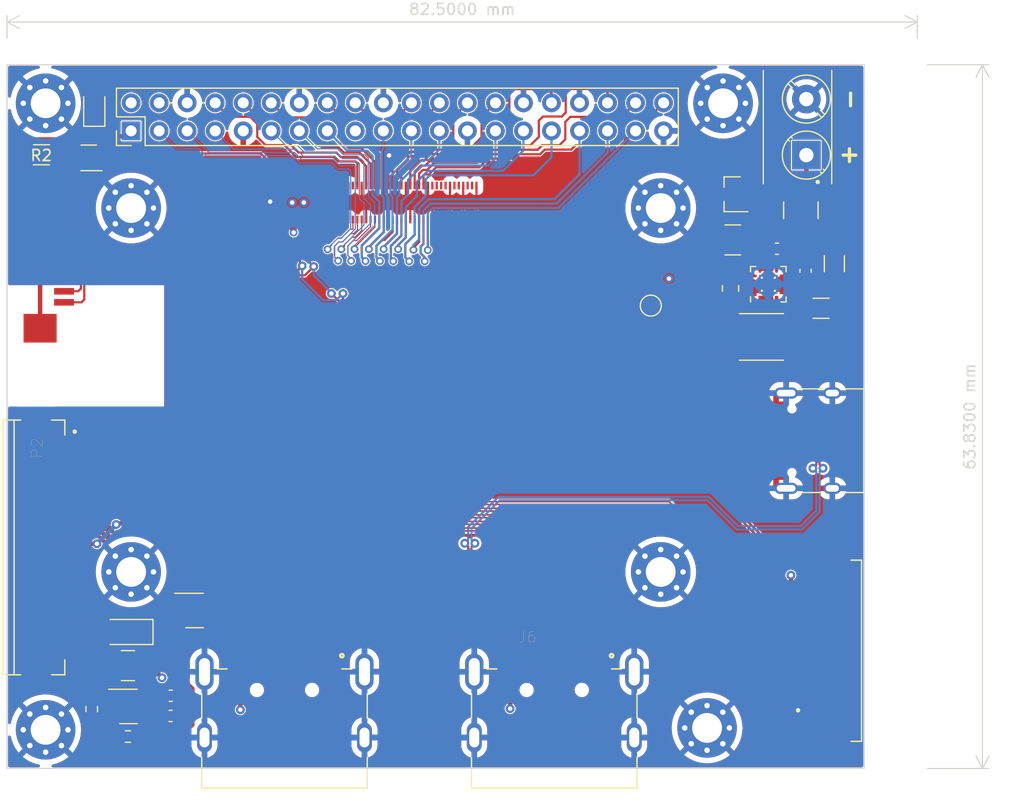
<source format=kicad_pcb>
(kicad_pcb (version 20201002) (generator pcbnew)
  (layers (0 "F.Cu" signal) (1 "In1.Cu" power) (2 "In2.Cu" power) (31 "B.Cu" signal) (34 "B.Paste" user) (35 "F.Paste" user) (36 "B.SilkS" user "B.Silkscreen") (37 "F.SilkS" user "F.Silkscreen") (38 "B.Mask" user) (39 "F.Mask" user) (44 "Edge.Cuts" user))
  (net 0 "")
  (net 1 "HDMI0_SDA")
  (net 2 "GND")
  (net 3 "DSI1_D3_P")
  (net 4 "DSI1_D2_P")
  (net 5 "DSI1_D3_N")
  (net 6 "DSI1_D2_N")
  (net 7 "HDMI0_CK_N")
  (net 8 "DSI1_C_P")
  (net 9 "HDMI0_CK_P")
  (net 10 "DSI1_C_N")
  (net 11 "HDMI0_D0_N")
  (net 12 "DSI1_D1_P")
  (net 13 "HDMI0_D0_P")
  (net 14 "DSI1_D1_N")
  (net 15 "HDMI0_D1_N")
  (net 16 "DSI1_D0_P")
  (net 17 "HDMI0_D1_P")
  (net 18 "DSI1_D0_N")
  (net 19 "HDMI0_D2_N")
  (net 20 "Net-(J1-Pad71)")
  (net 21 "HDMI0_D2_P")
  (net 22 "Net-(J1-Pad69)")
  (net 23 "HDMI1_CK_N")
  (net 24 "Net-(J1-Pad65)")
  (net 25 "HDMI1_CK_P")
  (net 26 "Net-(J1-Pad63)")
  (net 27 "HDMI1_D0_N")
  (net 28 "Net-(J1-Pad59)")
  (net 29 "HDMI1_D0_P")
  (net 30 "Net-(J1-Pad57)")
  (net 31 "HDMI1_D1_N")
  (net 32 "HDMI0_HOTPLUG")
  (net 33 "HDMI1_D1_P")
  (net 34 "HDMI0_CEC")
  (net 35 "HDMI1_CEC")
  (net 36 "HDMI1_D2_N")
  (net 37 "HDMI1_SCL")
  (net 38 "HDMI1_D2_P")
  (net 39 "HDMI1_SDA")
  (net 40 "HDMI0_SCL")
  (net 41 "CAM0_C_P")
  (net 42 "CAM1_D3_P")
  (net 43 "CAM0_C_N")
  (net 44 "CAM1_D3_N")
  (net 45 "CAM0_D1_P")
  (net 46 "CAM1_D2_P")
  (net 47 "CAM0_D1_N")
  (net 48 "CAM1_D2_N")
  (net 49 "CAM0_D0_P")
  (net 50 "CAM1_C_P")
  (net 51 "CAM0_D0_N")
  (net 52 "CAM1_C_N")
  (net 53 "PCIE_TX_N")
  (net 54 "CAM1_D1_P")
  (net 55 "PCIE_TX_P")
  (net 56 "CAM1_D1_N")
  (net 57 "PCIE_RX_N")
  (net 58 "CAM1_D0_P")
  (net 59 "PCIE_RX_P")
  (net 60 "CAM1_D0_N")
  (net 61 "PCIE_CLK_N")
  (net 62 "TV_OUT")
  (net 63 "PCIE_CLK_P")
  (net 64 "PCIE_nRST")
  (net 65 "Net-(J1-Pad6)")
  (net 66 "USB2_P")
  (net 67 "Net-(J1-Pad4)")
  (net 68 "USB2_N")
  (net 69 "PCIE_CLK_nREQ")
  (net 70 "USB_OTG_ID")
  (net 71 "nEXTRST")
  (net 72 "GLOBAL_EN")
  (net 73 "CAMERA_GPIO")
  (net 74 "AIN0")
  (net 75 "nPI_LEDPWR")
  (net 76 "AIN1")
  (net 77 "nRPIBOOT")
  (net 78 "RUN_PG")
  (net 79 "BT_nDISABLE")
  (net 80 "1V8")
  (net 81 "WL_nDISABLE")
  (net 82 "5V")
  (net 83 "3V3")
  (net 84 "SDA0")
  (net 85 "SCL0")
  (net 86 "GPIO_VREF")
  (net 87 "SD_DET")
  (net 88 "SD_POWER_ON")
  (net 89 "Net-(J2-Pad73)")
  (net 90 "Net-(J2-Pad72)")
  (net 91 "Net-(J2-Pad70)")
  (net 92 "SD_DAT2")
  (net 93 "Net-(J2-Pad68)")
  (net 94 "SD_DAT1")
  (net 95 "Net-(J2-Pad64)")
  (net 96 "SD_DAT0")
  (net 97 "SD_CMD")
  (net 98 "SD_DAT3")
  (net 99 "GPIO2")
  (net 100 "SD_CLK")
  (net 101 "GPIO3")
  (net 102 "GPIO14")
  (net 103 "GPIO4")
  (net 104 "GPIO15")
  (net 105 "GPIO17")
  (net 106 "GPIO18")
  (net 107 "GPIO27")
  (net 108 "GPIO23")
  (net 109 "GPIO22")
  (net 110 "GPIO24")
  (net 111 "GPIO10")
  (net 112 "GPIO25")
  (net 113 "GPIO9")
  (net 114 "GPIO8")
  (net 115 "GPIO11")
  (net 116 "GPIO7")
  (net 117 "ID_SD")
  (net 118 "ID_SC")
  (net 119 "GPIO5")
  (net 120 "GPIO12")
  (net 121 "GPIO6")
  (net 122 "GPIO16")
  (net 123 "GPIO13")
  (net 124 "GPIO20")
  (net 125 "GPIO19")
  (net 126 "GPIO21")
  (net 127 "GPIO26")
  (net 128 "PI_nLED_ACT")
  (net 129 "EEPROM_nWP")
  (net 130 "Net-(J2-Pad19)")
  (net 131 "SYNC_OUT")
  (net 132 "ETH_LEDY")
  (net 133 "SYNC_IN")
  (net 134 "ETH_LEDG")
  (net 135 "TRD0_P")
  (net 136 "TRD2_P")
  (net 137 "TRD0_N")
  (net 138 "TRD2_N")
  (net 139 "TRD1_N")
  (net 140 "TRD3_N")
  (net 141 "TRD1_P")
  (net 142 "TRD3_P")
  (net 143 "VIN")
  (net 144 "Net-(C3-Pad2)")
  (net 145 "Net-(R1-Pad2)")
  (net 146 "Net-(L1-Pad1)")
  (net 147 "Net-(R2-Pad2)")
  (net 148 "Net-(D1-Pad1)")
  (net 149 "Net-(J5-Pad14)")
  (net 150 "Net-(J4-Pad1)")
  (net 151 "Net-(P1-PadA4)")
  (net 152 "Net-(P1-PadA5)")
  (net 153 "Net-(D2-Pad2)")
  (net 154 "Net-(P1-PadB5)")
  (net 155 "DSI_IOVCC")
  (net 156 "RESET")
  (net 157 "TE")
  (net 158 "LED_A")
  (net 159 "LED_K")
  (net 160 "DSI_VCC")
  (net 161 "Net-(D3-Pad2)")
  (net 162 "Net-(P2-Pad34)")
  (net 163 "Net-(P2-Pad31)")
  (net 164 "Net-(P2-Pad28)")
  (net 165 "Net-(P2-Pad25)")
  (net 166 "Net-(P2-Pad23)")
  (net 167 "Net-(P2-Pad21)")
  (net 168 "HDMI1_HOTPLUG")
  (net 169 "Net-(J6-Pad14)")
  (net 170 "Net-(J7-Pad4)")
  (net 171 "Net-(J7-Pad1)")
  (net 172 "Net-(J8-Pad18)")
  (net 173 "CAM_GPIO")
  (module "TestPoint:TestPoint_Pad_1.0x1.0mm" (layer "F.Cu") (at 141.5 123)
    (fp_text reference "TP1" hide)
    (fp_text value "CM4" hide)
    (pad "1" smd rect (at 0 0) (size 0.5 0.5) (layers "F.Cu" "F.Mask") (net 2 "GND"))
  )
  (module "Capacitor_SMD:C_0603_1608Metric" (layer "F.Cu") (at 122.84 147.23)
    (fp_text reference "C5" hide)
    (fp_text value "1uF" hide)
    (pad "1" smd roundrect (at -0.775 0) (size 0.9 0.95) (layers "F.Cu" "F.Paste" "F.Mask") (net 82 "5V"))
    (pad "2" smd roundrect (at 0.775 0) (size 0.9 0.95) (layers "F.Cu" "F.Paste" "F.Mask") (net 2 "GND"))
  )
  (module "TerminalBlock_Phoenix:TerminalBlock_Phoenix_MKDS-3-2-5.08_1x02_P5.08mm_Horizontal" (layer "F.Cu") (at 180.45 98.2 90)
    (fp_text reference "J4" hide)
    (fp_text value "POWER_JACK" hide)
    (pad "1" thru_hole rect (at 0 0 90) (size 2.6 2.6) (drill 1.3) (layers *.Cu *.Mask) (net 150 "Net-(J4-Pad1)"))
    (pad "2" thru_hole circle (at 5.08 0 90) (size 2.6 2.6) (drill 1.3) (layers *.Cu *.Mask) (net 2 "GND"))
  )
  (module "FH12-40S-0:HRS_FH12-40S-0.5SH(55)" (layer "F.Cu") (at 113.89 133.78 -90)
    (fp_text reference "P2" (at -9.01 3.16 -90) (layer "F.SilkS") (effects (font (size 1.000913 1.000913) (thickness 0.015))))
    (fp_text value "FH12-40S-0.5SH(55)")
    (pad "1" smd rect (at -9.75 0 270) (size 0.3 1.3) (layers "F.Cu" "F.Paste" "F.Mask") (net 2 "GND"))
    (pad "2" smd rect (at -9.25 0 270) (size 0.3 1.3) (layers "F.Cu" "F.Paste" "F.Mask") (net 18 "DSI1_D0_N"))
    (pad "3" smd rect (at -8.75 0 270) (size 0.3 1.3) (layers "F.Cu" "F.Paste" "F.Mask") (net 16 "DSI1_D0_P"))
    (pad "4" smd rect (at -8.25 0 270) (size 0.3 1.3) (layers "F.Cu" "F.Paste" "F.Mask") (net 2 "GND"))
    (pad "5" smd rect (at -7.75 0 270) (size 0.3 1.3) (layers "F.Cu" "F.Paste" "F.Mask") (net 14 "DSI1_D1_N"))
    (pad "6" smd rect (at -7.25 0 270) (size 0.3 1.3) (layers "F.Cu" "F.Paste" "F.Mask") (net 12 "DSI1_D1_P"))
    (pad "7" smd rect (at -6.75 0 270) (size 0.3 1.3) (layers "F.Cu" "F.Paste" "F.Mask") (net 2 "GND"))
    (pad "8" smd rect (at -6.25 0 270) (size 0.3 1.3) (layers "F.Cu" "F.Paste" "F.Mask") (net 10 "DSI1_C_N"))
    (pad "9" smd rect (at -5.75 0 270) (size 0.3 1.3) (layers "F.Cu" "F.Paste" "F.Mask") (net 8 "DSI1_C_P"))
    (pad "10" smd rect (at -5.25 0 270) (size 0.3 1.3) (layers "F.Cu" "F.Paste" "F.Mask") (net 2 "GND"))
    (pad "11" smd rect (at -4.75 0 270) (size 0.3 1.3) (layers "F.Cu" "F.Paste" "F.Mask") (net 6 "DSI1_D2_N"))
    (pad "12" smd rect (at -4.25 0 270) (size 0.3 1.3) (layers "F.Cu" "F.Paste" "F.Mask") (net 4 "DSI1_D2_P"))
    (pad "13" smd rect (at -3.75 0 270) (size 0.3 1.3) (layers "F.Cu" "F.Paste" "F.Mask") (net 2 "GND"))
    (pad "14" smd rect (at -3.25 0 270) (size 0.3 1.3) (layers "F.Cu" "F.Paste" "F.Mask") (net 5 "DSI1_D3_N"))
    (pad "15" smd rect (at -2.75 0 270) (size 0.3 1.3) (layers "F.Cu" "F.Paste" "F.Mask") (net 3 "DSI1_D3_P"))
    (pad "16" smd rect (at -2.25 0 270) (size 0.3 1.3) (layers "F.Cu" "F.Paste" "F.Mask") (net 2 "GND"))
    (pad "17" smd rect (at -1.75 0 270) (size 0.3 1.3) (layers "F.Cu" "F.Paste" "F.Mask") (net 155 "DSI_IOVCC"))
    (pad "18" smd rect (at -1.25 0 270) (size 0.3 1.3) (layers "F.Cu" "F.Paste" "F.Mask") (net 155 "DSI_IOVCC"))
    (pad "19" smd rect (at -0.75 0 270) (size 0.3 1.3) (layers "F.Cu" "F.Paste" "F.Mask") (net 160 "DSI_VCC"))
    (pad "20" smd rect (at -0.25 0 270) (size 0.3 1.3) (layers "F.Cu" "F.Paste" "F.Mask") (net 160 "DSI_VCC"))
    (pad "21" smd rect (at 0.25 0 270) (size 0.3 1.3) (layers "F.Cu" "F.Paste" "F.Mask") (net 167 "Net-(P2-Pad21)"))
    (pad "22" smd rect (at 0.75 0 270) (size 0.3 1.3) (layers "F.Cu" "F.Paste" "F.Mask") (net 156 "RESET"))
    (pad "23" smd rect (at 1.25 0 270) (size 0.3 1.3) (layers "F.Cu" "F.Paste" "F.Mask") (net 166 "Net-(P2-Pad23)"))
    (pad "24" smd rect (at 1.75 0 270) (size 0.3 1.3) (layers "F.Cu" "F.Paste" "F.Mask") (net 157 "TE"))
    (pad "25" smd rect (at 2.25 0 270) (size 0.3 1.3) (layers "F.Cu" "F.Paste" "F.Mask") (net 165 "Net-(P2-Pad25)"))
    (pad "26" smd rect (at 2.75 0 270) (size 0.3 1.3) (layers "F.Cu" "F.Paste" "F.Mask") (net 2 "GND"))
    (pad "27" smd rect (at 3.25 0 270) (size 0.3 1.3) (layers "F.Cu" "F.Paste" "F.Mask") (net 2 "GND"))
    (pad "28" smd rect (at 3.75 0 270) (size 0.3 1.3) (layers "F.Cu" "F.Paste" "F.Mask") (net 164 "Net-(P2-Pad28)"))
    (pad "29" smd rect (at 4.25 0 270) (size 0.3 1.3) (layers "F.Cu" "F.Paste" "F.Mask") (net 2 "GND"))
    (pad "30" smd rect (at 4.75 0 270) (size 0.3 1.3) (layers "F.Cu" "F.Paste" "F.Mask") (net 2 "GND"))
    (pad "31" smd rect (at 5.25 0 270) (size 0.3 1.3) (layers "F.Cu" "F.Paste" "F.Mask") (net 163 "Net-(P2-Pad31)"))
    (pad "32" smd rect (at 5.75 0 270) (size 0.3 1.3) (layers "F.Cu" "F.Paste" "F.Mask") (net 2 "GND"))
    (pad "33" smd rect (at 6.25 0 270) (size 0.3 1.3) (layers "F.Cu" "F.Paste" "F.Mask") (net 2 "GND"))
    (pad "34" smd rect (at 6.75 0 270) (size 0.3 1.3) (layers "F.Cu" "F.Paste" "F.Mask") (net 162 "Net-(P2-Pad34)"))
    (pad "35" smd rect (at 7.25 0 270) (size 0.3 1.3) (layers "F.Cu" "F.Paste" "F.Mask") (net 2 "GND"))
    (pad "36" smd rect (at 7.75 0 270) (size 0.3 1.3) (layers "F.Cu" "F.Paste" "F.Mask") (net 2 "GND"))
    (pad "37" smd rect (at 8.25 0 270) (size 0.3 1.3) (layers "F.Cu" "F.Paste" "F.Mask") (net 158 "LED_A"))
    (pad "38" smd rect (at 8.75 0 270) (size 0.3 1.3) (layers "F.Cu" "F.Paste" "F.Mask") (net 158 "LED_A"))
    (pad "39" smd rect (at 9.25 0 270) (size 0.3 1.3) (layers "F.Cu" "F.Paste" "F.Mask") (net 159 "LED_K"))
    (pad "40" smd rect (at 9.75 0 270) (size 0.3 1.3) (layers "F.Cu" "F.Paste" "F.Mask") (net 159 "LED_K"))
    (pad "P1" smd rect (at -11.65 3.25 270) (size 1.8 2.2) (layers "F.Cu" "F.Paste" "F.Mask") (net 2 "GND"))
    (pad "P2" smd rect (at 11.65 3.25 270) (size 1.8 2.2) (layers "F.Cu" "F.Paste" "F.Mask") (net 2 "GND"))
  )
  (module "AFA07-S06FCC-00:AFA07-S06FCC-00" (layer "F.Cu") (at 112.5 102.9 -90)
    (fp_text reference "J7" hide)
    (fp_text value "AFA07-S06FCC-00" hide)
    (pad "1" smd rect (at 3.65 -0.67 270) (size 0.6 1.8) (layers "F.Cu" "F.Paste" "F.Mask") (net 171 "Net-(J7-Pad1)"))
    (pad "2" smd rect (at 4.65 -0.67 270) (size 0.6 1.8) (layers "F.Cu" "F.Paste" "F.Mask") (net 83 "3V3"))
    (pad "3" smd rect (at 5.65 -0.67 270) (size 0.6 1.8) (layers "F.Cu" "F.Paste" "F.Mask") (net 2 "GND"))
    (pad "4" smd rect (at 6.65 -0.67 270) (size 0.6 1.8) (layers "F.Cu" "F.Paste" "F.Mask") (net 170 "Net-(J7-Pad4)"))
    (pad "5" smd rect (at 7.65 -0.67 270) (size 0.6 1.8) (layers "F.Cu" "F.Paste" "F.Mask") (net 84 "SDA0"))
    (pad "6" smd rect (at 8.65 -0.67 270) (size 0.6 1.8) (layers "F.Cu" "F.Paste" "F.Mask") (net 85 "SCL0"))
    (pad "7" smd rect (at 1.3 1.5 270) (size 2.6 3) (layers "F.Cu" "F.Paste" "F.Mask") (net 2 "GND"))
    (pad "8" smd rect (at 11 1.5 270) (size 2.6 3) (layers "F.Cu" "F.Paste" "F.Mask") (net 2 "GND"))
  )
  (module "Connector_USB:USB_C_Receptacle_HRO_TYPE-C-31-M-12" (layer "F.Cu") (at 181.75 124.1 90)
    (fp_text reference "P1" hide)
    (fp_text value "USB_C_Plug_USB2.0" hide)
    (pad "" np_thru_hole circle (at -2.89 -2.6 90) (size 0.65 0.65) (drill 0.65) (layers *.Cu *.Mask))
    (pad "" np_thru_hole circle (at 2.89 -2.6 90) (size 0.65 0.65) (drill 0.65) (layers *.Cu *.Mask))
    (pad "A1" smd rect (at -3.25 -4.045 90) (size 0.6 1.45) (layers "F.Cu" "F.Paste" "F.Mask") (net 2 "GND"))
    (pad "A4" smd rect (at -2.45 -4.045 90) (size 0.6 1.45) (layers "F.Cu" "F.Paste" "F.Mask") (net 151 "Net-(P1-PadA4)"))
    (pad "A5" smd rect (at -1.25 -4.045 90) (size 0.3 1.45) (layers "F.Cu" "F.Paste" "F.Mask") (net 152 "Net-(P1-PadA5)"))
    (pad "A6" smd rect (at -0.25 -4.045 90) (size 0.3 1.45) (layers "F.Cu" "F.Paste" "F.Mask") (net 66 "USB2_P"))
    (pad "A7" smd rect (at 0.25 -4.045 90) (size 0.3 1.45) (layers "F.Cu" "F.Paste" "F.Mask") (net 68 "USB2_N"))
    (pad "A8" smd rect (at 1.25 -4.045 90) (size 0.3 1.45) (layers "F.Cu" "F.Paste" "F.Mask"))
    (pad "A9" smd rect (at 2.45 -4.045 90) (size 0.6 1.45) (layers "F.Cu" "F.Paste" "F.Mask") (net 151 "Net-(P1-PadA4)"))
    (pad "A12" smd rect (at 3.25 -4.045 90) (size 0.6 1.45) (layers "F.Cu" "F.Paste" "F.Mask") (net 2 "GND"))
    (pad "B1" smd rect (at 3.25 -4.045 90) (size 0.6 1.45) (layers "F.Cu" "F.Paste" "F.Mask") (net 2 "GND"))
    (pad "B4" smd rect (at 2.45 -4.045 90) (size 0.6 1.45) (layers "F.Cu" "F.Paste" "F.Mask") (net 151 "Net-(P1-PadA4)"))
    (pad "B5" smd rect (at 1.75 -4.045 90) (size 0.3 1.45) (layers "F.Cu" "F.Paste" "F.Mask") (net 154 "Net-(P1-PadB5)"))
    (pad "B6" smd rect (at 0.75 -4.045 90) (size 0.3 1.45) (layers "F.Cu" "F.Paste" "F.Mask"))
    (pad "B7" smd rect (at -0.75 -4.045 90) (size 0.3 1.45) (layers "F.Cu" "F.Paste" "F.Mask"))
    (pad "B8" smd rect (at -1.75 -4.045 90) (size 0.3 1.45) (layers "F.Cu" "F.Paste" "F.Mask"))
    (pad "B9" smd rect (at -2.45 -4.045 90) (size 0.6 1.45) (layers "F.Cu" "F.Paste" "F.Mask") (net 151 "Net-(P1-PadA4)"))
    (pad "B12" smd rect (at -3.25 -4.045 90) (size 0.6 1.45) (layers "F.Cu" "F.Paste" "F.Mask") (net 2 "GND"))
    (pad "S1" thru_hole oval (at 4.32 -3.13 90) (size 1 2.1) (drill oval 0.6 1.7) (layers *.Cu *.Mask) (net 2 "GND"))
    (pad "S1" thru_hole oval (at -4.32 1.05 90) (size 1 1.6) (drill oval 0.6 1.2) (layers *.Cu *.Mask) (net 2 "GND"))
    (pad "S1" thru_hole oval (at -4.32 -3.13 90) (size 1 2.1) (drill oval 0.6 1.7) (layers *.Cu *.Mask) (net 2 "GND"))
    (pad "S1" thru_hole oval (at 4.32 1.05 90) (size 1 1.6) (drill oval 0.6 1.2) (layers *.Cu *.Mask) (net 2 "GND"))
  )
  (module "Resistor_SMD:R_1206_3216Metric" (layer "F.Cu") (at 111.1275 98.17)
    (fp_text reference "R2" (at -0.02 0.06) (layer "F.SilkS"))
    (fp_text value "1k" hide)
    (pad "1" smd roundrect (at -1.4625 0) (size 1.125 1.75) (layers "F.Cu" "F.Paste" "F.Mask") (roundrect_rratio 0.2222222222222222) (net 148 "Net-(D1-Pad1)"))
    (pad "2" smd roundrect (at 1.4625 0) (size 1.125 1.75) (layers "F.Cu" "F.Paste" "F.Mask") (roundrect_rratio 0.2222222222222222) (net 147 "Net-(R2-Pad2)"))
  )
  (module "2-1734592-2:TE_2-1734592-2" (layer "F.Cu") (at 180.9 143.15 90)
    (fp_text reference "J8" hide)
    (fp_text value "2-1734592-2" hide)
    (pad "1" smd rect (at -5.25 0 90) (size 0.3 1.1) (layers "F.Cu" "F.Paste" "F.Mask") (net 2 "GND"))
    (pad "2" smd rect (at -4.75 0 90) (size 0.3 1.1) (layers "F.Cu" "F.Paste" "F.Mask") (net 60 "CAM1_D0_N"))
    (pad "3" smd rect (at -4.25 0 90) (size 0.3 1.1) (layers "F.Cu" "F.Paste" "F.Mask") (net 58 "CAM1_D0_P"))
    (pad "4" smd rect (at -3.75 0 90) (size 0.3 1.1) (layers "F.Cu" "F.Paste" "F.Mask") (net 2 "GND"))
    (pad "5" smd rect (at -3.25 0 90) (size 0.3 1.1) (layers "F.Cu" "F.Paste" "F.Mask") (net 56 "CAM1_D1_N"))
    (pad "6" smd rect (at -2.75 0 90) (size 0.3 1.1) (layers "F.Cu" "F.Paste" "F.Mask") (net 54 "CAM1_D1_P"))
    (pad "7" smd rect (at -2.25 0 90) (size 0.3 1.1) (layers "F.Cu" "F.Paste" "F.Mask") (net 2 "GND"))
    (pad "8" smd rect (at -1.75 0 90) (size 0.3 1.1) (layers "F.Cu" "F.Paste" "F.Mask") (net 52 "CAM1_C_N"))
    (pad "9" smd rect (at -1.25 0 90) (size 0.3 1.1) (layers "F.Cu" "F.Paste" "F.Mask") (net 50 "CAM1_C_P"))
    (pad "10" smd rect (at -0.75 0 90) (size 0.3 1.1) (layers "F.Cu" "F.Paste" "F.Mask") (net 2 "GND"))
    (pad "11" smd rect (at -0.25 0 90) (size 0.3 1.1) (layers "F.Cu" "F.Paste" "F.Mask") (net 48 "CAM1_D2_N"))
    (pad "12" smd rect (at 0.25 0 90) (size 0.3 1.1) (layers "F.Cu" "F.Paste" "F.Mask") (net 46 "CAM1_D2_P"))
    (pad "13" smd rect (at 0.75 0 90) (size 0.3 1.1) (layers "F.Cu" "F.Paste" "F.Mask") (net 2 "GND"))
    (pad "14" smd rect (at 1.25 0 90) (size 0.3 1.1) (layers "F.Cu" "F.Paste" "F.Mask") (net 44 "CAM1_D3_N"))
    (pad "15" smd rect (at 1.75 0 90) (size 0.3 1.1) (layers "F.Cu" "F.Paste" "F.Mask") (net 42 "CAM1_D3_P"))
    (pad "16" smd rect (at 2.25 0 90) (size 0.3 1.1) (layers "F.Cu" "F.Paste" "F.Mask") (net 2 "GND"))
    (pad "17" smd rect (at 2.75 0 90) (size 0.3 1.1) (layers "F.Cu" "F.Paste" "F.Mask") (net 173 "CAM_GPIO"))
    (pad "18" smd rect (at 3.25 0 90) (size 0.3 1.1) (layers "F.Cu" "F.Paste" "F.Mask") (net 172 "Net-(J8-Pad18)"))
    (pad "19" smd rect (at 3.75 0 90) (size 0.3 1.1) (layers "F.Cu" "F.Paste" "F.Mask") (net 2 "GND"))
    (pad "20" smd rect (at 4.25 0 90) (size 0.3 1.1) (layers "F.Cu" "F.Paste" "F.Mask") (net 85 "SCL0"))
    (pad "21" smd rect (at 4.75 0 90) (size 0.3 1.1) (layers "F.Cu" "F.Paste" "F.Mask") (net 84 "SDA0"))
    (pad "22" smd rect (at 5.25 0 90) (size 0.3 1.1) (layers "F.Cu" "F.Paste" "F.Mask") (net 83 "3V3"))
    (pad "S1" smd rect (at -6.92 1.7 90) (size 2.3 3.1) (layers "F.Cu" "F.Paste" "F.Mask") (net 2 "GND"))
    (pad "S2" smd rect (at 6.92 1.7 90) (size 2.3 3.1) (layers "F.Cu" "F.Paste" "F.Mask") (net 2 "GND"))
  )
  (module "Resistor_SMD:R_0603_1608Metric" (layer "F.Cu") (at 118.96 150.93 180)
    (fp_text reference "R4" hide)
    (fp_text value "100k" hide)
    (pad "1" smd roundrect (at -0.825 0 180) (size 0.8 0.95) (layers "F.Cu" "F.Paste" "F.Mask") (net 106 "GPIO18"))
    (pad "2" smd roundrect (at 0.825 0 180) (size 0.8 0.95) (layers "F.Cu" "F.Paste" "F.Mask") (net 2 "GND"))
  )
  (module "Diode_SMD:D_1206_3216Metric" (layer "F.Cu") (at 118.95 141.45 180)
    (fp_text reference "D3" hide)
    (fp_text value " " hide)
    (pad "1" smd roundrect (at -1.4 0 180) (size 1.25 1.75) (layers "F.Cu" "F.Paste" "F.Mask") (roundrect_rratio 0.2) (net 158 "LED_A"))
    (pad "2" smd roundrect (at 1.4 0 180) (size 1.25 1.75) (layers "F.Cu" "F.Paste" "F.Mask") (roundrect_rratio 0.2) (net 161 "Net-(D3-Pad2)"))
  )
  (module "Package_TO_SOT_SMD:SOT-23" (layer "F.Cu") (at 173.75 101.75 180)
    (fp_text reference "D2" hide)
    (fp_text value "LBZX84C12LT1G" hide)
    (pad "1" smd rect (at -1 -0.95 180) (size 0.9 0.8) (layers "F.Cu" "F.Paste" "F.Mask") (net 143 "VIN"))
    (pad "2" smd rect (at -1 0.95 180) (size 0.9 0.8) (layers "F.Cu" "F.Paste" "F.Mask") (net 153 "Net-(D2-Pad2)"))
    (pad "3" smd rect (at 1 0 180) (size 0.9 0.8) (layers "F.Cu" "F.Paste" "F.Mask"))
  )
  (module "Connector_PinHeader_2.54mm:PinHeader_2x20_P2.54mm_Vertical" (layer "F.Cu") (at 119.25 96 90)
    (fp_text reference "J3" hide)
    (fp_text value "Conn_02x20_Odd_Even" hide)
    (pad "1" thru_hole rect (at 0 0 90) (size 1.7 1.7) (drill 1) (layers *.Cu *.Mask) (net 83 "3V3"))
    (pad "2" thru_hole oval (at 2.54 0 90) (size 1.7 1.7) (drill 1) (layers *.Cu *.Mask) (net 82 "5V"))
    (pad "3" thru_hole oval (at 0 2.54 90) (size 1.7 1.7) (drill 1) (layers *.Cu *.Mask) (net 99 "GPIO2"))
    (pad "4" thru_hole oval (at 2.54 2.54 90) (size 1.7 1.7) (drill 1) (layers *.Cu *.Mask) (net 82 "5V"))
    (pad "5" thru_hole oval (at 0 5.08 90) (size 1.7 1.7) (drill 1) (layers *.Cu *.Mask) (net 101 "GPIO3"))
    (pad "6" thru_hole oval (at 2.54 5.08 90) (size 1.7 1.7) (drill 1) (layers *.Cu *.Mask) (net 2 "GND"))
    (pad "7" thru_hole oval (at 0 7.62 90) (size 1.7 1.7) (drill 1) (layers *.Cu *.Mask) (net 103 "GPIO4"))
    (pad "8" thru_hole oval (at 2.54 7.62 90) (size 1.7 1.7) (drill 1) (layers *.Cu *.Mask) (net 102 "GPIO14"))
    (pad "9" thru_hole oval (at 0 10.16 90) (size 1.7 1.7) (drill 1) (layers *.Cu *.Mask) (net 2 "GND"))
    (pad "10" thru_hole oval (at 2.54 10.16 90) (size 1.7 1.7) (drill 1) (layers *.Cu *.Mask) (net 104 "GPIO15"))
    (pad "11" thru_hole oval (at 0 12.7 90) (size 1.7 1.7) (drill 1) (layers *.Cu *.Mask) (net 105 "GPIO17"))
    (pad "12" thru_hole oval (at 2.54 12.7 90) (size 1.7 1.7) (drill 1) (layers *.Cu *.Mask) (net 106 "GPIO18"))
    (pad "13" thru_hole oval (at 0 15.24 90) (size 1.7 1.7) (drill 1) (layers *.Cu *.Mask) (net 107 "GPIO27"))
    (pad "14" thru_hole oval (at 2.54 15.24 90) (size 1.7 1.7) (drill 1) (layers *.Cu *.Mask) (net 2 "GND"))
    (pad "15" thru_hole oval (at 0 17.78 90) (size 1.7 1.7) (drill 1) (layers *.Cu *.Mask) (net 109 "GPIO22"))
    (pad "16" thru_hole oval (at 2.54 17.78 90) (size 1.7 1.7) (drill 1) (layers *.Cu *.Mask) (net 108 "GPIO23"))
    (pad "17" thru_hole oval (at 0 20.32 90) (size 1.7 1.7) (drill 1) (layers *.Cu *.Mask) (net 83 "3V3"))
    (pad "18" thru_hole oval (at 2.54 20.32 90) (size 1.7 1.7) (drill 1) (layers *.Cu *.Mask) (net 110 "GPIO24"))
    (pad "19" thru_hole oval (at 0 22.86 90) (size 1.7 1.7) (drill 1) (layers *.Cu *.Mask) (net 111 "GPIO10"))
    (pad "20" thru_hole oval (at 2.54 22.86 90) (size 1.7 1.7) (drill 1) (layers *.Cu *.Mask) (net 2 "GND"))
    (pad "21" thru_hole oval (at 0 25.4 90) (size 1.7 1.7) (drill 1) (layers *.Cu *.Mask) (net 113 "GPIO9"))
    (pad "22" thru_hole oval (at 2.54 25.4 90) (size 1.7 1.7) (drill 1) (layers *.Cu *.Mask) (net 112 "GPIO25"))
    (pad "23" thru_hole oval (at 0 27.94 90) (size 1.7 1.7) (drill 1) (layers *.Cu *.Mask) (net 115 "GPIO11"))
    (pad "24" thru_hole oval (at 2.54 27.94 90) (size 1.7 1.7) (drill 1) (layers *.Cu *.Mask) (net 114 "GPIO8"))
    (pad "25" thru_hole oval (at 0 30.48 90) (size 1.7 1.7) (drill 1) (layers *.Cu *.Mask) (net 2 "GND"))
    (pad "26" thru_hole oval (at 2.54 30.48 90) (size 1.7 1.7) (drill 1) (layers *.Cu *.Mask) (net 116 "GPIO7"))
    (pad "27" thru_hole oval (at 0 33.02 90) (size 1.7 1.7) (drill 1) (layers *.Cu *.Mask) (net 117 "ID_SD"))
    (pad "28" thru_hole oval (at 2.54 33.02 90) (size 1.7 1.7) (drill 1) (layers *.Cu *.Mask) (net 118 "ID_SC"))
    (pad "29" thru_hole oval (at 0 35.56 90) (size 1.7 1.7) (drill 1) (layers *.Cu *.Mask) (net 119 "GPIO5"))
    (pad "30" thru_hole oval (at 2.54 35.56 90) (size 1.7 1.7) (drill 1) (layers *.Cu *.Mask) (net 2 "GND"))
    (pad "31" thru_hole oval (at 0 38.1 90) (size 1.7 1.7) (drill 1) (layers *.Cu *.Mask) (net 121 "GPIO6"))
    (pad "32" thru_hole oval (at 2.54 38.1 90) (size 1.7 1.7) (drill 1) (layers *.Cu *.Mask) (net 120 "GPIO12"))
    (pad "33" thru_hole oval (at 0 40.64 90) (size 1.7 1.7) (drill 1) (layers *.Cu *.Mask) (net 123 "GPIO13"))
    (pad "34" thru_hole oval (at 2.54 40.64 90) (size 1.7 1.7) (drill 1) (layers *.Cu *.Mask) (net 2 "GND"))
    (pad "35" thru_hole oval (at 0 43.18 90) (size 1.7 1.7) (drill 1) (layers *.Cu *.Mask) (net 125 "GPIO19"))
    (pad "36" thru_hole oval (at 2.54 43.18 90) (size 1.7 1.7) (drill 1) (layers *.Cu *.Mask) (net 122 "GPIO16"))
    (pad "37" thru_hole oval (at 0 45.72 90) (size 1.7 1.7) (drill 1) (layers *.Cu *.Mask) (net 127 "GPIO26"))
    (pad "38" thru_hole oval (at 2.54 45.72 90) (size 1.7 1.7) (drill 1) (layers *.Cu *.Mask) (net 124 "GPIO20"))
    (pad "39" thru_hole oval (at 0 48.26 90) (size 1.7 1.7) (drill 1) (layers *.Cu *.Mask) (net 2 "GND"))
    (pad "40" thru_hole oval (at 2.54 48.26 90) (size 1.7 1.7) (drill 1) (layers *.Cu *.Mask) (net 126 "GPIO21"))
  )
  (module "MountingHole:MountingHole_2.7mm_M2.5_Pad_Via" (layer "F.Cu") (at 111.5 93.5)
    (fp_text reference "H1" hide)
    (fp_text value "MountingHole_Pad" hide)
    (pad "1" thru_hole circle (at -2.025 0) (size 0.8 0.8) (drill 0.5) (layers *.Cu *.Mask) (net 2 "GND"))
    (pad "1" thru_hole circle (at 0 0) (size 5.4 5.4) (drill 2.7) (layers *.Cu *.Mask) (net 2 "GND"))
    (pad "1" thru_hole circle (at 1.431891 -1.431891) (size 0.8 0.8) (drill 0.5) (layers *.Cu *.Mask) (net 2 "GND"))
    (pad "1" thru_hole circle (at 0 2.025) (size 0.8 0.8) (drill 0.5) (layers *.Cu *.Mask) (net 2 "GND"))
    (pad "1" thru_hole circle (at -1.431891 1.431891) (size 0.8 0.8) (drill 0.5) (layers *.Cu *.Mask) (net 2 "GND"))
    (pad "1" thru_hole circle (at 2.025 0) (size 0.8 0.8) (drill 0.5) (layers *.Cu *.Mask) (net 2 "GND"))
    (pad "1" thru_hole circle (at 0 -2.025) (size 0.8 0.8) (drill 0.5) (layers *.Cu *.Mask) (net 2 "GND"))
    (pad "1" thru_hole circle (at 1.431891 1.431891) (size 0.8 0.8) (drill 0.5) (layers *.Cu *.Mask) (net 2 "GND"))
    (pad "1" thru_hole circle (at -1.431891 -1.431891) (size 0.8 0.8) (drill 0.5) (layers *.Cu *.Mask) (net 2 "GND"))
  )
  (module "MountingHole:MountingHole_2.7mm_M2.5_Pad_Via" (layer "F.Cu") (at 167.25 136)
    (fp_text reference "H7" hide)
    (fp_text value "MountingHole_Pad" hide)
    (pad "1" thru_hole circle (at 0 -2.025) (size 0.8 0.8) (drill 0.5) (layers *.Cu *.Mask) (net 2 "GND"))
    (pad "1" thru_hole circle (at 0 0) (size 5.4 5.4) (drill 2.7) (layers *.Cu *.Mask) (net 2 "GND"))
    (pad "1" thru_hole circle (at -1.431891 -1.431891) (size 0.8 0.8) (drill 0.5) (layers *.Cu *.Mask) (net 2 "GND"))
    (pad "1" thru_hole circle (at -2.025 0) (size 0.8 0.8) (drill 0.5) (layers *.Cu *.Mask) (net 2 "GND"))
    (pad "1" thru_hole circle (at 0 2.025) (size 0.8 0.8) (drill 0.5) (layers *.Cu *.Mask) (net 2 "GND"))
    (pad "1" thru_hole circle (at 1.431891 -1.431891) (size 0.8 0.8) (drill 0.5) (layers *.Cu *.Mask) (net 2 "GND"))
    (pad "1" thru_hole circle (at 1.431891 1.431891) (size 0.8 0.8) (drill 0.5) (layers *.Cu *.Mask) (net 2 "GND"))
    (pad "1" thru_hole circle (at 2.025 0) (size 0.8 0.8) (drill 0.5) (layers *.Cu *.Mask) (net 2 "GND"))
    (pad "1" thru_hole circle (at -1.431891 1.431891) (size 0.8 0.8) (drill 0.5) (layers *.Cu *.Mask) (net 2 "GND"))
  )
  (module "Package_TO_SOT_SMD:TSOT-23-6" (layer "F.Cu") (at 125 139.5)
    (fp_text reference "U3" hide)
    (fp_text value "RT9011-MGGJ6" hide)
    (pad "1" smd roundrect (at -1.1375 -0.95) (size 1.325 0.6) (layers "F.Cu" "F.Paste" "F.Mask") (net 155 "DSI_IOVCC"))
    (pad "2" smd roundrect (at -1.1375 0) (size 1.325 0.6) (layers "F.Cu" "F.Paste" "F.Mask") (net 2 "GND"))
    (pad "3" smd roundrect (at -1.1375 0.95) (size 1.325 0.6) (layers "F.Cu" "F.Paste" "F.Mask") (net 82 "5V"))
    (pad "4" smd roundrect (at 1.1375 0.95) (size 1.325 0.6) (layers "F.Cu" "F.Paste" "F.Mask") (net 82 "5V"))
    (pad "5" smd roundrect (at 1.1375 0) (size 1.325 0.6) (layers "F.Cu" "F.Paste" "F.Mask") (net 82 "5V"))
    (pad "6" smd roundrect (at 1.1375 -0.95) (size 1.325 0.6) (layers "F.Cu" "F.Paste" "F.Mask") (net 160 "DSI_VCC"))
  )
  (module "1827059-3:TE_1827059-3" (layer "F.Cu") (at 133.15 149.3)
    (fp_text reference "J5" hide)
    (fp_text value "HDMI")
    (pad "1" smd rect (at 4.5 -5) (size 0.3 2.6) (layers "F.Cu" "F.Paste" "F.Mask") (net 21 "HDMI0_D2_P"))
    (pad "2" smd rect (at 4 -5) (size 0.3 2.6) (layers "F.Cu" "F.Paste" "F.Mask") (net 2 "GND"))
    (pad "3" smd rect (at 3.5 -5) (size 0.3 2.6) (layers "F.Cu" "F.Paste" "F.Mask") (net 19 "HDMI0_D2_N"))
    (pad "4" smd rect (at 3 -5) (size 0.3 2.6) (layers "F.Cu" "F.Paste" "F.Mask") (net 17 "HDMI0_D1_P"))
    (pad "5" smd rect (at 2.5 -5) (size 0.3 2.6) (layers "F.Cu" "F.Paste" "F.Mask") (net 2 "GND"))
    (pad "6" smd rect (at 2 -5) (size 0.3 2.6) (layers "F.Cu" "F.Paste" "F.Mask") (net 15 "HDMI0_D1_N"))
    (pad "7" smd rect (at 1.5 -5) (size 0.3 2.6) (layers "F.Cu" "F.Paste" "F.Mask") (net 13 "HDMI0_D0_P"))
    (pad "8" smd rect (at 1 -5) (size 0.3 2.6) (layers "F.Cu" "F.Paste" "F.Mask") (net 2 "GND"))
    (pad "9" smd rect (at 0.5 -5) (size 0.3 2.6) (layers "F.Cu" "F.Paste" "F.Mask") (net 11 "HDMI0_D0_N"))
    (pad "10" smd rect (at 0 -5) (size 0.3 2.6) (layers "F.Cu" "F.Paste" "F.Mask") (net 9 "HDMI0_CK_P"))
    (pad "11" smd rect (at -0.5 -5) (size 0.3 2.6) (layers "F.Cu" "F.Paste" "F.Mask") (net 2 "GND"))
    (pad "12" smd rect (at -1 -5) (size 0.3 2.6) (layers "F.Cu" "F.Paste" "F.Mask") (net 7 "HDMI0_CK_N"))
    (pad "13" smd rect (at -1.5 -5) (size 0.3 2.6) (layers "F.Cu" "F.Paste" "F.Mask") (net 34 "HDMI0_CEC"))
    (pad "14" smd rect (at -2 -5) (size 0.3 2.6) (layers "F.Cu" "F.Paste" "F.Mask") (net 149 "Net-(J5-Pad14)"))
    (pad "15" smd rect (at -2.5 -5) (size 0.3 2.6) (layers "F.Cu" "F.Paste" "F.Mask") (net 40 "HDMI0_SCL"))
    (pad "16" smd rect (at -3 -5) (size 0.3 2.6) (layers "F.Cu" "F.Paste" "F.Mask") (net 1 "HDMI0_SDA"))
    (pad "17" smd rect (at -3.5 -5) (size 0.3 2.6) (layers "F.Cu" "F.Paste" "F.Mask") (net 2 "GND"))
    (pad "18" smd rect (at -4 -5) (size 0.3 2.6) (layers "F.Cu" "F.Paste" "F.Mask") (net 82 "5V"))
    (pad "19" smd rect (at -4.5 -5) (size 0.3 2.6) (layers "F.Cu" "F.Paste" "F.Mask") (net 32 "HDMI0_HOTPLUG"))
    (pad "None" np_thru_hole circle (at -2.5 -2.59) (size 1.1 1.1) (drill 1.1) (layers *.Cu *.Mask))
    (pad "None" np_thru_hole circle (at 2.5 -2.59) (size 1.1 1.1) (drill 1.1) (layers *.Cu *.Mask))
    (pad "S1" thru_hole oval (at 7.25 -4.25) (size 1.65 3.3) (drill oval 1 2.5) (layers *.Cu *.Mask) (net 2 "GND"))
    (pad "S2" thru_hole oval (at -7.25 -4.24) (size 1.65 3.3) (drill oval 1 2.5) (layers *.Cu *.Mask) (net 2 "GND"))
    (pad "S3" thru_hole oval (at -7.25 1.72) (size 1.35 2.7) (drill oval 0.9 1.8) (layers *.Cu *.Mask) (net 2 "GND"))
    (pad "S4" thru_hole oval (at 7.25 1.72) (size 1.35 2.7) (drill oval 0.9 1.8) (layers *.Cu *.Mask) (net 2 "GND"))
  )
  (module "Inductor_SMD:L_Vishay_IFSC-1515AH_4x4x1.8mm" (layer "F.Cu") (at 176.38 114.69 180)
    (fp_text reference "L1" hide)
    (fp_text value "2.2 uH" hide)
    (pad "1" smd rect (at -1.475 0 180) (size 1.15 3.6) (layers "F.Cu" "F.Paste" "F.Mask") (net 146 "Net-(L1-Pad1)"))
    (pad "2" smd rect (at 1.475 0 180) (size 1.15 3.6) (layers "F.Cu" "F.Paste" "F.Mask") (net 82 "5V"))
  )
  (module "Capacitor_SMD:C_0805_2012Metric" (layer "F.Cu") (at 173.58 110.29 -90)
    (fp_text reference "C4" hide)
    (fp_text value "22uF" hide)
    (pad "1" smd roundrect (at -0.95 0 270) (size 1 1.45) (layers "F.Cu" "F.Paste" "F.Mask") (net 82 "5V"))
    (pad "2" smd roundrect (at 0.95 0 270) (size 1 1.45) (layers "F.Cu" "F.Paste" "F.Mask") (net 2 "GND"))
  )
  (module "Capacitor_SMD:C_0603_1608Metric" (layer "F.Cu") (at 177.78 106.69)
    (fp_text reference "C2" hide)
    (fp_text value "0.1uF" hide)
    (pad "1" smd roundrect (at -0.775 0) (size 0.9 0.95) (layers "F.Cu" "F.Paste" "F.Mask") (net 143 "VIN"))
    (pad "2" smd roundrect (at 0.775 0) (size 0.9 0.95) (layers "F.Cu" "F.Paste" "F.Mask") (net 2 "GND"))
  )
  (module "MountingHole:MountingHole_2.7mm_M2.5_Pad_Via" (layer "F.Cu") (at 119.25 103 90)
    (fp_text reference "H5" hide)
    (fp_text value "MountingHole_Pad" hide)
    (pad "1" thru_hole circle (at 0 -2.025 90) (size 0.8 0.8) (drill 0.5) (layers *.Cu *.Mask) (net 2 "GND"))
    (pad "1" thru_hole circle (at 1.431891 1.431891 90) (size 0.8 0.8) (drill 0.5) (layers *.Cu *.Mask) (net 2 "GND"))
    (pad "1" thru_hole circle (at -2.025 0 90) (size 0.8 0.8) (drill 0.5) (layers *.Cu *.Mask) (net 2 "GND"))
    (pad "1" thru_hole circle (at -1.431891 1.431891 90) (size 0.8 0.8) (drill 0.5) (layers *.Cu *.Mask) (net 2 "GND"))
    (pad "1" thru_hole circle (at 0 2.025 90) (size 0.8 0.8) (drill 0.5) (layers *.Cu *.Mask) (net 2 "GND"))
    (pad "1" thru_hole circle (at 0 0 90) (size 5.4 5.4) (drill 2.7) (layers *.Cu *.Mask) (net 2 "GND"))
    (pad "1" thru_hole circle (at 2.025 0 90) (size 0.8 0.8) (drill 0.5) (layers *.Cu *.Mask) (net 2 "GND"))
    (pad "1" thru_hole circle (at 1.431891 -1.431891 90) (size 0.8 0.8) (drill 0.5) (layers *.Cu *.Mask) (net 2 "GND"))
    (pad "1" thru_hole circle (at -1.431891 -1.431891 90) (size 0.8 0.8) (drill 0.5) (layers *.Cu *.Mask) (net 2 "GND"))
  )
  (module "DF40C-100DS-0:HRS_DF40C-100DS-0.4V(51)" (layer "F.Cu") (at 140.75 102.5 180)
    (fp_text reference "J2" hide)
    (fp_text value "DF40C-100DS-0.4V(51)" hide)
    (pad "1" smd rect (at -9.8 1.54 180) (size 0.2 0.7) (layers "F.Cu" "F.Paste" "F.Mask") (net 2 "GND"))
    (pad "2" smd rect (at -9.8 -1.54 180) (size 0.2 0.7) (layers "F.Cu" "F.Paste" "F.Mask") (net 2 "GND"))
    (pad "3" smd rect (at -9.4 1.54 180) (size 0.2 0.7) (layers "F.Cu" "F.Paste" "F.Mask") (net 142 "TRD3_P"))
    (pad "4" smd rect (at -9.4 -1.54 180) (size 0.2 0.7) (layers "F.Cu" "F.Paste" "F.Mask") (net 141 "TRD1_P"))
    (pad "5" smd rect (at -9 1.54 180) (size 0.2 0.7) (layers "F.Cu" "F.Paste" "F.Mask") (net 140 "TRD3_N"))
    (pad "6" smd rect (at -9 -1.54 180) (size 0.2 0.7) (layers "F.Cu" "F.Paste" "F.Mask") (net 139 "TRD1_N"))
    (pad "7" smd rect (at -8.6 1.54 180) (size 0.2 0.7) (layers "F.Cu" "F.Paste" "F.Mask") (net 2 "GND"))
    (pad "8" smd rect (at -8.6 -1.54 180) (size 0.2 0.7) (layers "F.Cu" "F.Paste" "F.Mask") (net 2 "GND"))
    (pad "9" smd rect (at -8.2 1.54 180) (size 0.2 0.7) (layers "F.Cu" "F.Paste" "F.Mask") (net 138 "TRD2_N"))
    (pad "10" smd rect (at -8.2 -1.54 180) (size 0.2 0.7) (layers "F.Cu" "F.Paste" "F.Mask") (net 137 "TRD0_N"))
    (pad "11" smd rect (at -7.8 1.54 180) (size 0.2 0.7) (layers "F.Cu" "F.Paste" "F.Mask") (net 136 "TRD2_P"))
    (pad "12" smd rect (at -7.8 -1.54 180) (size 0.2 0.7) (layers "F.Cu" "F.Paste" "F.Mask") (net 135 "TRD0_P"))
    (pad "13" smd rect (at -7.4 1.54 180) (size 0.2 0.7) (layers "F.Cu" "F.Paste" "F.Mask") (net 2 "GND"))
    (pad "14" smd rect (at -7.4 -1.54 180) (size 0.2 0.7) (layers "F.Cu" "F.Paste" "F.Mask") (net 2 "GND"))
    (pad "15" smd rect (at -7 1.54 180) (size 0.2 0.7) (layers "F.Cu" "F.Paste" "F.Mask") (net 134 "ETH_LEDG"))
    (pad "16" smd rect (at -7 -1.54 180) (size 0.2 0.7) (layers "F.Cu" "F.Paste" "F.Mask") (net 133 "SYNC_IN"))
    (pad "17" smd rect (at -6.6 1.54 180) (size 0.2 0.7) (layers "F.Cu" "F.Paste" "F.Mask") (net 132 "ETH_LEDY"))
    (pad "18" smd rect (at -6.6 -1.54 180) (size 0.2 0.7) (layers "F.Cu" "F.Paste" "F.Mask") (net 131 "SYNC_OUT"))
    (pad "19" smd rect (at -6.2 1.54 180) (size 0.2 0.7) (layers "F.Cu" "F.Paste" "F.Mask") (net 130 "Net-(J2-Pad19)"))
    (pad "20" smd rect (at -6.2 -1.54 180) (size 0.2 0.7) (layers "F.Cu" "F.Paste" "F.Mask") (net 129 "EEPROM_nWP"))
    (pad "21" smd rect (at -5.8 1.54 180) (size 0.2 0.7) (layers "F.Cu" "F.Paste" "F.Mask") (net 128 "PI_nLED_ACT"))
    (pad "22" smd rect (at -5.8 -1.54 180) (size 0.2 0.7) (layers "F.Cu" "F.Paste" "F.Mask") (net 2 "GND"))
    (pad "23" smd rect (at -5.4 1.54 180) (size 0.2 0.7) (layers "F.Cu" "F.Paste" "F.Mask") (net 2 "GND"))
    (pad "24" smd rect (at -5.4 -1.54 180) (size 0.2 0.7) (layers "F.Cu" "F.Paste" "F.Mask") (net 127 "GPIO26"))
    (pad "25" smd rect (at -5 1.54 180) (size 0.2 0.7) (layers "F.Cu" "F.Paste" "F.Mask") (net 126 "GPIO21"))
    (pad "26" smd rect (at -5 -1.54 180) (size 0.2 0.7) (layers "F.Cu" "F.Paste" "F.Mask") (net 125 "GPIO19"))
    (pad "27" smd rect (at -4.6 1.54 180) (size 0.2 0.7) (layers "F.Cu" "F.Paste" "F.Mask") (net 124 "GPIO20"))
    (pad "28" smd rect (at -4.6 -1.54 180) (size 0.2 0.7) (layers "F.Cu" "F.Paste" "F.Mask") (net 123 "GPIO13"))
    (pad "29" smd rect (at -4.2 1.54 180) (size 0.2 0.7) (layers "F.Cu" "F.Paste" "F.Mask") (net 122 "GPIO16"))
    (pad "30" smd rect (at -4.2 -1.54 180) (size 0.2 0.7) (layers "F.Cu" "F.Paste" "F.Mask") (net 121 "GPIO6"))
    (pad "31" smd rect (at -3.8 1.54 180) (size 0.2 0.7) (layers "F.Cu" "F.Paste" "F.Mask") (net 120 "GPIO12"))
    (pad "32" smd rect (at -3.8 -1.54 180) (size 0.2 0.7) (layers "F.Cu" "F.Paste" "F.Mask") (net 2 "GND"))
    (pad "33" smd rect (at -3.4 1.54 180) (size 0.2 0.7) (layers "F.Cu" "F.Paste" "F.Mask") (net 2 "GND"))
    (pad "34" smd rect (at -3.4 -1.54 180) (size 0.2 0.7) (layers "F.Cu" "F.Paste" "F.Mask") (net 119 "GPIO5"))
    (pad "35" smd rect (at -3 1.54 180) (size 0.2 0.7) (layers "F.Cu" "F.Paste" "F.Mask") (net 118 "ID_SC"))
    (pad "36" smd rect (at -3 -1.54 180) (size 0.2 0.7) (layers "F.Cu" "F.Paste" "F.Mask") (net 117 "ID_SD"))
    (pad "37" smd rect (at -2.6 1.54 180) (size 0.2 0.7) (layers "F.Cu" "F.Paste" "F.Mask") (net 116 "GPIO7"))
    (pad "38" smd rect (at -2.6 -1.54 180) (size 0.2 0.7) (layers "F.Cu" "F.Paste" "F.Mask") (net 115 "GPIO11"))
    (pad "39" smd rect (at -2.2 1.54 180) (size 0.2 0.7) (layers "F.Cu" "F.Paste" "F.Mask") (net 114 "GPIO8"))
    (pad "40" smd rect (at -2.2 -1.54 180) (size 0.2 0.7) (layers "F.Cu" "F.Paste" "F.Mask") (net 113 "GPIO9"))
    (pad "41" smd rect (at -1.8 1.54 180) (size 0.2 0.7) (layers "F.Cu" "F.Paste" "F.Mask") (net 112 "GPIO25"))
    (pad "42" smd rect (at -1.8 -1.54 180) (size 0.2 0.7) (layers "F.Cu" "F.Paste" "F.Mask") (net 2 "GND"))
    (pad "43" smd rect (at -1.4 1.54 180) (size 0.2 0.7) (layers "F.Cu" "F.Paste" "F.Mask") (net 2 "GND"))
    (pad "44" smd rect (at -1.4 -1.54 180) (size 0.2 0.7) (layers "F.Cu" "F.Paste" "F.Mask") (net 111 "GPIO10"))
    (pad "45" smd rect (at -1 1.54 180) (size 0.2 0.7) (layers "F.Cu" "F.Paste" "F.Mask") (net 110 "GPIO24"))
    (pad "46" smd rect (at -1 -1.54 180) (size 0.2 0.7) (layers "F.Cu" "F.Paste" "F.Mask") (net 109 "GPIO22"))
    (pad "47" smd rect (at -0.6 1.54 180) (size 0.2 0.7) (layers "F.Cu" "F.Paste" "F.Mask") (net 108 "GPIO23"))
    (pad "48" smd rect (at -0.6 -1.54 180) (size 0.2 0.7) (layers "F.Cu" "F.Paste" "F.Mask") (net 107 "GPIO27"))
    (pad "49" smd rect (at -0.2 1.54 180) (size 0.2 0.7) (layers "F.Cu" "F.Paste" "F.Mask") (net 106 "GPIO18"))
    (pad "50" smd rect (at -0.2 -1.54 180) (size 0.2 0.7) (layers "F.Cu" "F.Paste" "F.Mask") (net 105 "GPIO17"))
    (pad "51" smd rect (at 0.2 1.54 180) (size 0.2 0.7) (layers "F.Cu" "F.Paste" "F.Mask") (net 104 "GPIO15"))
    (pad "52" smd rect (at 0.2 -1.54 180) (size 0.2 0.7) (layers "F.Cu" "F.Paste" "F.Mask") (net 2 "GND"))
    (pad "53" smd rect (at 0.6 1.54 180) (size 0.2 0.7) (layers "F.Cu" "F.Paste" "F.Mask") (net 2 "GND"))
    (pad "54" smd rect (at 0.6 -1.54 180) (size 0.2 0.7) (layers "F.Cu" "F.Paste" "F.Mask") (net 103 "GPIO4"))
    (pad "55" smd rect (at 1 1.54 180) (size 0.2 0.7) (layers "F.Cu" "F.Paste" "F.Mask") (net 102 "GPIO14"))
    (pad "56" smd rect (at 1 -1.54 180) (size 0.2 0.7) (layers "F.Cu" "F.Paste" "F.Mask") (net 101 "GPIO3"))
    (pad "57" smd rect (at 1.4 1.54 180) (size 0.2 0.7) (layers "F.Cu" "F.Paste" "F.Mask") (net 100 "SD_CLK"))
    (pad "58" smd rect (at 1.4 -1.54 180) (size 0.2 0.7) (layers "F.Cu" "F.Paste" "F.Mask") (net 99 "GPIO2"))
    (pad "59" smd rect (at 1.8 1.54 180) (size 0.2 0.7) (layers "F.Cu" "F.Paste" "F.Mask") (net 2 "GND"))
    (pad "60" smd rect (at 1.8 -1.54 180) (size 0.2 0.7) (layers "F.Cu" "F.Paste" "F.Mask") (net 2 "GND"))
    (pad "61" smd rect (at 2.2 1.54 180) (size 0.2 0.7) (layers "F.Cu" "F.Paste" "F.Mask") (net 98 "SD_DAT3"))
    (pad "62" smd rect (at 2.2 -1.54 180) (size 0.2 0.7) (layers "F.Cu" "F.Paste" "F.Mask") (net 97 "SD_CMD"))
    (pad "63" smd rect (at 2.6 1.54 180) (size 0.2 0.7) (layers "F.Cu" "F.Paste" "F.Mask") (net 96 "SD_DAT0"))
    (pad "64" smd rect (at 2.6 -1.54 180) (size 0.2 0.7) (layers "F.Cu" "F.Paste" "F.Mask") (net 95 "Net-(J2-Pad64)"))
    (pad "65" smd rect (at 3 1.54 180) (size 0.2 0.7) (layers "F.Cu" "F.Paste" "F.Mask") (net 2 "GND"))
    (pad "66" smd rect (at 3 -1.54 180) (size 0.2 0.7) (layers "F.Cu" "F.Paste" "F.Mask") (net 2 "GND"))
    (pad "67" smd rect (at 3.4 1.54 180) (size 0.2 0.7) (layers "F.Cu" "F.Paste" "F.Mask") (net 94 "SD_DAT1"))
    (pad "68" smd rect (at 3.4 -1.54 180) (size 0.2 0.7) (layers "F.Cu" "F.Paste" "F.Mask") (net 93 "Net-(J2-Pad68)"))
    (pad "69" smd rect (at 3.8 1.54 180) (size 0.2 0.7) (layers "F.Cu" "F.Paste" "F.Mask") (net 92 "SD_DAT2"))
    (pad "70" smd rect (at 3.8 -1.54 180) (size 0.2 0.7) (layers "F.Cu" "F.Paste" "F.Mask") (net 91 "Net-(J2-Pad70)"))
    (pad "71" smd rect (at 4.2 1.54 180) (size 0.2 0.7) (layers "F.Cu" "F.Paste" "F.Mask") (net 2 "GND"))
    (pad "72" smd rect (at 4.2 -1.54 180) (size 0.2 0.7) (layers "F.Cu" "F.Paste" "F.Mask") (net 90 "Net-(J2-Pad72)"))
    (pad "73" smd rect (at 4.6 1.54 180) (size 0.2 0.7) (layers "F.Cu" "F.Paste" "F.Mask") (net 89 "Net-(J2-Pad73)"))
    (pad "74" smd rect (at 4.6 -1.54 180) (size 0.2 0.7) (layers "F.Cu" "F.Paste" "F.Mask") (net 2 "GND"))
    (pad "75" smd rect (at 5 1.54 180) (size 0.2 0.7) (layers "F.Cu" "F.Paste" "F.Mask") (net 88 "SD_POWER_ON"))
    (pad "76" smd rect (at 5 -1.54 180) (size 0.2 0.7) (layers "F.Cu" "F.Paste" "F.Mask") (net 87 "SD_DET"))
    (pad "77" smd rect (at 5.4 1.54 180) (size 0.2 0.7) (layers "F.Cu" "F.Paste" "F.Mask") (net 82 "5V"))
    (pad "78" smd rect (at 5.4 -1.54 180) (size 0.2 0.7) (layers "F.Cu" "F.Paste" "F.Mask") (net 86 "GPIO_VREF"))
    (pad "79" smd rect (at 5.8 1.54 180) (size 0.2 0.7) (layers "F.Cu" "F.Paste" "F.Mask") (net 82 "5V"))
    (pad "80" smd rect (at 5.8 -1.54 180) (size 0.2 0.7) (layers "F.Cu" "F.Paste" "F.Mask") (net 85 "SCL0"))
    (pad "81" smd rect (at 6.2 1.54 180) (size 0.2 0.7) (layers "F.Cu" "F.Paste" "F.Mask") (net 82 "5V"))
    (pad "82" smd rect (at 6.2 -1.54 180) (size 0.2 0.7) (layers "F.Cu" "F.Paste" "F.Mask") (net 84 "SDA0"))
    (pad "83" smd rect (at 6.6 1.54 180) (size 0.2 0.7) (layers "F.Cu" "F.Paste" "F.Mask") (net 82 "5V"))
    (pad "84" smd rect (at 6.6 -1.54 180) (size 0.2 0.7) (layers "F.Cu" "F.Paste" "F.Mask") (net 83 "3V3"))
    (pad "85" smd rect (at 7 1.54 180) (size 0.2 0.7) (layers "F.Cu" "F.Paste" "F.Mask") (net 82 "5V"))
    (pad "86" smd rect (at 7 -1.54 180) (size 0.2 0.7) (layers "F.Cu" "F.Paste" "F.Mask") (net 83 "3V3"))
    (pad "87" smd rect (at 7.4 1.54 180) (size 0.2 0.7) (layers "F.Cu" "F.Paste" "F.Mask") (net 82 "5V"))
    (pad "88" smd rect (at 7.4 -1.54 180) (size 0.2 0.7) (layers "F.Cu" "F.Paste" "F.Mask") (net 80 "1V8"))
    (pad "89" smd rect (at 7.8 1.54 180) (size 0.2 0.7) (layers "F.Cu" "F.Paste" "F.Mask") (net 81 "WL_nDISABLE"))
    (pad "90" smd rect (at 7.8 -1.54 180) (size 0.2 0.7) (layers "F.Cu" "F.Paste" "F.Mask") (net 80 "1V8"))
    (pad "91" smd rect (at 8.2 1.54 180) (size 0.2 0.7) (layers "F.Cu" "F.Paste" "F.Mask") (net 79 "BT_nDISABLE"))
    (pad "92" smd rect (at 8.2 -1.54 180) (size 0.2 0.7) (layers "F.Cu" "F.Paste" "F.Mask") (net 78 "RUN_PG"))
    (pad "93" smd rect (at 8.6 1.54 180) (size 0.2 0.7) (layers "F.Cu" "F.Paste" "F.Mask") (net 77 "nRPIBOOT"))
    (pad "94" smd rect (at 8.6 -1.54 180) (size 0.2 0.7) (layers "F.Cu" "F.Paste" "F.Mask") (net 76 "AIN1"))
    (pad "95" smd rect (at 9 1.54 180) (size 0.2 0.7) (layers "F.Cu" "F.Paste" "F.Mask") (net 75 "nPI_LEDPWR"))
    (pad "96" smd rect (at 9 -1.54 180) (size 0.2 0.7) (layers "F.Cu" "F.Paste" "F.Mask") (net 74 "AIN0"))
    (pad "97" smd rect (at 9.4 1.54 180) (size 0.2 0.7) (layers "F.Cu" "F.Paste" "F.Mask") (net 73 "CAMERA_GPIO"))
    (pad "98" smd rect (at 9.4 -1.54 180) (size 0.2 0.7) (layers "F.Cu" "F.Paste" "F.Mask") (net 2 "GND"))
    (pad "99" smd rect (at 9.8 1.54 180) (size 0.2 0.7) (layers "F.Cu" "F.Paste" "F.Mask") (net 72 "GLOBAL_EN"))
    (pad "100" smd rect (at 9.8 -1.54 180) (size 0.2 0.7) (layers "F.Cu" "F.Paste" "F.Mask") (net 71 "nEXTRST"))
  )
  (module "Package_DFN_QFN:VQFN-16-1EP_3x3mm_P0.5mm_EP1.68x1.68mm_ThermalVias" (layer "F.Cu") (at 177 109.91 90)
    (fp_text reference "U1" hide)
    (fp_text value "TPS62133" hide)
    (pad "1" smd roundrect (at -1.4625 -0.75 90) (size 0.825 0.25) (layers "F.Cu" "F.Paste" "F.Mask") (net 146 "Net-(L1-Pad1)"))
    (pad "2" smd roundrect (at -1.4625 -0.25 90) (size 0.825 0.25) (layers "F.Cu" "F.Paste" "F.Mask") (net 146 "Net-(L1-Pad1)"))
    (pad "3" smd roundrect (at -1.4625 0.25 90) (size 0.825 0.25) (layers "F.Cu" "F.Paste" "F.Mask") (net 146 "Net-(L1-Pad1)"))
    (pad "4" smd roundrect (at -1.4625 0.75 90) (size 0.825 0.25) (layers "F.Cu" "F.Paste" "F.Mask") (net 145 "Net-(R1-Pad2)"))
    (pad "5" smd roundrect (at -0.75 1.4625 90) (size 0.25 0.825) (layers "F.Cu" "F.Paste" "F.Mask") (net 2 "GND"))
    (pad "6" smd roundrect (at -0.25 1.4625 90) (size 0.25 0.825) (layers "F.Cu" "F.Paste" "F.Mask") (net 2 "GND"))
    (pad "7" smd roundrect (at 0.25 1.4625 90) (size 0.25 0.825) (layers "F.Cu" "F.Paste" "F.Mask") (net 2 "GND"))
    (pad "8" smd roundrect (at 0.75 1.4625 90) (size 0.25 0.825) (layers "F.Cu" "F.Paste" "F.Mask") (net 2 "GND"))
    (pad "9" smd roundrect (at 1.4625 0.75 90) (size 0.825 0.25) (layers "F.Cu" "F.Paste" "F.Mask") (net 144 "Net-(C3-Pad2)"))
    (pad "10" smd roundrect (at 1.4625 0.25 90) (size 0.825 0.25) (layers "F.Cu" "F.Paste" "F.Mask") (net 143 "VIN"))
    (pad "11" smd roundrect (at 1.4625 -0.25 90) (size 0.825 0.25) (layers "F.Cu" "F.Paste" "F.Mask") (net 143 "VIN"))
    (pad "12" smd roundrect (at 1.4625 -0.75 90) (size 0.825 0.25) (layers "F.Cu" "F.Paste" "F.Mask") (net 143 "VIN"))
    (pad "13" smd roundrect (at 0.75 -1.4625 90) (size 0.25 0.825) (layers "F.Cu" "F.Paste" "F.Mask") (net 143 "VIN"))
    (pad "14" smd roundrect (at 0.25 -1.4625 90) (size 0.25 0.825) (layers "F.Cu" "F.Paste" "F.Mask") (net 82 "5V"))
    (pad "15" smd roundrect (at -0.25 -1.4625 90) (size 0.25 0.825) (layers "F.Cu" "F.Paste" "F.Mask") (net 2 "GND"))
    (pad "16" smd roundrect (at -0.75 -1.4625 90) (size 0.25 0.825) (layers "F.Cu" "F.Paste" "F.Mask") (net 2 "GND"))
    (pad "17" thru_hole circle (at -0.59 -0.59 90) (size 0.5 0.5) (drill 0.2) (layers *.Cu) (net 2 "GND"))
    (pad "17" smd rect (at 0 0 90) (size 1.68 1.68) (layers "F.Cu" "F.Mask") (net 2 "GND"))
    (pad "17" smd rect (at 0 0 90) (size 1.68 1.68) (layers "B.Cu") (net 2 "GND"))
    (pad "17" thru_hole circle (at 0.59 0.59 90) (size 0.5 0.5) (drill 0.2) (layers *.Cu) (net 2 "GND"))
    (pad "17" thru_hole circle (at -0.59 0.59 90) (size 0.5 0.5) (drill 0.2) (layers *.Cu) (net 2 "GND"))
    (pad "17" thru_hole circle (at 0.59 -0.59 90) (size 0.5 0.5) (drill 0.2) (layers *.Cu) (net 2 "GND"))
  )
  (module "LED_SMD:LED_0805_2012Metric" (layer "F.Cu") (at 115.91 93.9 90)
    (fp_text reference "D1" hide)
    (fp_text value "RED_LED" hide)
    (pad "1" smd roundrect (at -0.9375 0 90) (size 0.975 1.4) (layers "F.Cu" "F.Paste" "F.Mask") (net 148 "Net-(D1-Pad1)"))
    (pad "2" smd roundrect (at 0.9375 0 90) (size 0.975 1.4) (layers "F.Cu" "F.Paste" "F.Mask") (net 83 "3V3"))
  )
  (module "Capacitor_SMD:C_1210_3225Metric" (layer "F.Cu") (at 173.78 105.89 180)
    (fp_text reference "C1" hide)
    (fp_text value "10uF" hide)
    (pad "1" smd roundrect (at -1.475 0 180) (size 1.15 2.7) (layers "F.Cu" "F.Paste" "F.Mask") (roundrect_rratio 0.2173913043478261) (net 143 "VIN"))
    (pad "2" smd roundrect (at 1.475 0 180) (size 1.15 2.7) (layers "F.Cu" "F.Paste" "F.Mask") (roundrect_rratio 0.2173913043478261) (net 2 "GND"))
  )
  (module "Resistor_SMD:R_1206_3216Metric" (layer "F.Cu") (at 181.78 112.09 180)
    (fp_text reference "R1" hide)
    (fp_text value "100k" hide)
    (pad "1" smd roundrect (at -1.4625 0 180) (size 1.125 1.75) (layers "F.Cu" "F.Paste" "F.Mask") (roundrect_rratio 0.2222222222222222) (net 82 "5V"))
    (pad "2" smd roundrect (at 1.4625 0 180) (size 1.125 1.75) (layers "F.Cu" "F.Paste" "F.Mask") (roundrect_rratio 0.2222222222222222) (net 145 "Net-(R1-Pad2)"))
  )
  (module "MountingHole:MountingHole_2.7mm_M2.5_Pad_Via" (layer "F.Cu") (at 172.9 93.5)
    (fp_text reference "H2" hide)
    (fp_text value "MountingHole_Pad" hide)
    (pad "1" thru_hole circle (at 0 -2.025) (size 0.8 0.8) (drill 0.5) (layers *.Cu *.Mask) (net 2 "GND"))
    (pad "1" thru_hole circle (at -1.431891 1.431891) (size 0.8 0.8) (drill 0.5) (layers *.Cu *.Mask) (net 2 "GND"))
    (pad "1" thru_hole circle (at 2.025 0) (size 0.8 0.8) (drill 0.5) (layers *.Cu *.Mask) (net 2 "GND"))
    (pad "1" thru_hole circle (at -1.431891 -1.431891) (size 0.8 0.8) (drill 0.5) (layers *.Cu *.Mask) (net 2 "GND"))
    (pad "1" thru_hole circle (at -2.025 0) (size 0.8 0.8) (drill 0.5) (layers *.Cu *.Mask) (net 2 "GND"))
    (pad "1" thru_hole circle (at 0 0) (size 5.4 5.4) (drill 2.7) (layers *.Cu *.Mask) (net 2 "GND"))
    (pad "1" thru_hole circle (at 1.431891 -1.431891) (size 0.8 0.8) (drill 0.5) (layers *.Cu *.Mask) (net 2 "GND"))
    (pad "1" thru_hole circle (at 0 2.025) (size 0.8 0.8) (drill 0.5) (layers *.Cu *.Mask) (net 2 "GND"))
    (pad "1" thru_hole circle (at 1.431891 1.431891) (size 0.8 0.8) (drill 0.5) (layers *.Cu *.Mask) (net 2 "GND"))
  )
  (module "Capacitor_SMD:C_0603_1608Metric" (layer "F.Cu") (at 122.83 149.06)
    (fp_text reference "C6" hide)
    (fp_text value "22uF" hide)
    (pad "1" smd roundrect (at -0.775 0) (size 0.9 0.95) (layers "F.Cu" "F.Paste" "F.Mask") (net 158 "LED_A"))
    (pad "2" smd roundrect (at 0.775 0) (size 0.9 0.95) (layers "F.Cu" "F.Paste" "F.Mask") (net 2 "GND"))
  )
  (module "Package_TO_SOT_SMD:SOT-353_SC-70-5" (layer "F.Cu") (at 115.4 98.45 180)
    (fp_text reference "U2" hide)
    (fp_text value "74LVC1G07" hide)
    (pad "1" smd rect (at -0.95 -0.65 180) (size 0.65 0.4) (layers "F.Cu" "F.Paste" "F.Mask"))
    (pad "2" smd rect (at -0.95 0 180) (size 0.65 0.4) (layers "F.Cu" "F.Paste" "F.Mask") (net 75 "nPI_LEDPWR"))
    (pad "3" smd rect (at -0.95 0.65 180) (size 0.65 0.4) (layers "F.Cu" "F.Paste" "F.Mask") (net 2 "GND"))
    (pad "4" smd rect (at 0.95 0.65 180) (size 0.65 0.4) (layers "F.Cu" "F.Paste" "F.Mask") (net 147 "Net-(R2-Pad2)"))
    (pad "5" smd rect (at 0.95 -0.65 180) (size 0.65 0.4) (layers "F.Cu" "F.Paste" "F.Mask") (net 83 "3V3"))
  )
  (module "1827059-3:TE_1827059-3" (layer "F.Cu") (at 157.6 149.3)
    (fp_text reference "J6" (at -2.42548 -7.3865) (layer "F.SilkS") (effects (font (size 1.000205 1.000205) (thickness 0.015))))
    (fp_text value "HDMI")
    (pad "1" smd rect (at 4.5 -5) (size 0.3 2.6) (layers "F.Cu" "F.Paste" "F.Mask") (net 38 "HDMI1_D2_P"))
    (pad "2" smd rect (at 4 -5) (size 0.3 2.6) (layers "F.Cu" "F.Paste" "F.Mask") (net 2 "GND"))
    (pad "3" smd rect (at 3.5 -5) (size 0.3 2.6) (layers "F.Cu" "F.Paste" "F.Mask") (net 36 "HDMI1_D2_N"))
    (pad "4" smd rect (at 3 -5) (size 0.3 2.6) (layers "F.Cu" "F.Paste" "F.Mask") (net 33 "HDMI1_D1_P"))
    (pad "5" smd rect (at 2.5 -5) (size 0.3 2.6) (layers "F.Cu" "F.Paste" "F.Mask") (net 2 "GND"))
    (pad "6" smd rect (at 2 -5) (size 0.3 2.6) (layers "F.Cu" "F.Paste" "F.Mask") (net 31 "HDMI1_D1_N"))
    (pad "7" smd rect (at 1.5 -5) (size 0.3 2.6) (layers "F.Cu" "F.Paste" "F.Mask") (net 29 "HDMI1_D0_P"))
    (pad "8" smd rect (at 1 -5) (size 0.3 2.6) (layers "F.Cu" "F.Paste" "F.Mask") (net 2 "GND"))
    (pad "9" smd rect (at 0.5 -5) (size 0.3 2.6) (layers "F.Cu" "F.Paste" "F.Mask") (net 27 "HDMI1_D0_N"))
    (pad "10" smd rect (at 0 -5) (size 0.3 2.6) (layers "F.Cu" "F.Paste" "F.Mask") (net 25 "HDMI1_CK_P"))
    (pad "11" smd rect (at -0.5 -5) (size 0.3 2.6) (layers "F.Cu" "F.Paste" "F.Mask") (net 2 "GND"))
    (pad "12" smd rect (at -1 -5) (size 0.3 2.6) (layers "F.Cu" "F.Paste" "F.Mask") (net 23 "HDMI1_CK_N"))
    (pad "13" smd rect (at -1.5 -5) (size 0.3 2.6) (layers "F.Cu" "F.Paste" "F.Mask") (net 35 "HDMI1_CEC"))
    (pad "14" smd rect (at -2 -5) (size 0.3 2.6) (layers "F.Cu" "F.Paste" "F.Mask") (net 169 "Net-(J6-Pad14)"))
    (pad "15" smd rect (at -2.5 -5) (size 0.3 2.6) (layers "F.Cu" "F.Paste" "F.Mask") (net 37 "HDMI1_SCL"))
    (pad "16" smd rect (at -3 -5) (size 0.3 2.6) (layers "F.Cu" "F.Paste" "F.Mask") (net 39 "HDMI1_SDA"))
    (pad "17" smd rect (at -3.5 -5) (size 0.3 2.6) (layers "F.Cu" "F.Paste" "F.Mask") (net 2 "GND"))
    (pad "18" smd rect (at -4 -5) (size 0.3 2.6) (layers "F.Cu" "F.Paste" "F.Mask") (net 82 "5V"))
    (pad "19" smd rect (at -4.5 -5) (size 0.3 2.6) (layers "F.Cu" "F.Paste" "F.Mask") (net 168 "HDMI1_HOTPLUG"))
    (pad "None" np_thru_hole circle (at 2.5 -2.59) (size 1.1 1.1) (drill 1.1) (layers *.Cu *.Mask))
    (pad "None" np_thru_hole circle (at -2.5 -2.59) (size 1.1 1.1) (drill 1.1) (layers *.Cu *.Mask))
    (pad "S1" thru_hole oval (at 7.25 -4.25) (size 1.65 3.3) (drill oval 1 2.5) (layers *.Cu *.Mask) (net 2 "GND"))
    (pad "S2" thru_hole oval (at -7.25 -4.24) (size 1.65 3.3) (drill oval 1 2.5) (layers *.Cu *.Mask) (net 2 "GND"))
    (pad "S3" thru_hole oval (at -7.25 1.72) (size 1.35 2.7) (drill oval 0.9 1.8) (layers *.Cu *.Mask) (net 2 "GND"))
    (pad "S4" thru_hole oval (at 7.25 1.72) (size 1.35 2.7) (drill oval 0.9 1.8) (layers *.Cu *.Mask) (net 2 "GND"))
  )
  (module "MountingHole:MountingHole_2.7mm_M2.5_Pad_Via" (layer "F.Cu") (at 167.25 103)
    (fp_text reference "H6" hide)
    (fp_text value "MountingHole_Pad" hide)
    (pad "1" thru_hole circle (at -1.431891 1.431891) (size 0.8 0.8) (drill 0.5) (layers *.Cu *.Mask) (net 2 "GND"))
    (pad "1" thru_hole circle (at 0 -2.025) (size 0.8 0.8) (drill 0.5) (layers *.Cu *.Mask) (net 2 "GND"))
    (pad "1" thru_hole circle (at 0 2.025) (size 0.8 0.8) (drill 0.5) (layers *.Cu *.Mask) (net 2 "GND"))
    (pad "1" thru_hole circle (at 1.431891 -1.431891) (size 0.8 0.8) (drill 0.5) (layers *.Cu *.Mask) (net 2 "GND"))
    (pad "1" thru_hole circle (at 1.431891 1.431891) (size 0.8 0.8) (drill 0.5) (layers *.Cu *.Mask) (net 2 "GND"))
    (pad "1" thru_hole circle (at -1.431891 -1.431891) (size 0.8 0.8) (drill 0.5) (layers *.Cu *.Mask) (net 2 "GND"))
    (pad "1" thru_hole circle (at 2.025 0) (size 0.8 0.8) (drill 0.5) (layers *.Cu *.Mask) (net 2 "GND"))
    (pad "1" thru_hole circle (at 0 0) (size 5.4 5.4) (drill 2.7) (layers *.Cu *.Mask) (net 2 "GND"))
    (pad "1" thru_hole circle (at -2.025 0) (size 0.8 0.8) (drill 0.5) (layers *.Cu *.Mask) (net 2 "GND"))
  )
  (module "MountingHole:MountingHole_2.7mm_M2.5_Pad_Via" (layer "F.Cu") (at 119.25 136)
    (fp_text reference "H8" hide)
    (fp_text value "MountingHole_Pad" hide)
    (pad "1" thru_hole circle (at -1.431891 1.431891) (size 0.8 0.8) (drill 0.5) (layers *.Cu *.Mask) (net 2 "GND"))
    (pad "1" thru_hole circle (at 1.431891 -1.431891) (size 0.8 0.8) (drill 0.5) (layers *.Cu *.Mask) (net 2 "GND"))
    (pad "1" thru_hole circle (at 0 -2.025) (size 0.8 0.8) (drill 0.5) (layers *.Cu *.Mask) (net 2 "GND"))
    (pad "1" thru_hole circle (at 0 0) (size 5.4 5.4) (drill 2.7) (layers *.Cu *.Mask) (net 2 "GND"))
    (pad "1" thru_hole circle (at -2.025 0) (size 0.8 0.8) (drill 0.5) (layers *.Cu *.Mask) (net 2 "GND"))
    (pad "1" thru_hole circle (at 1.431891 1.431891) (size 0.8 0.8) (drill 0.5) (layers *.Cu *.Mask) (net 2 "GND"))
    (pad "1" thru_hole circle (at -1.431891 -1.431891) (size 0.8 0.8) (drill 0.5) (layers *.Cu *.Mask) (net 2 "GND"))
    (pad "1" thru_hole circle (at 0 2.025) (size 0.8 0.8) (drill 0.5) (layers *.Cu *.Mask) (net 2 "GND"))
    (pad "1" thru_hole circle (at 2.025 0) (size 0.8 0.8) (drill 0.5) (layers *.Cu *.Mask) (net 2 "GND"))
  )
  (module "Resistor_SMD:R_0603_1608Metric" (layer "F.Cu") (at 115.68 148.44 90)
    (fp_text reference "R5" hide)
    (fp_text value "5.2" hide)
    (pad "1" smd roundrect (at -0.825 0 90) (size 0.8 0.95) (layers "F.Cu" "F.Paste" "F.Mask") (net 159 "LED_K"))
    (pad "2" smd roundrect (at 0.825 0 90) (size 0.8 0.95) (layers "F.Cu" "F.Paste" "F.Mask") (net 2 "GND"))
  )
  (module "Inductor_SMD:L_1210_3225Metric" (layer "F.Cu") (at 118.96 144.5 180)
    (fp_text reference "L2" hide)
    (fp_text value "22uH" hide)
    (pad "1" smd roundrect (at -1.4 0 180) (size 1.25 2.65) (layers "F.Cu" "F.Paste" "F.Mask") (roundrect_rratio 0.2) (net 82 "5V"))
    (pad "2" smd roundrect (at 1.4 0 180) (size 1.25 2.65) (layers "F.Cu" "F.Paste" "F.Mask") (roundrect_rratio 0.2) (net 161 "Net-(D3-Pad2)"))
  )
  (module "Capacitor_SMD:C_0603_1608Metric" (layer "F.Cu") (at 180.38 108.69 90)
    (fp_text reference "C3" hide)
    (fp_text value "3.3nF" hide)
    (pad "1" smd roundrect (at -0.775 0 90) (size 0.9 0.95) (layers "F.Cu" "F.Paste" "F.Mask") (net 2 "GND"))
    (pad "2" smd roundrect (at 0.775 0 90) (size 0.9 0.95) (layers "F.Cu" "F.Paste" "F.Mask") (net 144 "Net-(C3-Pad2)"))
  )
  (module "Resistor_SMD:R_1206_3216Metric" (layer "F.Cu") (at 182.99 108.05 90)
    (fp_text reference "R3" hide)
    (fp_text value "12k" hide)
    (pad "1" smd roundrect (at -1.4625 0 90) (size 1.125 1.75) (layers "F.Cu" "F.Paste" "F.Mask") (roundrect_rratio 0.2222222222222222) (net 153 "Net-(D2-Pad2)"))
    (pad "2" smd roundrect (at 1.4625 0 90) (size 1.125 1.75) (layers "F.Cu" "F.Paste" "F.Mask") (roundrect_rratio 0.2222222222222222) (net 2 "GND"))
  )
  (module "DF40C-100DS-0:HRS_DF40C-100DS-0.4V(51)" (layer "F.Cu") (at 140.75 136.5 180)
    (fp_text reference "J1" hide)
    (fp_text value "DF40C-100DS-0.4V(51)" hide)
    (pad "1" smd rect (at -9.8 1.54 180) (size 0.2 0.7) (layers "F.Cu" "F.Paste" "F.Mask") (net 70 "USB_OTG_ID"))
    (pad "2" smd rect (at -9.8 -1.54 180) (size 0.2 0.7) (layers "F.Cu" "F.Paste" "F.Mask") (net 69 "PCIE_CLK_nREQ"))
    (pad "3" smd rect (at -9.4 1.54 180) (size 0.2 0.7) (layers "F.Cu" "F.Paste" "F.Mask") (net 68 "USB2_N"))
    (pad "4" smd rect (at -9.4 -1.54 180) (size 0.2 0.7) (layers "F.Cu" "F.Paste" "F.Mask") (net 67 "Net-(J1-Pad4)"))
    (pad "5" smd rect (at -9 1.54 180) (size 0.2 0.7) (layers "F.Cu" "F.Paste" "F.Mask") (net 66 "USB2_P"))
    (pad "6" smd rect (at -9 -1.54 180) (size 0.2 0.7) (layers "F.Cu" "F.Paste" "F.Mask") (net 65 "Net-(J1-Pad6)"))
    (pad "7" smd rect (at -8.6 1.54 180) (size 0.2 0.7) (layers "F.Cu" "F.Paste" "F.Mask") (net 2 "GND"))
    (pad "8" smd rect (at -8.6 -1.54 180) (size 0.2 0.7) (layers "F.Cu" "F.Paste" "F.Mask") (net 2 "GND"))
    (pad "9" smd rect (at -8.2 1.54 180) (size 0.2 0.7) (layers "F.Cu" "F.Paste" "F.Mask") (net 64 "PCIE_nRST"))
    (pad "10" smd rect (at -8.2 -1.54 180) (size 0.2 0.7) (layers "F.Cu" "F.Paste" "F.Mask") (net 63 "PCIE_CLK_P"))
    (pad "11" smd rect (at -7.8 1.54 180) (size 0.2 0.7) (layers "F.Cu" "F.Paste" "F.Mask") (net 62 "TV_OUT"))
    (pad "12" smd rect (at -7.8 -1.54 180) (size 0.2 0.7) (layers "F.Cu" "F.Paste" "F.Mask") (net 61 "PCIE_CLK_N"))
    (pad "13" smd rect (at -7.4 1.54 180) (size 0.2 0.7) (layers "F.Cu" "F.Paste" "F.Mask") (net 2 "GND"))
    (pad "14" smd rect (at -7.4 -1.54 180) (size 0.2 0.7) (layers "F.Cu" "F.Paste" "F.Mask") (net 2 "GND"))
    (pad "15" smd rect (at -7 1.54 180) (size 0.2 0.7) (layers "F.Cu" "F.Paste" "F.Mask") (net 60 "CAM1_D0_N"))
    (pad "16" smd rect (at -7 -1.54 180) (size 0.2 0.7) (layers "F.Cu" "F.Paste" "F.Mask") (net 59 "PCIE_RX_P"))
    (pad "17" smd rect (at -6.6 1.54 180) (size 0.2 0.7) (layers "F.Cu" "F.Paste" "F.Mask") (net 58 "CAM1_D0_P"))
    (pad "18" smd rect (at -6.6 -1.54 180) (size 0.2 0.7) (layers "F.Cu" "F.Paste" "F.Mask") (net 57 "PCIE_RX_N"))
    (pad "19" smd rect (at -6.2 1.54 180) (size 0.2 0.7) (layers "F.Cu" "F.Paste" "F.Mask") (net 2 "GND"))
    (pad "20" smd rect (at -6.2 -1.54 180) (size 0.2 0.7) (layers "F.Cu" "F.Paste" "F.Mask") (net 2 "GND"))
    (pad "21" smd rect (at -5.8 1.54 180) (size 0.2 0.7) (layers "F.Cu" "F.Paste" "F.Mask") (net 56 "CAM1_D1_N"))
    (pad "22" smd rect (at -5.8 -1.54 180) (size 0.2 0.7) (layers "F.Cu" "F.Paste" "F.Mask") (net 55 "PCIE_TX_P"))
    (pad "23" smd rect (at -5.4 1.54 180) (size 0.2 0.7) (layers "F.Cu" "F.Paste" "F.Mask") (net 54 "CAM1_D1_P"))
    (pad "24" smd rect (at -5.4 -1.54 180) (size 0.2 0.7) (layers "F.Cu" "F.Paste" "F.Mask") (net 53 "PCIE_TX_N"))
    (pad "25" smd rect (at -5 1.54 180) (size 0.2 0.7) (layers "F.Cu" "F.Paste" "F.Mask") (net 2 "GND"))
    (pad "26" smd rect (at -5 -1.54 180) (size 0.2 0.7) (layers "F.Cu" "F.Paste" "F.Mask") (net 2 "GND"))
    (pad "27" smd rect (at -4.6 1.54 180) (size 0.2 0.7) (layers "F.Cu" "F.Paste" "F.Mask") (net 52 "CAM1_C_N"))
    (pad "28" smd rect (at -4.6 -1.54 180) (size 0.2 0.7) (layers "F.Cu" "F.Paste" "F.Mask") (net 51 "CAM0_D0_N"))
    (pad "29" smd rect (at -4.2 1.54 180) (size 0.2 0.7) (layers "F.Cu" "F.Paste" "F.Mask") (net 50 "CAM1_C_P"))
    (pad "30" smd rect (at -4.2 -1.54 180) (size 0.2 0.7) (layers "F.Cu" "F.Paste" "F.Mask") (net 49 "CAM0_D0_P"))
    (pad "31" smd rect (at -3.8 1.54 180) (size 0.2 0.7) (layers "F.Cu" "F.Paste" "F.Mask") (net 2 "GND"))
    (pad "32" smd rect (at -3.8 -1.54 180) (size 0.2 0.7) (layers "F.Cu" "F.Paste" "F.Mask") (net 2 "GND"))
    (pad "33" smd rect (at -3.4 1.54 180) (size 0.2 0.7) (layers "F.Cu" "F.Paste" "F.Mask") (net 48 "CAM1_D2_N"))
    (pad "34" smd rect (at -3.4 -1.54 180) (size 0.2 0.7) (layers "F.Cu" "F.Paste" "F.Mask") (net 47 "CAM0_D1_N"))
    (pad "35" smd rect (at -3 1.54 180) (size 0.2 0.7) (layers "F.Cu" "F.Paste" "F.Mask") (net 46 "CAM1_D2_P"))
    (pad "36" smd rect (at -3 -1.54 180) (size 0.2 0.7) (layers "F.Cu" "F.Paste" "F.Mask") (net 45 "CAM0_D1_P"))
    (pad "37" smd rect (at -2.6 1.54 180) (size 0.2 0.7) (layers "F.Cu" "F.Paste" "F.Mask") (net 2 "GND"))
    (pad "38" smd rect (at -2.6 -1.54 180) (size 0.2 0.7) (layers "F.Cu" "F.Paste" "F.Mask") (net 2 "GND"))
    (pad "39" smd rect (at -2.2 1.54 180) (size 0.2 0.7) (layers "F.Cu" "F.Paste" "F.Mask") (net 44 "CAM1_D3_N"))
    (pad "40" smd rect (at -2.2 -1.54 180) (size 0.2 0.7) (layers "F.Cu" "F.Paste" "F.Mask") (net 43 "CAM0_C_N"))
    (pad "41" smd rect (at -1.8 1.54 180) (size 0.2 0.7) (layers "F.Cu" "F.Paste" "F.Mask") (net 42 "CAM1_D3_P"))
    (pad "42" smd rect (at -1.8 -1.54 180) (size 0.2 0.7) (layers "F.Cu" "F.Paste" "F.Mask") (net 41 "CAM0_C_P"))
    (pad "43" smd rect (at -1.4 1.54 180) (size 0.2 0.7) (layers "F.Cu" "F.Paste" "F.Mask") (net 168 "HDMI1_HOTPLUG"))
    (pad "44" smd rect (at -1.4 -1.54 180) (size 0.2 0.7) (layers "F.Cu" "F.Paste" "F.Mask") (net 2 "GND"))
    (pad "45" smd rect (at -1 1.54 180) (size 0.2 0.7) (layers "F.Cu" "F.Paste" "F.Mask") (net 39 "HDMI1_SDA"))
    (pad "46" smd rect (at -1 -1.54 180) (size 0.2 0.7) (layers "F.Cu" "F.Paste" "F.Mask") (net 38 "HDMI1_D2_P"))
    (pad "47" smd rect (at -0.6 1.54 180) (size 0.2 0.7) (layers "F.Cu" "F.Paste" "F.Mask") (net 37 "HDMI1_SCL"))
    (pad "48" smd rect (at -0.6 -1.54 180) (size 0.2 0.7) (layers "F.Cu" "F.Paste" "F.Mask") (net 36 "HDMI1_D2_N"))
    (pad "49" smd rect (at -0.2 1.54 180) (size 0.2 0.7) (layers "F.Cu" "F.Paste" "F.Mask") (net 35 "HDMI1_CEC"))
    (pad "50" smd rect (at -0.2 -1.54 180) (size 0.2 0.7) (layers "F.Cu" "F.Paste" "F.Mask") (net 2 "GND"))
    (pad "51" smd rect (at 0.2 1.54 180) (size 0.2 0.7) (layers "F.Cu" "F.Paste" "F.Mask") (net 34 "HDMI0_CEC"))
    (pad "52" smd rect (at 0.2 -1.54 180) (size 0.2 0.7) (layers "F.Cu" "F.Paste" "F.Mask") (net 33 "HDMI1_D1_P"))
    (pad "53" smd rect (at 0.6 1.54 180) (size 0.2 0.7) (layers "F.Cu" "F.Paste" "F.Mask") (net 32 "HDMI0_HOTPLUG"))
    (pad "54" smd rect (at 0.6 -1.54 180) (size 0.2 0.7) (layers "F.Cu" "F.Paste" "F.Mask") (net 31 "HDMI1_D1_N"))
    (pad "55" smd rect (at 1 1.54 180) (size 0.2 0.7) (layers "F.Cu" "F.Paste" "F.Mask") (net 2 "GND"))
    (pad "56" smd rect (at 1 -1.54 180) (size 0.2 0.7) (layers "F.Cu" "F.Paste" "F.Mask") (net 2 "GND"))
    (pad "57" smd rect (at 1.4 1.54 180) (size 0.2 0.7) (layers "F.Cu" "F.Paste" "F.Mask") (net 30 "Net-(J1-Pad57)"))
    (pad "58" smd rect (at 1.4 -1.54 180) (size 0.2 0.7) (layers "F.Cu" "F.Paste" "F.Mask") (net 29 "HDMI1_D0_P"))
    (pad "59" smd rect (at 1.8 1.54 180) (size 0.2 0.7) (layers "F.Cu" "F.Paste" "F.Mask") (net 28 "Net-(J1-Pad59)"))
    (pad "60" smd rect (at 1.8 -1.54 180) (size 0.2 0.7) (layers "F.Cu" "F.Paste" "F.Mask") (net 27 "HDMI1_D0_N"))
    (pad "61" smd rect (at 2.2 1.54 180) (size 0.2 0.7) (layers "F.Cu" "F.Paste" "F.Mask") (net 2 "GND"))
    (pad "62" smd rect (at 2.2 -1.54 180) (size 0.2 0.7) (layers "F.Cu" "F.Paste" "F.Mask") (net 2 "GND"))
    (pad "63" smd rect (at 2.6 1.54 180) (size 0.2 0.7) (layers "F.Cu" "F.Paste" "F.Mask") (net 26 "Net-(J1-Pad63)"))
    (pad "64" smd rect (at 2.6 -1.54 180) (size 0.2 0.7) (layers "F.Cu" "F.Paste" "F.Mask") (net 25 "HDMI1_CK_P"))
    (pad "65" smd rect (at 3 1.54 180) (size 0.2 0.7) (layers "F.Cu" "F.Paste" "F.Mask") (net 24 "Net-(J1-Pad65)"))
    (pad "66" smd rect (at 3 -1.54 180) (size 0.2 0.7) (layers "F.Cu" "F.Paste" "F.Mask") (net 23 "HDMI1_CK_N"))
    (pad "67" smd rect (at 3.4 1.54 180) (size 0.2 0.7) (layers "F.Cu" "F.Paste" "F.Mask") (net 2 "GND"))
    (pad "68" smd rect (at 3.4 -1.54 180) (size 0.2 0.7) (layers "F.Cu" "F.Paste" "F.Mask") (net 2 "GND"))
    (pad "69" smd rect (at 3.8 1.54 180) (size 0.2 0.7) (layers "F.Cu" "F.Paste" "F.Mask") (net 22 "Net-(J1-Pad69)"))
    (pad "70" smd rect (at 3.8 -1.54 180) (size 0.2 0.7) (layers "F.Cu" "F.Paste" "F.Mask") (net 21 "HDMI0_D2_P"))
    (pad "71" smd rect (at 4.2 1.54 180) (size 0.2 0.7) (layers "F.Cu" "F.Paste" "F.Mask") (net 20 "Net-(J1-Pad71)"))
    (pad "72" smd rect (at 4.2 -1.54 180) (size 0.2 0.7) (layers "F.Cu" "F.Paste" "F.Mask") (net 19 "HDMI0_D2_N"))
    (pad "73" smd rect (at 4.6 1.54 180) (size 0.2 0.7) (layers "F.Cu" "F.Paste" "F.Mask") (net 2 "GND"))
    (pad "74" smd rect (at 4.6 -1.54 180) (size 0.2 0.7) (layers "F.Cu" "F.Paste" "F.Mask") (net 2 "GND"))
    (pad "75" smd rect (at 5 1.54 180) (size 0.2 0.7) (layers "F.Cu" "F.Paste" "F.Mask") (net 18 "DSI1_D0_N"))
    (pad "76" smd rect (at 5 -1.54 180) (size 0.2 0.7) (layers "F.Cu" "F.Paste" "F.Mask") (net 17 "HDMI0_D1_P"))
    (pad "77" smd rect (at 5.4 1.54 180) (size 0.2 0.7) (layers "F.Cu" "F.Paste" "F.Mask") (net 16 "DSI1_D0_P"))
    (pad "78" smd rect (at 5.4 -1.54 180) (size 0.2 0.7) (layers "F.Cu" "F.Paste" "F.Mask") (net 15 "HDMI0_D1_N"))
    (pad "79" smd rect (at 5.8 1.54 180) (size 0.2 0.7) (layers "F.Cu" "F.Paste" "F.Mask") (net 2 "GND"))
    (pad "80" smd rect (at 5.8 -1.54 180) (size 0.2 0.7) (layers "F.Cu" "F.Paste" "F.Mask") (net 2 "GND"))
    (pad "81" smd rect (at 6.2 1.54 180) (size 0.2 0.7) (layers "F.Cu" "F.Paste" "F.Mask") (net 14 "DSI1_D1_N"))
    (pad "82" smd rect (at 6.2 -1.54 180) (size 0.2 0.7) (layers "F.Cu" "F.Paste" "F.Mask") (net 13 "HDMI0_D0_P"))
    (pad "83" smd rect (at 6.6 1.54 180) (size 0.2 0.7) (layers "F.Cu" "F.Paste" "F.Mask") (net 12 "DSI1_D1_P"))
    (pad "84" smd rect (at 6.6 -1.54 180) (size 0.2 0.7) (layers "F.Cu" "F.Paste" "F.Mask") (net 11 "HDMI0_D0_N"))
    (pad "85" smd rect (at 7 1.54 180) (size 0.2 0.7) (layers "F.Cu" "F.Paste" "F.Mask") (net 2 "GND"))
    (pad "86" smd rect (at 7 -1.54 180) (size 0.2 0.7) (layers "F.Cu" "F.Paste" "F.Mask") (net 2 "GND"))
    (pad "87" smd rect (at 7.4 1.54 180) (size 0.2 0.7) (layers "F.Cu" "F.Paste" "F.Mask") (net 10 "DSI1_C_N"))
    (pad "88" smd rect (at 7.4 -1.54 180) (size 0.2 0.7) (layers "F.Cu" "F.Paste" "F.Mask") (net 9 "HDMI0_CK_P"))
    (pad "89" smd rect (at 7.8 1.54 180) (size 0.2 0.7) (layers "F.Cu" "F.Paste" "F.Mask") (net 8 "DSI1_C_P"))
    (pad "90" smd rect (at 7.8 -1.54 180) (size 0.2 0.7) (layers "F.Cu" "F.Paste" "F.Mask") (net 7 "HDMI0_CK_N"))
    (pad "91" smd rect (at 8.2 1.54 180) (size 0.2 0.7) (layers "F.Cu" "F.Paste" "F.Mask") (net 2 "GND"))
    (pad "92" smd rect (at 8.2 -1.54 180) (size 0.2 0.7) (layers "F.Cu" "F.Paste" "F.Mask") (net 2 "GND"))
    (pad "93" smd rect (at 8.6 1.54 180) (size 0.2 0.7) (layers "F.Cu" "F.Paste" "F.Mask") (net 6 "DSI1_D2_N"))
    (pad "94" smd rect (at 8.6 -1.54 180) (size 0.2 0.7) (layers "F.Cu" "F.Paste" "F.Mask") (net 5 "DSI1_D3_N"))
    (pad "95" smd rect (at 9 1.54 180) (size 0.2 0.7) (layers "F.Cu" "F.Paste" "F.Mask") (net 4 "DSI1_D2_P"))
    (pad "96" smd rect (at 9 -1.54 180) (size 0.2 0.7) (layers "F.Cu" "F.Paste" "F.Mask") (net 3 "DSI1_D3_P"))
    (pad "97" smd rect (at 9.4 1.54 180) (size 0.2 0.7) (layers "F.Cu" "F.Paste" "F.Mask") (net 2 "GND"))
    (pad "98" smd rect (at 9.4 -1.54 180) (size 0.2 0.7) (layers "F.Cu" "F.Paste" "F.Mask") (net 2 "GND"))
    (pad "99" smd rect (at 9.8 1.54 180) (size 0.2 0.7) (layers "F.Cu" "F.Paste" "F.Mask") (net 1 "HDMI0_SDA"))
    (pad "100" smd rect (at 9.8 -1.54 180) (size 0.2 0.7) (layers "F.Cu" "F.Paste" "F.Mask") (net 40 "HDMI0_SCL"))
  )
  (module "MountingHole:MountingHole_2.7mm_M2.5_Pad_Via" (layer "F.Cu") (at 171.45 150.15)
    (fp_text reference "H3" hide)
    (fp_text value "MountingHole_Pad" hide)
    (pad "1" thru_hole circle (at 0 2.025) (size 0.8 0.8) (drill 0.5) (layers *.Cu *.Mask) (net 2 "GND"))
    (pad "1" thru_hole circle (at 1.431891 -1.431891) (size 0.8 0.8) (drill 0.5) (layers *.Cu *.Mask) (net 2 "GND"))
    (pad "1" thru_hole circle (at 0 -2.025) (size 0.8 0.8) (drill 0.5) (layers *.Cu *.Mask) (net 2 "GND"))
    (pad "1" thru_hole circle (at 2.025 0) (size 0.8 0.8) (drill 0.5) (layers *.Cu *.Mask) (net 2 "GND"))
    (pad "1" thru_hole circle (at 1.431891 1.431891) (size 0.8 0.8) (drill 0.5) (layers *.Cu *.Mask) (net 2 "GND"))
    (pad "1" thru_hole circle (at -1.431891 1.431891) (size 0.8 0.8) (drill 0.5) (layers *.Cu *.Mask) (net 2 "GND"))
    (pad "1" thru_hole circle (at -2.025 0) (size 0.8 0.8) (drill 0.5) (layers *.Cu *.Mask) (net 2 "GND"))
    (pad "1" thru_hole circle (at 0 0) (size 5.4 5.4) (drill 2.7) (layers *.Cu *.Mask) (net 2 "GND"))
    (pad "1" thru_hole circle (at -1.431891 -1.431891) (size 0.8 0.8) (drill 0.5) (layers *.Cu *.Mask) (net 2 "GND"))
  )
  (module "MountingHole:MountingHole_2.7mm_M2.5_Pad_Via" (layer "F.Cu") (at 111.5 150.32)
    (fp_text reference "H4" hide)
    (fp_text value "MountingHole_Pad" hide)
    (pad "1" thru_hole circle (at 0 -2.025) (size 0.8 0.8) (drill 0.5) (layers *.Cu *.Mask) (net 2 "GND"))
    (pad "1" thru_hole circle (at 1.431891 1.431891) (size 0.8 0.8) (drill 0.5) (layers *.Cu *.Mask) (net 2 "GND"))
    (pad "1" thru_hole circle (at 1.431891 -1.431891) (size 0.8 0.8) (drill 0.5) (layers *.Cu *.Mask) (net 2 "GND"))
    (pad "1" thru_hole circle (at -1.431891 1.431891) (size 0.8 0.8) (drill 0.5) (layers *.Cu *.Mask) (net 2 "GND"))
    (pad "1" thru_hole circle (at 0 2.025) (size 0.8 0.8) (drill 0.5) (layers *.Cu *.Mask) (net 2 "GND"))
    (pad "1" thru_hole circle (at -1.431891 -1.431891) (size 0.8 0.8) (drill 0.5) (layers *.Cu *.Mask) (net 2 "GND"))
    (pad "1" thru_hole circle (at -2.025 0) (size 0.8 0.8) (drill 0.5) (layers *.Cu *.Mask) (net 2 "GND"))
    (pad "1" thru_hole circle (at 0 0) (size 5.4 5.4) (drill 2.7) (layers *.Cu *.Mask) (net 2 "GND"))
    (pad "1" thru_hole circle (at 2.025 0) (size 0.8 0.8) (drill 0.5) (layers *.Cu *.Mask) (net 2 "GND"))
  )
  (module "TestPoint:TestPoint_Pad_D1.5mm" (layer "F.Cu") (at 166.35 111.85)
    (fp_text reference "TP2" hide)
    (fp_text value "5V_TEST" hide)
    (pad "1" smd circle (at 0 0) (size 1.5 1.5) (layers "F.Cu" "F.Mask") (net 82 "5V"))
  )
  (module "NTGS3455T1G:SOP95P275X110-6N" (layer "F.Cu") (at 179.95 103.2 -90)
    (fp_text reference "Q1" hide)
    (fp_text value "NTGS3455T1G" hide)
    (pad "1" smd rect (at -1.245 -0.95 270) (size 1.22 0.58) (layers "F.Cu" "F.Paste" "F.Mask") (net 150 "Net-(J4-Pad1)"))
    (pad "2" smd rect (at -1.245 0 270) (size 1.22 0.58) (layers "F.Cu" "F.Paste" "F.Mask") (net 150 "Net-(J4-Pad1)"))
    (pad "3" smd rect (at -1.245 0.95 270) (size 1.22 0.58) (layers "F.Cu" "F.Paste" "F.Mask") (net 153 "Net-(D2-Pad2)"))
    (pad "4" smd rect (at 1.245 0.95 270) (size 1.22 0.58) (layers "F.Cu" "F.Paste" "F.Mask") (net 143 "VIN"))
    (pad "5" smd rect (at 1.245 0 270) (size 1.22 0.58) (layers "F.Cu" "F.Paste" "F.Mask") (net 150 "Net-(J4-Pad1)"))
    (pad "6" smd rect (at 1.245 -0.95 270) (size 1.22 0.58) (layers "F.Cu" "F.Paste" "F.Mask") (net 150 "Net-(J4-Pad1)"))
  )
  (module "Package_TO_SOT_SMD:TSOT-23-6" (layer "F.Cu") (at 119.01 148.2)
    (fp_text reference "U4" hide)
    (fp_text value "PT4103" hide)
    (pad "1" smd roundrect (at -1.1375 -0.95) (size 1.325 0.6) (layers "F.Cu" "F.Paste" "F.Mask") (net 161 "Net-(D3-Pad2)"))
    (pad "2" smd roundrect (at -1.1375 0) (size 1.325 0.6) (layers "F.Cu" "F.Paste" "F.Mask") (net 2 "GND"))
    (pad "3" smd roundrect (at -1.1375 0.95) (size 1.325 0.6) (layers "F.Cu" "F.Paste" "F.Mask") (net 159 "LED_K"))
    (pad "4" smd roundrect (at 1.1375 0.95) (size 1.325 0.6) (layers "F.Cu" "F.Paste" "F.Mask") (net 106 "GPIO18"))
    (pad "5" smd roundrect (at 1.1375 0) (size 1.325 0.6) (layers "F.Cu" "F.Paste" "F.Mask") (net 158 "LED_A"))
    (pad "6" smd roundrect (at 1.1375 -0.95) (size 1.325 0.6) (layers "F.Cu" "F.Paste" "F.Mask") (net 82 "5V"))
  )
  (gr_poly (pts (xy 175.89 110.94) (xy 175.73 110.94) (xy 175.05 111.62) (xy 172.93 111.62) (xy 172.93 110.79) (xy 174.75 110.79) (xy 175.15 110.39) (xy 175.15 110.06) (xy 175.89 110.06)) (layer "F.Cu") (width 0.1))
  (gr_poly (pts (xy 135.45 103.05) (xy 133.25 103.05) (xy 132.85 102.7) (xy 132.85 102.2) (xy 133.25 101.8) (xy 133.25 100.55) (xy 135.45 100.55)) (layer "F.Cu") (width 0.1))
  (gr_poly (pts (xy 177.41 108.66) (xy 176.16 108.66) (xy 176.16 107.78) (xy 175.6 107.22) (xy 174.75 107.22) (xy 174.75 104.55) (xy 177.41 104.55)) (layer "F.Cu") (width 0.1))
  (gr_poly (pts (xy 177.34 111.01) (xy 177.4 111.01) (xy 177.39 111.94) (xy 178.44 112.99) (xy 178.44 116.49) (xy 177.04 116.49) (xy 177.04 112.62) (xy 176.16 111.74) (xy 176.16 111)) (layer "F.Cu") (width 0.1))
  (gr_poly (pts (xy 173.3 109.82) (xy 173.29 109.82) (xy 172.43 109.81) (xy 172.14 110.1) (xy 172.14 112.39) (xy 172.66 112.91) (xy 175.42 112.91) (xy 175.51 116.85) (xy 175.9 117.27) (xy 179.3 117.26) (xy 180.13 116.12) (xy 180.14 115.04) (xy 181.22 113.96) (xy 182.45 113.96) (xy 182.76 113.65) (xy 182.75 111.3) (xy 183.77 111.3) (xy 183.77 113.86) (xy 182.69 114.94) (xy 181.46 114.94) (xy 180.9 115.5) (xy 180.88 116.51) (xy 179.86 118) (xy 176.33 118.03) (xy 175.07 118.03) (xy 174.33 117.25) (xy 174.33 115.55) (xy 173.29 115.55) (xy 171.33 113.59) (xy 171.33 109.42) (xy 171.91 108.84) (xy 173.3 108.84)) (layer "F.Cu") (width 0.1))
  (gr_poly (pts (xy 174.66 109.47) (xy 175.71 109.47) (xy 175.71 109.85) (xy 172.91 109.85) (xy 172.91 108.97) (xy 174.16 108.97)) (layer "F.Cu") (width 0.1))
  (gr_poly (pts (xy 180.76 109.87) (xy 179.89 109.87) (xy 179 110.76) (xy 178.08 110.76) (xy 178.09 109.08) (xy 180.76 109.08)) (layer "F.Cu") (width 0.1))
  (gr_poly (pts (xy 177.86 111.22) (xy 178.02 111.38) (xy 180.81 111.38) (xy 180.81 112.78) (xy 179.43 112.78) (xy 178.65 112) (xy 178.11 112) (xy 177.86 111.75) (xy 177.64 111.75) (xy 177.64 111.02) (xy 177.86 111.02)) (layer "F.Cu") (width 0.1))
  (gr_rect (start 108 90) (end 185.7 153.82) (layer "Edge.Cuts") (width 0.1))
  (gr_text "-" (at 184.35 93.15 90) (layer "F.SilkS") (effects (font (size 1.5 1.5) (thickness 0.3))))
  (gr_text "+" (at 184.25 98.2 90) (layer "F.SilkS") (effects (font (size 1.5 1.5) (thickness 0.3))))
  (dimension (type aligned) (layer "Edge.Cuts") (pts (xy 190.9 90) (xy 190.9 153.83)) (height -5.51) (gr_text "63.8300 mm" (at 197.56 121.915 270) (layer "Edge.Cuts") (effects (font (size 1 1) (thickness 0.15)))) (format (units 3) (units_format 1) (precision 4)) (style (thickness 0.1) (arrow_length 1.27) (text_position_mode 0) (extension_height 0.58642) (extension_offset 0.5) keep_text_aligned))
  (dimension (type aligned) (layer "Edge.Cuts") (pts (xy 108 88.1) (xy 190.5 88.1)) (height -1.97) (gr_text "82.5000 mm" (at 149.25 84.98) (layer "Edge.Cuts") (effects (font (size 1 1) (thickness 0.15)))) (format (units 3) (units_format 1) (precision 4)) (style (thickness 0.1) (arrow_length 1.27) (text_position_mode 0) (extension_height 0.58642) (extension_offset 0.5) keep_text_aligned))
  (segment (start 148.43 102.15) (end 149.09 102.15) (width 0.2) (layer "F.Cu") (net 2))
  (segment (start 138.76 102.73) (end 137.94 102.73) (width 0.2) (layer "F.Cu") (net 2))
  (segment (start 138.55 137) (end 138.4 136.85) (width 0.2) (layer "F.Cu") (net 2))
  (segment (start 123.615 147.23) (end 123.615 149.05) (width 0.4) (layer "F.Cu") (net 2))
  (segment (start 146.44 102.16) (end 147.86 102.16) (width 0.2) (layer "F.Cu") (net 2))
  (segment (start 174.9575 111.24) (end 175.5375 110.66) (width 0.2) (layer "F.Cu") (net 2))
  (segment (start 140.82 136.85) (end 139.91 136.85) (width 0.2) (layer "F.Cu") (net 2))
  (segment (start 134.95 137.1) (end 134.73 136.88) (width 0.2) (layer "F.Cu") (net 2))
  (segment (start 132.55 135.9) (end 132.82 136.17) (width 0.2) (layer "F.Cu") (net 2))
  (segment (start 131.35 134.96) (end 131.35 135.88) (width 0.2) (layer "F.Cu") (net 2))
  (segment (start 140.15 101.89) (end 140.15 100.96) (width 0.2) (layer "F.Cu") (net 2))
  (segment (start 134.95 137.1) (end 134.95 138.04) (width 0.2) (layer "F.Cu") (net 2))
  (segment (start 144.45 102.16) (end 145.86 102.16) (width 0.2) (layer "F.Cu") (net 2))
  (segment (start 148.15 135.88) (end 148.35 136.08) (width 0.2) (layer "F.Cu") (net 2))
  (segment (start 146.32 102.73) (end 144.76 102.73) (width 0.2) (layer "F.Cu") (net 2))
  (segment (start 131.52 139.23) (end 132.46 139.23) (width 0.2) (layer "F.Cu") (net 2))
  (segment (start 138.95 101.88) (end 138.95 100.96) (width 0.2) (layer "F.Cu") (net 2))
  (segment (start 133.9 136.88) (end 133.75 137.03) (width 0.2) (layer "F.Cu") (net 2))
  (segment (start 142.15 136.99) (end 142.15 138.04) (width 0.2) (layer "F.Cu") (net 2))
  (segment (start 149.35 101.89) (end 149.35 100.96) (width 0.2) (layer "F.Cu") (net 2))
  (segment (start 142.15 98.71) (end 142.63 98.23) (width 0.2) (layer "F.Cu") (net 2))
  (segment (start 135.18 136.87) (end 134.95 137.1) (width 0.2) (layer "F.Cu") (net 2))
  (segment (start 144.15 101.86) (end 144.45 102.16) (width 0.2) (layer "F.Cu") (net 2))
  (segment (start 139.52 136.12) (end 139.7 135.94) (width 0.2) (layer "F.Cu") (net 2))
  (segment (start 149.6 102.14) (end 150.32 102.14) (width 0.2) (layer "F.Cu") (net 2))
  (segment (start 149.35 138.04) (end 149.35 137) (width 0.2) (layer "F.Cu") (net 2))
  (segment (start 175.6975 110.5) (end 175.5375 110.66) (width 0.4) (layer "F.Cu") (net 2))
  (segment (start 138.95 101.88) (end 139.02 101.95) (width 0.2) (layer "F.Cu") (net 2))
  (segment (start 132.85 136.17) (end 133.12 136.17) (width 0.2) (layer "F.Cu") (net 2))
  (segment (start 146.95 137.02) (end 146.95 138.04) (width 0.2) (layer "F.Cu") (net 2))
  (segment (start 133.75 135.9) (end 134.02 136.17) (width 0.2) (layer "F.Cu") (net 2))
  (segment (start 144.83 136.1) (end 145.27 136.1) (width 0.2) (layer "F.Cu") (net 2))
  (segment (start 138.55 135.89) (end 138.55 137) (width 0.2) (layer "F.Cu") (net 2))
  (segment (start 178.3025 110.5) (end 178.4625 110.66) (width 0.2) (layer "F.Cu") (net 2))
  (segment (start 149.35 135.87) (end 149.35 134.96) (width 0.2) (layer "F.Cu") (net 2))
  (segment (start 141.08 136.85) (end 140.95 136.98) (width 0.2) (layer "F.Cu") (net 2))
  (segment (start 134.95 135.9) (end 135.21 136.16) (width 0.2) (layer "F.Cu") (net 2))
  (segment (start 175.5375 110.16) (end 175.5375 110.66) (width 0.4) (layer "F.Cu") (net 2))
  (segment (start 144.55 137.12) (end 144.55 138.04) (width 0.2) (layer "F.Cu") (net 2))
  (segment (start 142.32 102.74) (end 140.71 102.74) (width 0.2) (layer "F.Cu") (net 2))
  (segment (start 146.89 135.96) (end 146.95 136.02) (width 0.2) (layer "F.Cu") (net 2))
  (segment (start 131.35 138.04) (end 131.35 139.06) (width 0.2) (layer "F.Cu") (net 2))
  (segment (start 144.74 136.84) (end 144.55 137.03) (width 0.2) (layer "F.Cu") (net 2))
  (segment (start 145.75 137.03) (end 145.75 138.04) (width 0.2) (layer "F.Cu") (net 2))
  (segment (start 150.36 102.73) (end 149.57 102.73) (width 0.2) (layer "F.Cu") (net 2))
  (segment (start 146.15 101.87) (end 146.44 102.16) (width 0.2) (layer "F.Cu") (net 2))
  (segment (start 135.86 136.16) (end 136.15 135.87) (width 0.2) (layer "F.Cu") (net 2))
  (segment (start 132.55 137.03) (end 132.55 138.04) (width 0.2) (layer "F.Cu") (net 2))
  (segment (start 148.38 102.72) (end 148.15 102.95) (width 0.2) (layer "F.Cu") (net 2))
  (segment (start 131.35 104.04) (end 131.35 102.92) (width 0.2) (layer "F.Cu") (net 2))
  (segment (start 133.6 136.88) (end 132.7 136.88) (width 0.2) (layer "F.Cu") (net 2))
  (segment (start 150.55 104.04) (end 150.55 102.92) (width 0.2) (layer "F.Cu") (net 2))
  (segment (start 147.86 102.16) (end 148.15 101.87) (width 0.2) (layer "F.Cu") (net 2))
  (segment (start 143.58 136.1) (end 144.27 136.1) (width 0.2) (layer "F.Cu") (net 2))
  (segment (start 139.7 135.94) (end 139.75 135.99) (width 0.2) (layer "F.Cu") (net 2))
  (segment (start 149.35 102.95) (end 149.12 102.72) (width 0.2) (layer "F.Cu") (net 2))
  (segment (start 142.15 100.96) (end 142.15 98.71) (width 0.2) (layer "F.Cu") (net 2))
  (segment (start 144.55 137.03) (end 144.36 136.84) (width 0.2) (layer "F.Cu") (net 2))
  (segment (start 142.55 102.97) (end 142.55 104.04) (width 0.2) (layer "F.Cu") (net 2))
  (segment (start 144.55 135.82) (end 144.55 134.96) (width 0.2) (layer "F.Cu") (net 2))
  (segment (start 138.4 136.85) (end 137.57 136.85) (width 0.2) (layer "F.Cu") (net 2))
  (segment (start 150.55 101.91) (end 150.55 100.96) (width 0.2) (layer "F.Cu") (net 2))
  (segment (start 147.13 136.08) (end 147.95 136.08) (width 0.2) (layer "F.Cu") (net 2))
  (segment (start 136.55 101.89) (end 136.79 102.13) (width 0.2) (layer "F.Cu") (net 2))
  (segment (start 139.59 136.85) (end 138.7 136.85) (width 0.2) (layer "F.Cu") (net 2))
  (segment (start 132.7 136.88) (end 132.55 137.03) (width 0.2) (layer "F.Cu") (net 2))
  (segment (start 147.95 136.84) (end 147.13 136.84) (width 0.2) (layer "F.Cu") (net 2))
  (segment (start 176.41 109.32) (end 176.41 110.5) (width 0.25) (layer "F.Cu") (net 2))
  (segment (start 138.78 136.12) (end 139.52 136.12) (width 0.2) (layer "F.Cu") (net 2))
  (segment (start 132.55 134.96) (end 132.55 135.9) (width 0.2) (layer "F.Cu") (net 2))
  (segment (start 142.15 101.87) (end 142.44 102.16) (width 0.2) (layer "F.Cu") (net 2))
  (segment (start 146.95 137.02) (end 146.77 136.84) (width 0.2) (layer "F.Cu") (net 2))
  (segment (start 150.32 102.14) (end 150.55 101.91) (width 0.2) (layer "F.Cu") (net 2))
  (segment (start 143.85 102.16) (end 144.15 101.86) (width 0.2) (layer "F.Cu") (net 2))
  (segment (start 132.46 139.23) (end 132.55 139.14) (width 0.2) (layer "F.Cu") (net 2))
  (segment (start 137.75 101.91) (end 137.75 100.96) (width 0.2) (layer "F.Cu") (net 2))
  (segment (start 147.95 136.08) (end 148.15 135.88) (width 0.2) (layer "F.Cu") (net 2))
  (segment (start 146.77 136.08) (end 146.89 135.96) (width 0.2) (layer "F.Cu") (net 2))
  (segment (start 137.96 102.12) (end 138.71 102.12) (width 0.2) (layer "F.Cu") (net 2))
  (segment (start 149.19 136.84) (end 148.35 136.84) (width 0.2) (layer "F.Cu") (net 2))
  (segment (start 144.27 136.1) (end 144.55 135.82) (width 0.2) (layer "F.Cu") (net 2))
  (segment (start 145.54 136.1) (end 145.75 135.89) (width 0.2) (layer "F.Cu") (net 2))
  (segment (start 137.75 102.92) (end 137.75 104.04) (width 0.2) (layer "F.Cu") (net 2))
  (segment (start 146.95 136.02) (end 146.95 137.02) (width 0.2) (layer "F.Cu") (net 2))
  (segment (start 143.35 135.87) (end 143.35 137.03) (width 0.2) (layer "F.Cu") (net 2))
  (segment (start 138.55 135.89) (end 138.78 136.12) (width 0.2) (layer "F.Cu") (net 2))
  (segment (start 136.29 102.73) (end 136.15 102.87) (width 0.2) (layer "F.Cu") (net 2))
  (segment (start 137.57 136.85) (end 137.35 137.07) (width 0.2) (layer "F.Cu") (net 2))
  (segment (start 139.75 137.01) (end 139.59 136.85) (width 0.2) (layer "F.Cu") (net 2))
  (segment (start 136.79 102.13) (end 137.53 102.13) (width 0.2) (layer "F.Cu") (net 2))
  (segment (start 143.17 136.85) (end 142.29 136.85) (width 0.2) (layer "F.Cu") (net 2))
  (segment (start 148.15 137.04) (end 147.95 136.84) (width 0.2) (layer "F.Cu") (net 2))
  (segment (start 144.36 136.84) (end 143.54 136.84) (width 0.2) (layer "F.Cu") (net 2))
  (segment (start 143.54 136.84) (end 143.35 137.03) (width 0.2) (layer "F.Cu") (net 2))
  (segment (start 140.4 102.14) (end 141.88 102.14) (width 0.2) (layer "F.Cu") (net 2))
  (segment (start 148.15 102.95) (end 147.93 102.73) (width 0.2) (layer "F.Cu") (net 2))
  (segment (start 135.21 136.16) (end 135.86 136.16) (width 0.2) (layer "F.Cu") (net 2))
  (segment (start 118.56 150.78) (end 118.510001 150.730001) (width 0.2) (layer "F.Cu") (net 2))
  (segment (start 137.75 102.92) (end 137.56 102.73) (width 0.2) (layer "F.Cu") (net 2))
  (segment (start 137.56 102.73) (end 136.29 102.73) (width 0.2) (layer "F.Cu") (net 2))
  (segment (start 139.91 136.85) (end 139.75 137.01) (width 0.2) (layer "F.Cu") (net 2))
  (segment (start 148.15 101.87) (end 148.15 100.96) (width 0.2) (layer "F.Cu") (net 2))
  (segment (start 146.15 101.87) (end 146.15 100.96) (width 0.2) (layer "F.Cu") (net 2))
  (segment (start 139.75 135.89) (end 139.96 136.1) (width 0.2) (layer "F.Cu") (net 2))
  (segment (start 178.4625 109.16) (end 178.4625 109.66) (width 0.2) (layer "F.Cu") (net 2))
  (segment (start 133.12 136.17) (end 133.48 136.17) (width 0.2) (layer "F.Cu") (net 2))
  (segment (start 136.15 137.04) (end 136.15 138.04) (width 0.2) (layer "F.Cu") (net 2))
  (segment (start 132.55 139.14) (end 132.55 138.04) (width 0.2) (layer "F.Cu") (net 2))
  (segment (start 144.76 102.73) (end 144.55 102.94) (width 0.2) (layer "F.Cu") (net 2))
  (segment (start 134.95 135.9) (end 134.95 137.1) (width 0.2) (layer "F.Cu") (net 2))
  (segment (start 148.15 102.95) (end 148.15 101.87) (width 0.2) (layer "F.Cu") (net 2))
  (segment (start 141.88 102.14) (end 142.15 101.87) (width 0.2) (layer "F.Cu") (net 2))
  (segment (start 142.55 102.97) (end 142.32 102.74) (width 0.2) (layer "F.Cu") (net 2))
  (segment (start 131.35 135.88) (end 131.64 136.17) (width 0.2) (layer "F.Cu") (net 2))
  (segment (start 142.15 136.99) (end 142.01 136.85) (width 0.2) (layer "F.Cu") (net 2))
  (segment (start 149.09 102.15) (end 149.35 101.89) (width 0.2) (layer "F.Cu") (net 2))
  (segment (start 147.93 102.73) (end 146.78 102.73) (width 0.2) (layer "F.Cu") (net 2))
  (segment (start 145.75 135.89) (end 145.75 134.96) (width 0.2) (layer "F.Cu") (net 2))
  (segment (start 137.35 137.07) (end 137.35 138.04) (width 0.2) (layer "F.Cu") (net 2))
  (segment (start 149.35 101.89) (end 149.6 102.14) (width 0.2) (layer "F.Cu") (net 2))
  (segment (start 143.35 137.03) (end 143.17 136.85) (width 0.2) (layer "F.Cu") (net 2))
  (segment (start 142.79 102.73) (end 142.55 102.97) (width 0.2) (layer "F.Cu") (net 2))
  (segment (start 176.41 109.32) (end 177.59 109.32) (width 0.25) (layer "F.Cu") (net 2))
  (segment (start 135.98 136.87) (end 135.18 136.87) (width 0.2) (layer "F.Cu") (net 2))
  (segment (start 111 109.25) (end 111 113.9) (width 0.4) (layer "F.Cu") (net 2))
  (segment (start 140.95 136.98) (end 140.95 138.04) (width 0.2) (layer "F.Cu") (net 2))
  (segment (start 133.75 135.9) (end 133.75 137.03) (width 0.2) (layer "F.Cu") (net 2))
  (segment (start 144.55 102.94) (end 144.34 102.73) (width 0.2) (layer "F.Cu") (net 2))
  (segment (start 132.55 135.9) (end 132.55 137.03) (width 0.2) (layer "F.Cu") (net 2))
  (segment (start 147.13 136.84) (end 146.95 137.02) (width 0.2) (layer "F.Cu") (net 2))
  (segment (start 133.75 135.9) (end 133.75 134.96) (width 0.2) (layer "F.Cu") (net 2))
  (segment (start 143.35 135.87) (end 143.58 136.1) (width 0.2) (layer "F.Cu") (net 2))
  (segment (start 137.14 136.86) (end 136.33 136.86) (width 0.2) (layer "F.Cu") (net 2))
  (segment (start 145.94 136.08) (end 146.77 136.08) (width 0.2) (layer "F.Cu") (net 2))
  (segment (start 144.27 136.1) (end 145.27 136.1) (width 0.2) (layer "F.Cu") (net 2))
  (segment (start 113.17 108.55) (end 111.7 108.55) (width 0.4) (layer "F.Cu") (net 2))
  (segment (start 177.59 109.32) (end 178.3025 109.32) (width 0.2) (layer "F.Cu") (net 2))
  (segment (start 146.89 135.96) (end 146.95 135.9) (width 0.2) (layer "F.Cu") (net 2))
  (segment (start 149.35 102.95) (end 149.35 101.89) (width 0.2) (layer "F.Cu") (net 2))
  (segment (start 176.41 110.5) (end 175.6975 110.5) (width 0.4) (layer "F.Cu") (net 2))
  (segment (start 148.15 102.95) (end 148.15 104.04) (width 0.2) (layer "F.Cu") (net 2))
  (segment (start 142.15 101.87) (end 142.15 100.96) (width 0.2) (layer "F.Cu") (net 2))
  (segment (start 178.4625 109.66) (end 178.4625 110.66) (width 0.4) (layer "F.Cu") (net 2))
  (segment (start 137.59 136.13) (end 138.31 136.13) (width 0.2) (layer "F.Cu") (net 2))
  (segment (start 139.15 102.72) (end 138.95 102.92) (width 0.2) (layer "F.Cu") (net 2))
  (segment (start 145.75 135.89) (end 145.75 136.98) (width 0.2) (layer "F.Cu") (net 2))
  (segment (start 148.15 101.87) (end 148.43 102.15) (width 0.2) (layer "F.Cu") (net 2))
  (segment (start 111.7 108.55) (end 111 109.25) (width 0.4) (layer "F.Cu") (net 2))
  (segment (start 146.55 102.96) (end 146.55 104.04) (width 0.2) (layer "F.Cu") (net 2))
  (segment (start 143.35 135.87) (end 143.35 134.96) (width 0.2) (layer "F.Cu") (net 2))
  (segment (start 137.35 137.07) (end 137.14 136.86) (width 0.2) (layer "F.Cu") (net 2))
  (segment (start 146.55 102.96) (end 146.32 102.73) (width 0.2) (layer "F.Cu") (net 2))
  (segment (start 140.55 102.9) (end 140.55 104.04) (width 0.2) (layer "F.Cu") (net 2))
  (segment (start 132.82 136.17) (end 132.85 136.17) (width 0.2) (layer "F.Cu") (net 2))
  (segment (start 136.15 102.87) (end 136.15 104.04) (width 0.2) (layer "F.Cu") (net 2))
  (segment (start 134.73 136.88) (end 133.9 136.88) (width 0.2) (layer "F.Cu") (net 2))
  (segment (start 180.185 109.66) (end 180.38 109.465) (width 0.2) (layer "F.Cu") (net 2))
  (segment (start 140.37 102.72) (end 139.15 102.72) (width 0.2) (layer "F.Cu") (net 2))
  (segment (start 134.95 135.9) (end 134.95 134.96) (width 0.2) (layer "F.Cu") (net 2))
  (segment (start 137.35 135.89) (end 137.35 134.96) (width 0.2) (layer "F.Cu") (net 2))
  (segment (start 137.75 101.91) (end 137.75 102.92) (width 0.2) (layer "F.Cu") (net 2))
  (segment (start 136.55 100.96) (end 136.55 101.89) (width 0.2) (layer "F.Cu") (net 2))
  (segment (start 134.02 136.17) (end 134.68 136.17) (width 0.2) (layer "F.Cu") (net 2))
  (segment (start 145.75 137.03) (end 145.56 136.84) (width 0.2) (layer "F.Cu") (net 2))
  (segment (start 139.75 135.89) (end 139.75 134.96) (width 0.2) (layer "F.Cu") (net 2))
  (segment (start 131.35 139.06) (end 131.52 139.23) (width 0.2) (layer "F.Cu") (net 2))
  (segment (start 139.75 135.99) (end 139.75 137.01) (width 0.2) (layer "F.Cu") (net 2))
  (segment (start 139.02 101.95) (end 139.2 102.13) (width 0.2) (layer "F.Cu") (net 2))
  (segment (start 178.4625 109.66) (end 180.185 109.66) (width 0.2) (layer "F.Cu") (net 2))
  (segment (start 137.1 136.14) (end 137.35 135.89) (width 0.2) (layer "F.Cu") (net 2))
  (segment (start 148.15 135.88) (end 148.15 134.96) (width 0.2) (layer "F.Cu") (net 2))
  (segment (start 138.55 135.89) (end 138.55 134.96) (width 0.2) (layer "F.Cu") (net 2))
  (segment (start 138.55 137) (end 138.55 138.04) (width 0.2) (layer "F.Cu") (net 2))
  (segment (start 143.35 137.03) (end 143.35 138.04) (width 0.2) (layer "F.Cu") (net 2))
  (segment (start 138.95 102.92) (end 138.95 104.04) (width 0.2) (layer "F.Cu") (net 2))
  (segment (start 136.33 136.86) (end 136.15 137.04) (width 0.2) (layer "F.Cu") (net 2))
  (segment (start 136.15 135.87) (end 136.42 136.14) (width 0.2) (layer "F.Cu") (net 2))
  (segment (start 177.59 110.5) (end 178.3025 110.5) (width 0.2) (layer "F.Cu") (net 2))
  (segment (start 137.94 102.73) (end 137.75 102.92) (width 0.2) (layer "F.Cu") (net 2))
  (segment (start 137.75 101.91) (end 137.96 102.12) (width 0.2) (layer "F.Cu") (net 2))
  (segment (start 144.55 137.03) (end 144.55 137.12) (width 0.2) (layer "F.Cu") (net 2))
  (segment (start 123.615 149.05) (end 123.605 149.06) (width 0.4) (layer "F.Cu") (net 2))
  (segment (start 136.15 137.04) (end 135.98 136.87) (width 0.2) (layer "F.Cu") (net 2))
  (segment (start 137.35 135.89) (end 137.35 137.07) (width 0.2) (layer "F.Cu") (net 2))
  (segment (start 136.15 135.87) (end 136.15 134.96) (width 0.2) (layer "F.Cu") (net 2))
  (segment (start 145.94 136.84) (end 145.775 137.005) (width 0.2) (layer "F.Cu") (net 2))
  (segment (start 146.77 136.84) (end 145.94 136.84) (width 0.2) (layer "F.Cu") (net 2))
  (segment (start 149.35 137) (end 149.19 136.84) (width 0.2) (layer "F.Cu") (net 2))
  (segment (start 138.71 102.12) (end 138.95 101.88) (width 0.2) (layer "F.Cu") (net 2))
  (segment (start 145.86 102.16) (end 146.15 101.87) (width 0.2) (layer "F.Cu") (net 2))
  (segment (start 144.34 102.73) (end 142.79 102.73) (width 0.2) (layer "F.Cu") (net 2))
  (segment (start 137.53 102.13) (end 137.75 101.91) (width 0.2) (layer "F.Cu") (net 2))
  (segment (start 148.35 136.84) (end 148.15 137.04) (width 0.2) (layer "F.Cu") (net 2))
  (segment (start 149.57 102.73) (end 149.35 102.95) (width 0.2) (layer "F.Cu") (net 2))
  (segment (start 145.27 136.1) (end 145.54 136.1) (width 0.2) (layer "F.Cu") (net 2))
  (segment (start 138.31 136.13) (end 138.55 135.89) (width 0.2) (layer "F.Cu") (net 2))
  (segment (start 145.75 135.89) (end 145.94 136.08) (width 0.2) (layer "F.Cu") (net 2))
  (segment (start 145.75 136.98) (end 145.775 137.005) (width 0.2) (layer "F.Cu") (net 2))
  (segment (start 144.55 135.82) (end 144.55 137.12) (width 0.2) (layer "F.Cu") (net 2))
  (segment (start 133.48 136.17) (end 133.75 135.9) (width 0.2) (layer "F.Cu") (net 2))
  (segment (start 144.55 102.94) (end 144.55 104.04) (width 0.2) (layer "F.Cu") (net 2))
  (segment (start 140.55 102.9) (end 140.37 102.72) (width 0.2) (layer "F.Cu") (net 2))
  (segment (start 149.12 102.72) (end 148.38 102.72) (width 0.2) (layer "F.Cu") (net 2))
  (segment (start 142.29 136.85) (end 142.15 136.99) (width 0.2) (layer "F.Cu") (net 2))
  (segment (start 140.71 102.74) (end 140.55 102.9) (width 0.2) (layer "F.Cu") (net 2))
  (segment (start 133.75 137.03) (end 133.75 138.04) (width 0.2) (layer "F.Cu") (net 2))
  (segment (start 139.91 102.13) (end 140.15 101.89) (width 0.2) (layer "F.Cu") (net 2))
  (segment (start 139.75 137.01) (end 139.75 138.04) (width 0.2) (layer "F.Cu") (net 2))
  (segment (start 136.42 136.14) (end 137.1 136.14) (width 0.2) (layer "F.Cu") (net 2))
  (segment (start 173.58 111.24) (end 174.9575 111.24) (width 0.2) (layer "F.Cu") (net 2))
  (segment (start 138.95 102.02) (end 138.95 102.92) (width 0.2) (layer "F.Cu") (net 2))
  (segment (start 140.95 136.98) (end 140.82 136.85) (width 0.2) (layer "F.Cu") (net 2))
  (segment (start 146.95 135.9) (end 147.13 136.08) (width 0.2) (layer "F.Cu") (net 2))
  (segment (start 139.96 136.1) (end 143.12 136.1) (width 0.2) (layer "F.Cu") (net 2))
  (segment (start 131.35 102.92) (end 131.85 102.42) (width 0.2) (layer "F.Cu") (net 2))
  (segment (start 148.35 136.08) (end 149.14 136.08) (width 0.2) (layer "F.Cu") (net 2))
  (segment (start 148.15 135.88) (end 148.15 137.04) (width 0.2) (layer "F.Cu") (net 2))
  (segment (start 149.14 136.08) (end 149.35 135.87) (width 0.2) (layer "F.Cu") (net 2))
  (segment (start 138.7 136.85) (end 138.55 137) (width 0.2) (layer "F.Cu") (net 2))
  (segment (start 143.12 136.1) (end 143.35 135.87) (width 0.2) (layer "F.Cu") (net 2))
  (segment (start 178.3025 109.32) (end 178.4625 109.16) (width 0.2) (layer "F.Cu") (net 2))
  (segment (start 140.15 101.89) (end 140.4 102.14) (width 0.2) (layer "F.Cu") (net 2))
  (segment (start 139.7 135.94) (end 139.75 135.89) (width 0.2) (layer "F.Cu") (net 2))
  (segment (start 138.95 102.92) (end 138.76 102.73) (width 0.2) (layer "F.Cu") (net 2))
  (segment (start 133.75 137.03) (end 133.6 136.88) (width 0.2) (layer "F.Cu") (net 2))
  (segment (start 139.2 102.13) (end 139.91 102.13) (width 0.2) (layer "F.Cu") (net 2))
  (segment (start 145.56 136.84) (end 144.74 136.84) (width 0.2) (layer "F.Cu") (net 2))
  (segment (start 136.15 135.87) (end 136.15 137.04) (width 0.2) (layer "F.Cu") (net 2))
  (segment (start 146.78 102.73) (end 146.55 102.96) (width 0.2) (layer "F.Cu") (net 2))
  (segment (start 137.35 135.89) (end 137.59 136.13) (width 0.2) (layer "F.Cu") (net 2))
  (segment (start 131.64 136.17) (end 133.12 136.17) (width 0.2) (layer "F.Cu") (net 2))
  (segment (start 144.55 135.82) (end 144.83 136.1) (width 0.2) (layer "F.Cu") (net 2))
  (segment (start 142.01 136.85) (end 141.08 136.85) (width 0.2) (layer "F.Cu") (net 2))
  (segment (start 144.15 101.86) (end 144.15 100.96) (width 0.2) (layer "F.Cu") (net 2))
  (segment (start 150.55 102.92) (end 150.36 102.73) (width 0.2) (layer "F.Cu") (net 2))
  (segment (start 146.95 135.9) (end 146.95 134.96) (width 0.2) (layer "F.Cu") (net 2))
  (segment (start 148.15 137.04) (end 148.15 138.04) (width 0.2) (layer "F.Cu") (net 2))
  (segment (start 139.02 101.95) (end 138.95 102.02) (width 0.2) (layer "F.Cu") (net 2))
  (segment (start 145.775 137.005) (end 145.75 137.03) (width 0.2) (layer "F.Cu") (net 2))
  (segment (start 134.68 136.17) (end 134.95 135.9) (width 0.2) (layer "F.Cu") (net 2))
  (segment (start 149.35 102.95) (end 149.35 104.04) (width 0.2) (layer "F.Cu") (net 2))
  (segment (start 142.44 102.16) (end 143.85 102.16) (width 0.2) (layer "F.Cu") (net 2))
  (via (at 142.63 98.23) (size 0.7) (drill 0.4) (layers "F.Cu" "B.Cu") (net 2))
  (via (at 131.85 102.42) (size 0.7) (drill 0.4) (layers "F.Cu" "B.Cu") (net 2))
  (segment (start 123.637184 130.907508) (end 114.012492 130.907508) (width 0.140716) (layer "F.Cu") (net 3))
  (segment (start 131.75 138.04) (end 131.822492 137.967508) (width 0.140716) (layer "F.Cu") (net 3))
  (segment (start 131.822492 137.062816) (end 131.577184 136.817508) (width 0.140716) (layer "F.Cu") (net 3))
  (segment (start 114.012492 130.907508) (end 113.89 131.03) (width 0.140716) (layer "F.Cu") (net 3))
  (segment (start 129.547184 136.817508) (end 123.637184 130.907508) (width 0.140716) (layer "F.Cu") (net 3))
  (segment (start 131.822492 137.967508) (end 131.822492 137.062816) (width 0.140716) (layer "F.Cu") (net 3))
  (segment (start 131.577184 136.817508) (end 129.547184 136.817508) (width 0.140716) (layer "F.Cu") (net 3))
  (segment (start 131.75 134.96) (end 131.822492 134.887508) (width 0.140716) (layer "F.Cu") (net 4))
  (segment (start 114.012492 129.407508) (end 113.89 129.53) (width 0.140716) (layer "F.Cu") (net 4))
  (segment (start 131.822492 134.887508) (end 131.822492 134.002816) (width 0.140716) (layer "F.Cu") (net 4))
  (segment (start 131.822492 134.002816) (end 127.227184 129.407508) (width 0.140716) (layer "F.Cu") (net 4))
  (segment (start 127.227184 129.407508) (end 114.012492 129.407508) (width 0.140716) (layer "F.Cu") (net 4))
  (segment (start 131.682816 136.562492) (end 129.652816 136.562492) (width 0.140716) (layer "F.Cu") (net 5))
  (segment (start 132.15 138.04) (end 132.077508 137.967508) (width 0.140716) (layer "F.Cu") (net 5))
  (segment (start 132.077508 137.967508) (end 132.077508 136.957184) (width 0.140716) (layer "F.Cu") (net 5))
  (segment (start 114.012492 130.652492) (end 113.89 130.53) (width 0.140716) (layer "F.Cu") (net 5))
  (segment (start 132.077508 136.957184) (end 131.682816 136.562492) (width 0.140716) (layer "F.Cu") (net 5))
  (segment (start 129.652816 136.562492) (end 123.742816 130.652492) (width 0.140716) (layer "F.Cu") (net 5))
  (segment (start 123.742816 130.652492) (end 114.012492 130.652492) (width 0.140716) (layer "F.Cu") (net 5))
  (segment (start 132.077508 134.887508) (end 132.077508 133.897184) (width 0.140716) (layer "F.Cu") (net 6))
  (segment (start 132.15 134.96) (end 132.077508 134.887508) (width 0.140716) (layer "F.Cu") (net 6))
  (segment (start 114.012492 129.152492) (end 113.89 129.03) (width 0.140716) (layer "F.Cu") (net 6))
  (segment (start 127.332816 129.152492) (end 114.012492 129.152492) (width 0.140716) (layer "F.Cu") (net 6))
  (segment (start 132.077508 133.897184) (end 127.332816 129.152492) (width 0.140716) (layer "F.Cu") (net 6))
  (segment (start 132.522492 142.670861) (end 132.329641 142.863712) (width 0.140716) (layer "F.Cu") (net 7))
  (segment (start 133.022492 139.997184) (end 132.522492 140.497184) (width 0.140716) (layer "F.Cu") (net 7))
  (segment (start 132.329641 142.863712) (end 132.329641 144.120359) (width 0.140716) (layer "F.Cu") (net 7))
  (segment (start 132.522492 140.497184) (end 132.522492 142.670861) (width 0.140716) (layer "F.Cu") (net 7))
  (segment (start 132.329641 144.120359) (end 132.15 144.3) (width 0.140716) (layer "F.Cu") (net 7))
  (segment (start 132.95 138.04) (end 133.022492 138.112492) (width 0.140716) (layer "F.Cu") (net 7))
  (segment (start 133.022492 138.112492) (end 133.022492 139.997184) (width 0.140716) (layer "F.Cu") (net 7))
  (segment (start 133.022492 133.962816) (end 126.967184 127.907508) (width 0.140716) (layer "F.Cu") (net 8))
  (segment (start 133.022492 134.887508) (end 133.022492 133.962816) (width 0.140716) (layer "F.Cu") (net 8))
  (segment (start 114.012492 127.907508) (end 113.89 128.03) (width 0.140716) (layer "F.Cu") (net 8))
  (segment (start 132.95 134.96) (end 133.022492 134.887508) (width 0.140716) (layer "F.Cu") (net 8))
  (segment (start 126.967184 127.907508) (end 114.012492 127.907508) (width 0.140716) (layer "F.Cu") (net 8))
  (segment (start 132.777508 142.670861) (end 132.970359 142.863712) (width 0.140716) (layer "F.Cu") (net 9))
  (segment (start 133.35 138.04) (end 133.277508 138.112492) (width 0.140716) (layer "F.Cu") (net 9))
  (segment (start 132.970359 144.120359) (end 133.15 144.3) (width 0.140716) (layer "F.Cu") (net 9))
  (segment (start 132.777508 140.602816) (end 132.777508 142.670861) (width 0.140716) (layer "F.Cu") (net 9))
  (segment (start 133.277508 140.102816) (end 132.777508 140.602816) (width 0.140716) (layer "F.Cu") (net 9))
  (segment (start 133.277508 138.112492) (end 133.277508 140.102816) (width 0.140716) (layer "F.Cu") (net 9))
  (segment (start 132.970359 142.863712) (end 132.970359 144.120359) (width 0.140716) (layer "F.Cu") (net 9))
  (segment (start 127.072816 127.652492) (end 114.012492 127.652492) (width 0.140716) (layer "F.Cu") (net 10))
  (segment (start 133.277508 134.887508) (end 133.277508 133.857184) (width 0.140716) (layer "F.Cu") (net 10))
  (segment (start 133.35 134.96) (end 133.277508 134.887508) (width 0.140716) (layer "F.Cu") (net 10))
  (segment (start 114.012492 127.652492) (end 113.89 127.53) (width 0.140716) (layer "F.Cu") (net 10))
  (segment (start 133.277508 133.857184) (end 127.072816 127.652492) (width 0.140716) (layer "F.Cu") (net 10))
  (segment (start 134.222492 140.497184) (end 134.222492 138.112492) (width 0.140716) (layer "F.Cu") (net 11))
  (segment (start 134.022492 140.697184) (end 134.222492 140.497184) (width 0.140716) (layer "F.Cu") (net 11))
  (segment (start 133.65 144.3) (end 133.829641 144.120359) (width 0.140716) (layer "F.Cu") (net 11))
  (segment (start 134.022492 142.670861) (end 134.022492 140.697184) (width 0.140716) (layer "F.Cu") (net 11))
  (segment (start 133.829641 144.120359) (end 133.829641 142.863712) (width 0.140716) (layer "F.Cu") (net 11))
  (segment (start 134.15 138.04) (end 134.222492 138.112492) (width 0.140716) (layer "F.Cu") (net 11))
  (segment (start 133.829641 142.863712) (end 134.022492 142.670861) (width 0.140716) (layer "F.Cu") (net 11))
  (segment (start 134.222492 133.952816) (end 126.677184 126.407508) (width 0.140716) (layer "F.Cu") (net 12))
  (segment (start 126.677184 126.407508) (end 114.012492 126.407508) (width 0.140716) (layer "F.Cu") (net 12))
  (segment (start 134.15 134.96) (end 134.222492 134.887508) (width 0.140716) (layer "F.Cu") (net 12))
  (segment (start 114.012492 126.407508) (end 113.89 126.53) (width 0.140716) (layer "F.Cu") (net 12))
  (segment (start 134.222492 134.887508) (end 134.222492 133.952816) (width 0.140716) (layer "F.Cu") (net 12))
  (segment (start 134.470359 144.120359) (end 134.470359 142.863712) (width 0.140716) (layer "F.Cu") (net 13))
  (segment (start 134.477508 140.602816) (end 134.477508 138.112492) (width 0.140716) (layer "F.Cu") (net 13))
  (segment (start 134.55 138.04) (end 134.477508 138.112492) (width 0.140716) (layer "F.Cu") (net 13))
  (segment (start 134.65 144.3) (end 134.470359 144.120359) (width 0.140716) (layer "F.Cu") (net 13))
  (segment (start 134.277508 140.802816) (end 134.477508 140.602816) (width 0.140716) (layer "F.Cu") (net 13))
  (segment (start 134.277508 142.670861) (end 134.277508 140.802816) (width 0.140716) (layer "F.Cu") (net 13))
  (segment (start 134.470359 142.863712) (end 134.277508 142.670861) (width 0.140716) (layer "F.Cu") (net 13))
  (segment (start 134.477508 134.887508) (end 134.477508 133.847184) (width 0.140716) (layer "F.Cu") (net 14))
  (segment (start 126.782816 126.152492) (end 114.012492 126.152492) (width 0.140716) (layer "F.Cu") (net 14))
  (segment (start 114.012492 126.152492) (end 113.89 126.03) (width 0.140716) (layer "F.Cu") (net 14))
  (segment (start 134.477508 133.847184) (end 126.782816 126.152492) (width 0.140716) (layer "F.Cu") (net 14))
  (segment (start 134.55 134.96) (end 134.477508 134.887508) (width 0.140716) (layer "F.Cu") (net 14))
  (segment (start 135.422492 141.052816) (end 135.522492 141.152816) (width 0.140716) (layer "F.Cu") (net 15))
  (segment (start 135.522492 141.152816) (end 135.522492 142.670861) (width 0.140716) (layer "F.Cu") (net 15))
  (segment (start 135.422492 138.112492) (end 135.422492 141.052816) (width 0.140716) (layer "F.Cu") (net 15))
  (segment (start 135.35 138.04) (end 135.422492 138.112492) (width 0.140716) (layer "F.Cu") (net 15))
  (segment (start 135.329641 142.863712) (end 135.329641 144.120359) (width 0.140716) (layer "F.Cu") (net 15))
  (segment (start 135.522492 142.670861) (end 135.329641 142.863712) (width 0.140716) (layer "F.Cu") (net 15))
  (segment (start 135.329641 144.120359) (end 135.15 144.3) (width 0.140716) (layer "F.Cu") (net 15))
  (segment (start 135.422492 134.887508) (end 135.422492 133.962816) (width 0.140716) (layer "F.Cu") (net 16))
  (segment (start 135.422492 133.962816) (end 126.367184 124.907508) (width 0.140716) (layer "F.Cu") (net 16))
  (segment (start 135.35 134.96) (end 135.422492 134.887508) (width 0.140716) (layer "F.Cu") (net 16))
  (segment (start 126.367184 124.907508) (end 114.012492 124.907508) (width 0.140716) (layer "F.Cu") (net 16))
  (segment (start 114.012492 124.907508) (end 113.89 125.03) (width 0.140716) (layer "F.Cu") (net 16))
  (segment (start 135.970359 144.120359) (end 136.15 144.3) (width 0.140716) (layer "F.Cu") (net 17))
  (segment (start 135.777508 142.670861) (end 135.970359 142.863712) (width 0.140716) (layer "F.Cu") (net 17))
  (segment (start 135.970359 142.863712) (end 135.970359 144.120359) (width 0.140716) (layer "F.Cu") (net 17))
  (segment (start 135.777508 141.047184) (end 135.777508 142.670861) (width 0.140716) (layer "F.Cu") (net 17))
  (segment (start 135.677508 138.112492) (end 135.677508 140.947184) (width 0.140716) (layer "F.Cu") (net 17))
  (segment (start 135.75 138.04) (end 135.677508 138.112492) (width 0.140716) (layer "F.Cu") (net 17))
  (segment (start 135.677508 140.947184) (end 135.777508 141.047184) (width 0.140716) (layer "F.Cu") (net 17))
  (segment (start 135.677508 134.887508) (end 135.677508 133.857184) (width 0.140716) (layer "F.Cu") (net 18))
  (segment (start 135.75 134.96) (end 135.677508 134.887508) (width 0.140716) (layer "F.Cu") (net 18))
  (segment (start 126.472816 124.652492) (end 114.012492 124.652492) (width 0.140716) (layer "F.Cu") (net 18))
  (segment (start 114.012492 124.652492) (end 113.89 124.53) (width 0.140716) (layer "F.Cu") (net 18))
  (segment (start 135.677508 133.857184) (end 126.472816 124.652492) (width 0.140716) (layer "F.Cu") (net 18))
  (segment (start 136.622492 139.952816) (end 137.022492 140.352816) (width 0.140716) (layer "F.Cu") (net 19))
  (segment (start 136.55 138.04) (end 136.622492 138.112492) (width 0.140716) (layer "F.Cu") (net 19))
  (segment (start 137.022492 142.670861) (end 136.829641 142.863712) (width 0.140716) (layer "F.Cu") (net 19))
  (segment (start 136.829641 144.120359) (end 136.65 144.3) (width 0.140716) (layer "F.Cu") (net 19))
  (segment (start 137.022492 140.352816) (end 137.022492 142.670861) (width 0.140716) (layer "F.Cu") (net 19))
  (segment (start 136.829641 142.863712) (end 136.829641 144.120359) (width 0.140716) (layer "F.Cu") (net 19))
  (segment (start 136.622492 138.112492) (end 136.622492 139.952816) (width 0.140716) (layer "F.Cu") (net 19))
  (segment (start 137.277508 140.247184) (end 137.277508 142.670861) (width 0.140716) (layer "F.Cu") (net 21))
  (segment (start 136.877508 138.112492) (end 136.877508 139.847184) (width 0.140716) (layer "F.Cu") (net 21))
  (segment (start 137.470359 142.863712) (end 137.470359 144.120359) (width 0.140716) (layer "F.Cu") (net 21))
  (segment (start 137.470359 144.120359) (end 137.65 144.3) (width 0.140716) (layer "F.Cu") (net 21))
  (segment (start 136.95 138.04) (end 136.877508 138.112492) (width 0.140716) (layer "F.Cu") (net 21))
  (segment (start 137.277508 142.670861) (end 137.470359 142.863712) (width 0.140716) (layer "F.Cu") (net 21))
  (segment (start 136.877508 139.847184) (end 137.277508 140.247184) (width 0.140716) (layer "F.Cu") (net 21))
  (segment (start 137.822492 138.112492) (end 137.822492 139.702816) (width 0.140716) (layer "F.Cu") (net 23))
  (segment (start 156.779641 142.863712) (end 156.779641 144.120359) (width 0.140716) (layer "F.Cu") (net 23))
  (segment (start 137.822492 139.702816) (end 139.497184 141.377508) (width 0.140716) (layer "F.Cu") (net 23))
  (segment (start 156.779641 144.120359) (end 156.6 144.3) (width 0.140716) (layer "F.Cu") (net 23))
  (segment (start 156.547184 141.377508) (end 156.972492 141.802816) (width 0.140716) (layer "F.Cu") (net 23))
  (segment (start 137.75 138.04) (end 137.822492 138.112492) (width 0.140716) (layer "F.Cu") (net 23))
  (segment (start 139.497184 141.377508) (end 156.547184 141.377508) (width 0.140716) (layer "F.Cu") (net 23))
  (segment (start 156.972492 141.802816) (end 156.972492 142.670861) (width 0.140716) (layer "F.Cu") (net 23))
  (segment (start 156.972492 142.670861) (end 156.779641 142.863712) (width 0.140716) (layer "F.Cu") (net 23))
  (segment (start 156.652816 141.122492) (end 157.227508 141.697184) (width 0.140716) (layer "F.Cu") (net 25))
  (segment (start 157.227508 142.670861) (end 157.420359 142.863712) (width 0.140716) (layer "F.Cu") (net 25))
  (segment (start 139.602816 141.122492) (end 156.652816 141.122492) (width 0.140716) (layer "F.Cu") (net 25))
  (segment (start 157.227508 141.697184) (end 157.227508 142.670861) (width 0.140716) (layer "F.Cu") (net 25))
  (segment (start 138.077508 139.597184) (end 139.602816 141.122492) (width 0.140716) (layer "F.Cu") (net 25))
  (segment (start 157.420359 144.120359) (end 157.6 144.3) (width 0.140716) (layer "F.Cu") (net 25))
  (segment (start 138.15 138.04) (end 138.077508 138.112492) (width 0.140716) (layer "F.Cu") (net 25))
  (segment (start 157.420359 142.863712) (end 157.420359 144.120359) (width 0.140716) (layer "F.Cu") (net 25))
  (segment (start 138.077508 138.112492) (end 138.077508 139.597184) (width 0.140716) (layer "F.Cu") (net 25))
  (segment (start 157.847184 140.777508) (end 158.472492 141.402816) (width 0.140716) (layer "F.Cu") (net 27))
  (segment (start 158.279641 144.120359) (end 158.1 144.3) (width 0.140716) (layer "F.Cu") (net 27))
  (segment (start 139.792916 140.777508) (end 157.847184 140.777508) (width 0.140716) (layer "F.Cu") (net 27))
  (segment (start 139.022492 140.007084) (end 139.792916 140.777508) (width 0.140716) (layer "F.Cu") (net 27))
  (segment (start 158.279641 142.863712) (end 158.279641 144.120359) (width 0.140716) (layer "F.Cu") (net 27))
  (segment (start 138.95 138.04) (end 139.022492 138.112492) (width 0.140716) (layer "F.Cu") (net 27))
  (segment (start 158.472492 141.402816) (end 158.472492 142.670861) (width 0.140716) (layer "F.Cu") (net 27))
  (segment (start 158.472492 142.670861) (end 158.279641 142.863712) (width 0.140716) (layer "F.Cu") (net 27))
  (segment (start 139.022492 138.112492) (end 139.022492 140.007084) (width 0.140716) (layer "F.Cu") (net 27))
  (segment (start 158.727508 142.670861) (end 158.920359 142.863712) (width 0.140716) (layer "F.Cu") (net 29))
  (segment (start 158.727508 141.297184) (end 158.727508 142.670861) (width 0.140716) (layer "F.Cu") (net 29))
  (segment (start 157.952816 140.522492) (end 158.727508 141.297184) (width 0.140716) (layer "F.Cu") (net 29))
  (segment (start 139.898548 140.522492) (end 157.952816 140.522492) (width 0.140716) (layer "F.Cu") (net 29))
  (segment (start 139.277508 138.112492) (end 139.277508 139.901452) (width 0.140716) (layer "F.Cu") (net 29))
  (segment (start 139.35 138.04) (end 139.277508 138.112492) (width 0.140716) (layer "F.Cu") (net 29))
  (segment (start 158.920359 142.863712) (end 158.920359 144.120359) (width 0.140716) (layer "F.Cu") (net 29))
  (segment (start 139.277508 139.901452) (end 139.898548 140.522492) (width 0.140716) (layer "F.Cu") (net 29))
  (segment (start 158.920359 144.120359) (end 159.1 144.3) (width 0.140716) (layer "F.Cu") (net 29))
  (segment (start 159.972492 142.670861) (end 159.779641 142.863712) (width 0.140716) (layer "F.Cu") (net 31))
  (segment (start 159.779641 142.863712) (end 159.779641 144.120359) (width 0.140716) (layer "F.Cu") (net 31))
  (segment (start 159.972492 141.352816) (end 159.972492 142.670861) (width 0.140716) (layer "F.Cu") (net 31))
  (segment (start 140.15 138.04) (end 140.222492 138.112492) (width 0.140716) (layer "F.Cu") (net 31))
  (segment (start 158.797184 140.177508) (end 159.972492 141.352816) (width 0.140716) (layer "F.Cu") (net 31))
  (segment (start 140.222492 138.112492) (end 140.222492 139.707084) (width 0.140716) (layer "F.Cu") (net 31))
  (segment (start 159.779641 144.120359) (end 159.6 144.3) (width 0.140716) (layer "F.Cu") (net 31))
  (segment (start 140.222492 139.707084) (end 140.692916 140.177508) (width 0.140716) (layer "F.Cu") (net 31))
  (segment (start 140.692916 140.177508) (end 158.797184 140.177508) (width 0.140716) (layer "F.Cu") (net 31))
  (segment (start 160.227508 141.247184) (end 160.227508 142.670861) (width 0.140716) (layer "F.Cu") (net 33))
  (segment (start 140.55 138.04) (end 140.477508 138.112492) (width 0.140716) (layer "F.Cu") (net 33))
  (segment (start 160.420359 142.863712) (end 160.420359 144.120359) (width 0.140716) (layer "F.Cu") (net 33))
  (segment (start 160.420359 144.120359) (end 160.6 144.3) (width 0.140716) (layer "F.Cu") (net 33))
  (segment (start 158.902816 139.922492) (end 160.227508 141.247184) (width 0.140716) (layer "F.Cu") (net 33))
  (segment (start 140.477508 138.112492) (end 140.477508 139.601452) (width 0.140716) (layer "F.Cu") (net 33))
  (segment (start 140.477508 139.601452) (end 140.798548 139.922492) (width 0.140716) (layer "F.Cu") (net 33))
  (segment (start 160.227508 142.670861) (end 160.420359 142.863712) (width 0.140716) (layer "F.Cu") (net 33))
  (segment (start 140.798548 139.922492) (end 158.902816 139.922492) (width 0.140716) (layer "F.Cu") (net 33))
  (segment (start 141.35 138.04) (end 141.422492 138.112492) (width 0.140716) (layer "F.Cu") (net 36))
  (segment (start 161.472492 142.670861) (end 161.279641 142.863712) (width 0.140716) (layer "F.Cu") (net 36))
  (segment (start 161.472492 141.152816) (end 161.472492 142.670861) (width 0.140716) (layer "F.Cu") (net 36))
  (segment (start 141.422492 138.112492) (end 141.422492 139.157084) (width 0.140716) (layer "F.Cu") (net 36))
  (segment (start 141.422492 139.157084) (end 141.842916 139.577508) (width 0.140716) (layer "F.Cu") (net 36))
  (segment (start 161.279641 144.120359) (end 161.1 144.3) (width 0.140716) (layer "F.Cu") (net 36))
  (segment (start 141.842916 139.577508) (end 159.897184 139.577508) (width 0.140716) (layer "F.Cu") (net 36))
  (segment (start 159.897184 139.577508) (end 161.472492 141.152816) (width 0.140716) (layer "F.Cu") (net 36))
  (segment (start 161.279641 142.863712) (end 161.279641 144.120359) (width 0.140716) (layer "F.Cu") (net 36))
  (segment (start 161.920359 144.120359) (end 162.1 144.3) (width 0.140716) (layer "F.Cu") (net 38))
  (segment (start 161.727508 142.670861) (end 161.920359 142.863712) (width 0.140716) (layer "F.Cu") (net 38))
  (segment (start 141.677508 138.112492) (end 141.677508 139.051452) (width 0.140716) (layer "F.Cu") (net 38))
  (segment (start 141.948548 139.322492) (end 160.002816 139.322492) (width 0.140716) (layer "F.Cu") (net 38))
  (segment (start 161.727508 141.047184) (end 161.727508 142.670861) (width 0.140716) (layer "F.Cu") (net 38))
  (segment (start 141.75 138.04) (end 141.677508 138.112492) (width 0.140716) (layer "F.Cu") (net 38))
  (segment (start 141.677508 139.051452) (end 141.948548 139.322492) (width 0.140716) (layer "F.Cu") (net 38))
  (segment (start 160.002816 139.322492) (end 161.727508 141.047184) (width 0.140716) (layer "F.Cu") (net 38))
  (segment (start 161.920359 142.863712) (end 161.920359 144.120359) (width 0.140716) (layer "F.Cu") (net 38))
  (segment (start 180.777508 141.522492) (end 180.9 141.4) (width 0.140716) (layer "F.Cu") (net 42))
  (segment (start 176.137804 141.522492) (end 180.777508 141.522492) (width 0.140716) (layer "F.Cu") (net 42))
  (segment (start 175.127508 136.747184) (end 175.127508 140.512196) (width 0.140716) (layer "F.Cu") (net 42))
  (segment (start 146.40366 129.631028) (end 168.011352 129.631028) (width 0.140716) (layer "F.Cu") (net 42))
  (segment (start 168.011352 129.631028) (end 175.127508 136.747184) (width 0.140716) (layer "F.Cu") (net 42))
  (segment (start 175.127508 140.512196) (end 176.137804 141.522492) (width 0.140716) (layer "F.Cu") (net 42))
  (segment (start 142.622492 134.887508) (end 142.622492 133.412196) (width 0.140716) (layer "F.Cu") (net 42))
  (segment (start 142.622492 133.412196) (end 146.40366 129.631028) (width 0.140716) (layer "F.Cu") (net 42))
  (segment (start 142.55 134.96) (end 142.622492 134.887508) (width 0.140716) (layer "F.Cu") (net 42))
  (segment (start 176.032172 141.777508) (end 180.777508 141.777508) (width 0.140716) (layer "F.Cu") (net 44))
  (segment (start 142.877508 133.517828) (end 146.509292 129.886044) (width 0.140716) (layer "F.Cu") (net 44))
  (segment (start 167.90572 129.886044) (end 174.872492 136.852816) (width 0.140716) (layer "F.Cu") (net 44))
  (segment (start 174.872492 140.617828) (end 176.032172 141.777508) (width 0.140716) (layer "F.Cu") (net 44))
  (segment (start 142.877508 134.887508) (end 142.877508 133.517828) (width 0.140716) (layer "F.Cu") (net 44))
  (segment (start 180.777508 141.777508) (end 180.9 141.9) (width 0.140716) (layer "F.Cu") (net 44))
  (segment (start 142.95 134.96) (end 142.877508 134.887508) (width 0.140716) (layer "F.Cu") (net 44))
  (segment (start 174.872492 136.852816) (end 174.872492 140.617828) (width 0.140716) (layer "F.Cu") (net 44))
  (segment (start 146.509292 129.886044) (end 167.90572 129.886044) (width 0.140716) (layer "F.Cu") (net 44))
  (segment (start 174.527508 136.997184) (end 174.527508 140.75469) (width 0.140716) (layer "F.Cu") (net 46))
  (segment (start 143.822492 133.05469) (end 146.650422 130.22676) (width 0.140716) (layer "F.Cu") (net 46))
  (segment (start 167.757084 130.22676) (end 174.527508 136.997184) (width 0.140716) (layer "F.Cu") (net 46))
  (segment (start 180.777508 143.022492) (end 180.9 142.9) (width 0.140716) (layer "F.Cu") (net 46))
  (segment (start 146.650422 130.22676) (end 167.757084 130.22676) (width 0.140716) (layer "F.Cu") (net 46))
  (segment (start 143.822492 134.887508) (end 143.822492 133.05469) (width 0.140716) (layer "F.Cu") (net 46))
  (segment (start 176.79531 143.022492) (end 180.777508 143.022492) (width 0.140716) (layer "F.Cu") (net 46))
  (segment (start 174.527508 140.75469) (end 176.79531 143.022492) (width 0.140716) (layer "F.Cu") (net 46))
  (segment (start 143.75 134.96) (end 143.822492 134.887508) (width 0.140716) (layer "F.Cu") (net 46))
  (segment (start 144.077508 133.160322) (end 146.756054 130.481776) (width 0.140716) (layer "F.Cu") (net 48))
  (segment (start 174.272492 137.102816) (end 174.272492 140.860322) (width 0.140716) (layer "F.Cu") (net 48))
  (segment (start 146.756054 130.481776) (end 167.651452 130.481776) (width 0.140716) (layer "F.Cu") (net 48))
  (segment (start 144.077508 134.887508) (end 144.077508 133.160322) (width 0.140716) (layer "F.Cu") (net 48))
  (segment (start 180.777508 143.277508) (end 180.9 143.4) (width 0.140716) (layer "F.Cu") (net 48))
  (segment (start 167.651452 130.481776) (end 174.272492 137.102816) (width 0.140716) (layer "F.Cu") (net 48))
  (segment (start 174.272492 140.860322) (end 176.689678 143.277508) (width 0.140716) (layer "F.Cu") (net 48))
  (segment (start 144.15 134.96) (end 144.077508 134.887508) (width 0.140716) (layer "F.Cu") (net 48))
  (segment (start 176.689678 143.277508) (end 180.777508 143.277508) (width 0.140716) (layer "F.Cu") (net 48))
  (segment (start 145.022492 132.697184) (end 146.897184 130.822492) (width 0.140716) (layer "F.Cu") (net 50))
  (segment (start 146.897184 130.822492) (end 167.452816 130.822492) (width 0.140716) (layer "F.Cu") (net 50))
  (segment (start 167.452816 130.822492) (end 173.877508 137.247184) (width 0.140716) (layer "F.Cu") (net 50))
  (segment (start 180.777508 144.522492) (end 180.9 144.4) (width 0.140716) (layer "F.Cu") (net 50))
  (segment (start 177.452816 144.522492) (end 180.777508 144.522492) (width 0.140716) (layer "F.Cu") (net 50))
  (segment (start 173.877508 137.247184) (end 173.877508 140.947184) (width 0.140716) (layer "F.Cu") (net 50))
  (segment (start 145.022492 134.887508) (end 145.022492 132.697184) (width 0.140716) (layer "F.Cu") (net 50))
  (segment (start 173.877508 140.947184) (end 177.452816 144.522492) (width 0.140716) (layer "F.Cu") (net 50))
  (segment (start 144.95 134.96) (end 145.022492 134.887508) (width 0.140716) (layer "F.Cu") (net 50))
  (segment (start 173.622492 137.352816) (end 173.622492 141.052816) (width 0.140716) (layer "F.Cu") (net 52))
  (segment (start 147.002816 131.077508) (end 167.347184 131.077508) (width 0.140716) (layer "F.Cu") (net 52))
  (segment (start 145.35 134.96) (end 145.277508 134.887508) (width 0.140716) (layer "F.Cu") (net 52))
  (segment (start 180.777508 144.777508) (end 180.9 144.9) (width 0.140716) (layer "F.Cu") (net 52))
  (segment (start 145.277508 134.887508) (end 145.277508 132.802816) (width 0.140716) (layer "F.Cu") (net 52))
  (segment (start 167.347184 131.077508) (end 173.622492 137.352816) (width 0.140716) (layer "F.Cu") (net 52))
  (segment (start 145.277508 132.802816) (end 147.002816 131.077508) (width 0.140716) (layer "F.Cu") (net 52))
  (segment (start 173.622492 141.052816) (end 177.347184 144.777508) (width 0.140716) (layer "F.Cu") (net 52))
  (segment (start 177.347184 144.777508) (end 180.777508 144.777508) (width 0.140716) (layer "F.Cu") (net 52))
  (segment (start 146.222492 132.597184) (end 147.397184 131.422492) (width 0.140716) (layer "F.Cu") (net 54))
  (segment (start 146.15 134.96) (end 146.222492 134.887508) (width 0.140716) (layer "F.Cu") (net 54))
  (segment (start 147.397184 131.422492) (end 154.04531 131.422492) (width 0.140716) (layer "F.Cu") (net 54))
  (segment (start 157.199578 134.57676) (end 160.599578 134.57676) (width 0.140716) (layer "F.Cu") (net 54))
  (segment (start 154.04531 131.422492) (end 157.199578 134.57676) (width 0.140716) (layer "F.Cu") (net 54))
  (segment (start 166.049578 140.02676) (end 169.849578 140.02676) (width 0.140716) (layer "F.Cu") (net 54))
  (segment (start 169.849578 140.02676) (end 175.84531 146.022492) (width 0.140716) (layer "F.Cu") (net 54))
  (segment (start 146.222492 134.887508) (end 146.222492 132.597184) (width 0.140716) (layer "F.Cu") (net 54))
  (segment (start 175.84531 146.022492) (end 180.777508 146.022492) (width 0.140716) (layer "F.Cu") (net 54))
  (segment (start 160.599578 134.57676) (end 166.049578 140.02676) (width 0.140716) (layer "F.Cu") (net 54))
  (segment (start 180.777508 146.022492) (end 180.9 145.9) (width 0.140716) (layer "F.Cu") (net 54))
  (segment (start 147.502816 131.677508) (end 153.939678 131.677508) (width 0.140716) (layer "F.Cu") (net 56))
  (segment (start 165.943946 140.281776) (end 169.743946 140.281776) (width 0.140716) (layer "F.Cu") (net 56))
  (segment (start 160.493946 134.831776) (end 165.943946 140.281776) (width 0.140716) (layer "F.Cu") (net 56))
  (segment (start 169.743946 140.281776) (end 175.739678 146.277508) (width 0.140716) (layer "F.Cu") (net 56))
  (segment (start 175.739678 146.277508) (end 180.777508 146.277508) (width 0.140716) (layer "F.Cu") (net 56))
  (segment (start 180.777508 146.277508) (end 180.9 146.4) (width 0.140716) (layer "F.Cu") (net 56))
  (segment (start 153.939678 131.677508) (end 157.093946 134.831776) (width 0.140716) (layer "F.Cu") (net 56))
  (segment (start 146.477508 134.887508) (end 146.477508 132.702816) (width 0.140716) (layer "F.Cu") (net 56))
  (segment (start 146.55 134.96) (end 146.477508 134.887508) (width 0.140716) (layer "F.Cu") (net 56))
  (segment (start 146.477508 132.702816) (end 147.502816 131.677508) (width 0.140716) (layer "F.Cu") (net 56))
  (segment (start 157.093946 134.831776) (end 160.493946 134.831776) (width 0.140716) (layer "F.Cu") (net 56))
  (segment (start 147.35 134.96) (end 147.422492 134.887508) (width 0.140716) (layer "F.Cu") (net 58))
  (segment (start 176.502816 147.522492) (end 180.777508 147.522492) (width 0.140716) (layer "F.Cu") (net 58))
  (segment (start 153.802816 132.022492) (end 156.952816 135.172492) (width 0.140716) (layer "F.Cu") (net 58))
  (segment (start 156.952816 135.172492) (end 160.352816 135.172492) (width 0.140716) (layer "F.Cu") (net 58))
  (segment (start 147.422492 134.887508) (end 147.422492 133.047184) (width 0.140716) (layer "F.Cu") (net 58))
  (segment (start 165.802816 140.622492) (end 169.602816 140.622492) (width 0.140716) (layer "F.Cu") (net 58))
  (segment (start 169.602816 140.622492) (end 176.502816 147.522492) (width 0.140716) (layer "F.Cu") (net 58))
  (segment (start 147.422492 133.047184) (end 148.447184 132.022492) (width 0.140716) (layer "F.Cu") (net 58))
  (segment (start 160.352816 135.172492) (end 165.802816 140.622492) (width 0.140716) (layer "F.Cu") (net 58))
  (segment (start 180.777508 147.522492) (end 180.9 147.4) (width 0.140716) (layer "F.Cu") (net 58))
  (segment (start 148.447184 132.022492) (end 153.802816 132.022492) (width 0.140716) (layer "F.Cu") (net 58))
  (segment (start 160.247184 135.427508) (end 165.697184 140.877508) (width 0.140716) (layer "F.Cu") (net 60))
  (segment (start 147.677508 134.887508) (end 147.677508 133.152816) (width 0.140716) (layer "F.Cu") (net 60))
  (segment (start 147.75 134.96) (end 147.677508 134.887508) (width 0.140716) (layer "F.Cu") (net 60))
  (segment (start 176.397184 147.777508) (end 180.777508 147.777508) (width 0.140716) (layer "F.Cu") (net 60))
  (segment (start 169.497184 140.877508) (end 176.397184 147.777508) (width 0.140716) (layer "F.Cu") (net 60))
  (segment (start 156.847184 135.427508) (end 160.247184 135.427508) (width 0.140716) (layer "F.Cu") (net 60))
  (segment (start 153.697184 132.277508) (end 156.847184 135.427508) (width 0.140716) (layer "F.Cu") (net 60))
  (segment (start 147.677508 133.152816) (end 148.552816 132.277508) (width 0.140716) (layer "F.Cu") (net 60))
  (segment (start 148.552816 132.277508) (end 153.697184 132.277508) (width 0.140716) (layer "F.Cu") (net 60))
  (segment (start 165.697184 140.877508) (end 169.497184 140.877508) (width 0.140716) (layer "F.Cu") (net 60))
  (segment (start 180.777508 147.777508) (end 180.9 147.9) (width 0.140716) (layer "F.Cu") (net 60))
  (segment (start 181.34785 126.295) (end 181.34785 124.663024) (width 0.19) (layer "F.Cu") (net 66))
  (segment (start 181.34785 124.663024) (end 180.936976 124.25215) (width 0.19) (layer "F.Cu") (net 66))
  (segment (start 149.79785 133.710016) (end 149.49285 133.405016) (width 0.19) (layer "F.Cu") (net 66))
  (segment (start 149.75 134.96) (end 149.79785 134.91215) (width 0.19) (layer "F.Cu") (net 66))
  (segment (start 181.04285 126.6) (end 181.34785 126.295) (width 0.19) (layer "F.Cu") (net 66))
  (segment (start 180.936976 124.25215) (end 177.80285 124.25215) (width 0.19) (layer "F.Cu") (net 66))
  (segment (start 149.79785 134.91215) (end 149.79785 133.710016) (width 0.19) (layer "F.Cu") (net 66))
  (segment (start 177.80285 124.25215) (end 177.705 124.35) (width 0.19) (layer "F.Cu") (net 66))
  (via (at 149.49285 133.405016) (size 0.8) (drill 0.4) (layers "F.Cu" "B.Cu") (net 66))
  (via (at 181.04285 126.6) (size 0.8) (drill 0.4) (layers "F.Cu" "B.Cu") (net 66))
  (segment (start 179.936976 131.84785) (end 181.34785 130.436976) (width 0.19) (layer "B.Cu") (net 66))
  (segment (start 149.79785 133.100016) (end 149.79785 131.936976) (width 0.19) (layer "B.Cu") (net 66))
  (segment (start 174.263024 131.84785) (end 179.936976 131.84785) (width 0.19) (layer "B.Cu") (net 66))
  (segment (start 171.613024 129.19785) (end 174.263024 131.84785) (width 0.19) (layer "B.Cu") (net 66))
  (segment (start 149.79785 131.936976) (end 152.536976 129.19785) (width 0.19) (layer "B.Cu") (net 66))
  (segment (start 152.536976 129.19785) (end 171.613024 129.19785) (width 0.19) (layer "B.Cu") (net 66))
  (segment (start 149.49285 133.405016) (end 149.79785 133.100016) (width 0.19) (layer "B.Cu") (net 66))
  (segment (start 181.34785 126.905) (end 181.04285 126.6) (width 0.19) (layer "B.Cu") (net 66))
  (segment (start 181.34785 130.436976) (end 181.34785 126.905) (width 0.19) (layer "B.Cu") (net 66))
  (segment (start 150.10215 134.91215) (end 150.10215 133.710016) (width 0.19) (layer "F.Cu") (net 68))
  (segment (start 181.95715 126.6) (end 181.65215 126.295) (width 0.19) (layer "F.Cu") (net 68))
  (segment (start 177.80285 123.94785) (end 177.705 123.85) (width 0.19) (layer "F.Cu") (net 68))
  (segment (start 150.15 134.96) (end 150.10215 134.91215) (width 0.19) (layer "F.Cu") (net 68))
  (segment (start 181.65215 126.295) (end 181.65215 124.536976) (width 0.19) (layer "F.Cu") (net 68))
  (segment (start 181.65215 124.536976) (end 181.063024 123.94785) (width 0.19) (layer "F.Cu") (net 68))
  (segment (start 181.063024 123.94785) (end 177.80285 123.94785) (width 0.19) (layer "F.Cu") (net 68))
  (segment (start 150.10215 133.710016) (end 150.40715 133.405016) (width 0.19) (layer "F.Cu") (net 68))
  (via (at 150.40715 133.405016) (size 0.8) (drill 0.4) (layers "F.Cu" "B.Cu") (net 68))
  (via (at 181.95715 126.6) (size 0.8) (drill 0.4) (layers "F.Cu" "B.Cu") (net 68))
  (segment (start 171.486976 129.50215) (end 174.136976 132.15215) (width 0.19) (layer "B.Cu") (net 68))
  (segment (start 181.65215 126.905) (end 181.95715 126.6) (width 0.19) (layer "B.Cu") (net 68))
  (segment (start 152.663024 129.50215) (end 171.486976 129.50215) (width 0.19) (layer "B.Cu") (net 68))
  (segment (start 150.40715 133.405016) (end 150.10215 133.100016) (width 0.19) (layer "B.Cu") (net 68))
  (segment (start 180.063024 132.15215) (end 181.65215 130.563024) (width 0.19) (layer "B.Cu") (net 68))
  (segment (start 150.10215 133.100016) (end 150.10215 132.063024) (width 0.19) (layer "B.Cu") (net 68))
  (segment (start 150.10215 132.063024) (end 152.663024 129.50215) (width 0.19) (layer "B.Cu") (net 68))
  (segment (start 174.136976 132.15215) (end 180.063024 132.15215) (width 0.19) (layer "B.Cu") (net 68))
  (segment (start 181.65215 130.563024) (end 181.65215 126.905) (width 0.19) (layer "B.Cu") (net 68))
  (segment (start 116.35 98.45) (end 117.4 98.45) (width 0.2) (layer "F.Cu") (net 75))
  (segment (start 131 98.05) (end 131.75 98.8) (width 0.2) (layer "F.Cu") (net 75))
  (segment (start 117.4 98.45) (end 117.8 98.05) (width 0.2) (layer "F.Cu") (net 75))
  (segment (start 131.75 98.8) (end 131.75 100.96) (width 0.2) (layer "F.Cu") (net 75))
  (segment (start 117.8 98.05) (end 131 98.05) (width 0.2) (layer "F.Cu") (net 75))
  (segment (start 132.95 104.04) (end 133.35 104.04) (width 0.2) (layer "F.Cu") (net 80))
  (segment (start 181.35 114.45) (end 180.5 115.3) (width 0.4) (layer "F.Cu") (net 82))
  (segment (start 153.6 144.3) (end 153.6 148.4) (width 0.4) (layer "F.Cu") (net 82))
  (segment (start 168.06 109.34) (end 168 109.4) (width 1) (layer "F.Cu") (net 82))
  (segment (start 120.36 147.0375) (end 120.1475 147.25) (width 0.4) (layer "F.Cu") (net 82))
  (segment (start 126.1375 140.45) (end 123.8625 140.45) (width 0.4) (layer "F.Cu") (net 82))
  (segment (start 127.95 140.45) (end 126.1375 140.45) (width 0.4) (layer "F.Cu") (net 82))
  (segment (start 175.1 117.45) (end 174.905 117.255) (width 0.4) (layer "F.Cu") (net 82))
  (segment (start 173.9 109.66) (end 173.58 109.34) (width 0.4) (layer "F.Cu") (net 82))
  (segment (start 172.05 110.05) (end 172.11 109.99) (width 0.4) (layer "F.Cu") (net 82))
  (segment (start 180.5 116.4) (end 179.45 117.45) (width 0.4) (layer "F.Cu") (net 82))
  (segment (start 134.39 100.96) (end 134.55 100.96) (width 1) (layer "F.Cu") (net 82))
  (segment (start 172.05 112.95) (end 172.05 110.05) (width 0.4) (layer "F.Cu") (net 82))
  (segment (start 174.905 117.255) (end 174.905 114.69) (width 0.4) (layer "F.Cu") (net 82))
  (segment (start 182.5 114.45) (end 181.35 114.45) (width 0.4) (layer "F.Cu") (net 82))
  (segment (start 129.15 144.3) (end 129.15 148.5) (width 0.4) (layer "F.Cu") (net 82))
  (segment (start 173.58 109.34) (end 172.11 109.34) (width 0.4) (layer "F.Cu") (net 82))
  (segment (start 180.5 115.3) (end 180.5 116.4) (width 0.4) (layer "F.Cu") (net 82))
  (segment (start 183.2425 113.7075) (end 182.5 114.45) (width 0.4) (layer "F.Cu") (net 82))
  (segment (start 166.35 110.15) (end 166.35 111.85) (width 0.4) (layer "F.Cu") (net 82))
  (segment (start 120.36 144.5) (end 120.95 144.5) (width 0.4) (layer "F.Cu") (net 82))
  (segment (start 174.905 114.69) (end 173.79 114.69) (width 0.4) (layer "F.Cu") (net 82))
  (segment (start 172.11 109.34) (end 168.06 109.34) (width 1) (layer "F.Cu") (net 82))
  (segment (start 172.11 109.99) (end 172.11 109.34) (width 0.4) (layer "F.Cu") (net 82))
  (segment (start 134.9 101.01) (end 134.95 100.96) (width 1) (layer "F.Cu") (net 82))
  (segment (start 133.85 101.5) (end 134.39 100.96) (width 1) (layer "F.Cu") (net 82))
  (segment (start 120.1675 147.23) (end 120.1475 147.25) (width 0.4) (layer "F.Cu") (net 82))
  (segment (start 133.85 102.5) (end 133.85 101.5) (width 1) (layer "F.Cu") (net 82))
  (segment (start 134.9 102.5) (end 134.9 101.01) (width 1) (layer "F.Cu") (net 82))
  (segment (start 126.1375 140.45) (end 126.1375 139.5) (width 0.4) (layer "F.Cu") (net 82))
  (segment (start 120.36 144.5) (end 120.36 147.0375) (width 0.4) (layer "F.Cu") (net 82))
  (segment (start 167.1 109.4) (end 166.35 110.15) (width 0.4) (layer "F.Cu") (net 82))
  (segment (start 175.5375 109.66) (end 173.9 109.66) (width 0.4) (layer "F.Cu") (net 82))
  (segment (start 183.2425 112.09) (end 183.2425 113.7075) (width 0.4) (layer "F.Cu") (net 82))
  (segment (start 179.45 117.45) (end 175.1 117.45) (width 0.4) (layer "F.Cu") (net 82))
  (segment (start 122.065 147.23) (end 120.1675 147.23) (width 0.4) (layer "F.Cu") (net 82))
  (segment (start 129.15 141.65) (end 127.95 140.45) (width 0.4) (layer "F.Cu") (net 82))
  (segment (start 129.15 144.3) (end 129.15 141.65) (width 0.4) (layer "F.Cu") (net 82))
  (segment (start 168 109.4) (end 167.1 109.4) (width 0.4) (layer "F.Cu") (net 82))
  (segment (start 173.79 114.69) (end 172.05 112.95) (width 0.4) (layer "F.Cu") (net 82))
  (segment (start 120.95 144.5) (end 122.05 145.6) (width 0.4) (layer "F.Cu") (net 82))
  (via (at 153.6 148.4) (size 0.8) (drill 0.4) (layers "F.Cu" "B.Cu") (net 82))
  (via (at 168 109.4) (size 0.8) (drill 0.4) (layers "F.Cu" "B.Cu") (net 82))
  (via (at 133.85 102.5) (size 0.8) (drill 0.4) (layers "F.Cu" "B.Cu") (net 82))
  (via (at 122.05 145.6) (size 0.8) (drill 0.4) (layers "F.Cu" "B.Cu") (net 82))
  (via (at 134.9 102.5) (size 0.8) (drill 0.4) (layers "F.Cu" "B.Cu") (net 82))
  (via (at 129.15 148.5) (size 0.8) (drill 0.4) (layers "F.Cu" "B.Cu") (net 82))
  (segment (start 133.75 104.04) (end 133.75 104.99) (width 0.2) (layer "F.Cu") (net 83))
  (segment (start 114.45 99.1) (end 115 99.1) (width 0.4) (layer "F.Cu") (net 83))
  (segment (start 134.15 104.04) (end 134.15 105.05) (width 0.2) (layer "F.Cu") (net 83))
  (segment (start 133.98 104.04) (end 134.15 104.04) (width 0.2) (layer "F.Cu") (net 83))
  (segment (start 115.45 97.25) (end 116.2 96.5) (width 0.4) (layer "F.Cu") (net 83))
  (segment (start 133.98 104.04) (end 133.98 105.22) (width 0.4) (layer "F.Cu") (net 83))
  (segment (start 179.7 137.9) (end 180.9 137.9) (width 0.4) (layer "F.Cu") (net 83))
  (segment (start 114.45 99.1) (end 114 99.55) (width 0.4) (layer "F.Cu") (net 83))
  (segment (start 115.45 98.65) (end 115.45 97.25) (width 0.4) (layer "F.Cu") (net 83))
  (segment (start 118.75 96.5) (end 119.25 96) (width 0.4) (layer "F.Cu") (net 83))
  (segment (start 114 99.55) (end 114 104.5) (width 0.4) (layer "F.Cu") (net 83))
  (segment (start 115 99.1) (end 115.45 98.65) (width 0.4) (layer "F.Cu") (net 83))
  (segment (start 134.15 105.05) (end 133.98 105.22) (width 0.2) (layer "F.Cu") (net 83))
  (segment (start 179.05 137.25) (end 179.7 137.9) (width 0.4) (layer "F.Cu") (net 83))
  (segment (start 133.75 104.99) (end 133.98 105.22) (width 0.2) (layer "F.Cu") (net 83))
  (segment (start 116.2 96.5) (end 118.75 96.5) (width 0.4) (layer "F.Cu") (net 83))
  (segment (start 114.75 107.35) (end 114.55 107.55) (width 0.4) (layer "F.Cu") (net 83))
  (segment (start 133.75 104.04) (end 133.98 104.04) (width 0.2) (layer "F.Cu") (net 83))
  (segment (start 114 104.5) (end 114.75 105.25) (width 0.4) (layer "F.Cu") (net 83))
  (segment (start 114.75 105.25) (end 114.75 107.35) (width 0.4) (layer "F.Cu") (net 83))
  (segment (start 114.55 107.55) (end 113.17 107.55) (width 0.4) (layer "F.Cu") (net 83))
  (segment (start 179.05 136.3) (end 179.05 137.25) (width 0.4) (layer "F.Cu") (net 83))
  (via (at 179.05 136.3) (size 0.8) (drill 0.4) (layers "F.Cu" "B.Cu") (net 83))
  (via (at 133.98 105.22) (size 0.7) (drill 0.4) (layers "F.Cu" "B.Cu") (net 83))
  (segment (start 134.55 108.05) (end 134.75 108.25) (width 0.2) (layer "F.Cu") (net 84))
  (segment (start 134.75 108.25) (end 134.2 108.8) (width 0.2) (layer "F.Cu") (net 84))
  (segment (start 114.45 110.55) (end 113.17 110.55) (width 0.2) (layer "F.Cu") (net 84))
  (segment (start 169.3 125.6) (end 176.65 132.95) (width 0.2) (layer "F.Cu") (net 84))
  (segment (start 176.65 132.95) (end 176.65 136.825722) (width 0.2) (layer "F.Cu") (net 84))
  (segment (start 143.40001 120.075732) (end 148.924278 125.6) (width 0.2) (layer "F.Cu") (net 84))
  (segment (start 134.2 108.8) (end 115.5 108.8) (width 0.2) (layer "F.Cu") (net 84))
  (segment (start 134.55 104.04) (end 134.55 108.05) (width 0.2) (layer "F.Cu") (net 84))
  (segment (start 115.5 108.8) (end 114.7 109.6) (width 0.2) (layer "F.Cu") (net 84))
  (segment (start 178.224278 138.4) (end 180.9 138.4) (width 0.2) (layer "F.Cu") (net 84))
  (segment (start 148.924278 125.6) (end 169.3 125.6) (width 0.2) (layer "F.Cu") (net 84))
  (segment (start 138.45 111.375722) (end 143.40001 116.325732) (width 0.2) (layer "F.Cu") (net 84))
  (segment (start 176.65 136.825722) (end 178.224278 138.4) (width 0.2) (layer "F.Cu") (net 84))
  (segment (start 138.45 110.75) (end 138.45 111.375722) (width 0.2) (layer "F.Cu") (net 84))
  (segment (start 143.40001 116.325732) (end 143.40001 120.075732) (width 0.2) (layer "F.Cu") (net 84))
  (segment (start 114.7 110.3) (end 114.45 110.55) (width 0.2) (layer "F.Cu") (net 84))
  (segment (start 114.7 109.6) (end 114.7 110.3) (width 0.2) (layer "F.Cu") (net 84))
  (via (at 134.75 108.25) (size 0.8) (drill 0.4) (layers "F.Cu" "B.Cu") (net 84))
  (via (at 138.45 110.75) (size 0.8) (drill 0.4) (layers "F.Cu" "B.Cu") (net 84))
  (segment (start 134.75 109.45) (end 136.650001 111.350001) (width 0.2) (layer "B.Cu") (net 84))
  (segment (start 137.849999 111.350001) (end 138.45 110.75) (width 0.2) (layer "B.Cu") (net 84))
  (segment (start 134.75 108.25) (end 134.75 109.45) (width 0.2) (layer "B.Cu") (net 84))
  (segment (start 136.650001 111.350001) (end 137.849999 111.350001) (width 0.2) (layer "B.Cu") (net 84))
  (segment (start 135.8 108.3) (end 135 109.1) (width 0.2) (layer "F.Cu") (net 85))
  (segment (start 134.95 107.45) (end 135.8 108.3) (width 0.2) (layer "F.Cu") (net 85))
  (segment (start 115.624278 109.1) (end 115 109.724278) (width 0.2) (layer "F.Cu") (net 85))
  (segment (start 143.1 116.45) (end 143.1 120.2) (width 0.2) (layer "F.Cu") (net 85))
  (segment (start 148.8 125.9) (end 169.15 125.9) (width 0.2) (layer "F.Cu") (net 85))
  (segment (start 135 109.1) (end 115.624278 109.1) (width 0.2) (layer "F.Cu") (net 85))
  (segment (start 178.3 138.9) (end 180.9 138.9) (width 0.2) (layer "F.Cu") (net 85))
  (segment (start 137.4 110.75) (end 143.1 116.45) (width 0.2) (layer "F.Cu") (net 85))
  (segment (start 114.75 111.55) (end 113.17 111.55) (width 0.2) (layer "F.Cu") (net 85))
  (segment (start 115 109.724278) (end 115 111.3) (width 0.2) (layer "F.Cu") (net 85))
  (segment (start 115 111.3) (end 114.75 111.55) (width 0.2) (layer "F.Cu") (net 85))
  (segment (start 176.35 133.1) (end 176.35 136.95) (width 0.2) (layer "F.Cu") (net 85))
  (segment (start 176.35 136.95) (end 178.3 138.9) (width 0.2) (layer "F.Cu") (net 85))
  (segment (start 143.1 120.2) (end 148.8 125.9) (width 0.2) (layer "F.Cu") (net 85))
  (segment (start 134.95 104.04) (end 134.95 107.45) (width 0.2) (layer "F.Cu") (net 85))
  (segment (start 169.15 125.9) (end 176.35 133.1) (width 0.2) (layer "F.Cu") (net 85))
  (via (at 135.8 108.3) (size 0.8) (drill 0.4) (layers "F.Cu" "B.Cu") (net 85))
  (via (at 137.4 110.75) (size 0.8) (drill 0.4) (layers "F.Cu" "B.Cu") (net 85))
  (segment (start 137.4 110.7) (end 137.4 110.75) (width 0.2) (layer "B.Cu") (net 85))
  (segment (start 135.8 109.1) (end 137.4 110.7) (width 0.2) (layer "B.Cu") (net 85))
  (segment (start 135.8 108.3) (end 135.8 109.1) (width 0.2) (layer "B.Cu") (net 85))
  (segment (start 138.29 105.73) (end 137.987718 105.73) (width 0.1) (layer "F.Cu") (net 99))
  (segment (start 137.987718 105.73) (end 137.39 106.327718) (width 0.1) (layer "F.Cu") (net 99))
  (segment (start 137.39 106.411475) (end 137.060001 106.741474) (width 0.1) (layer "F.Cu") (net 99))
  (segment (start 137.39 106.327718) (end 137.39 106.411475) (width 0.1) (layer "F.Cu") (net 99))
  (segment (start 139.10001 104.91999) (end 138.29 105.73) (width 0.1) (layer "F.Cu") (net 99))
  (segment (start 139.35 104.04) (end 139.35 104.91999) (width 0.1) (layer "F.Cu") (net 99))
  (segment (start 139.35 104.91999) (end 139.10001 104.91999) (width 0.1) (layer "F.Cu") (net 99))
  (via (at 137.060001 106.741474) (size 0.7) (drill 0.4) (layers "F.Cu" "B.Cu") (net 99))
  (segment (start 123.41 97.62) (end 121.79 96) (width 0.1) (layer "B.Cu") (net 99))
  (segment (start 125.41 97.62) (end 123.41 97.62) (width 0.1) (layer "B.Cu") (net 99))
  (segment (start 126.05002 98.26002) (end 125.41 97.62) (width 0.1) (layer "B.Cu") (net 99))
  (segment (start 137.060001 106.741474) (end 137.060001 106.649999) (width 0.1) (layer "B.Cu") (net 99))
  (segment (start 134.555732 98.90002) (end 133.915732 98.26002) (width 0.1) (layer "B.Cu") (net 99))
  (segment (start 138.97001 99.47001) (end 138.015722 99.47001) (width 0.1) (layer "B.Cu") (net 99))
  (segment (start 137.060001 106.649999) (end 138 105.71) (width 0.1) (layer "B.Cu") (net 99))
  (segment (start 138.015722 99.47001) (end 137.59 99.044288) (width 0.1) (layer "B.Cu") (net 99))
  (segment (start 138 105.71) (end 138.32 105.71) (width 0.1) (layer "B.Cu") (net 99))
  (segment (start 138.32 105.71) (end 139.15 104.88) (width 0.1) (layer "B.Cu") (net 99))
  (segment (start 133.915732 98.26002) (end 126.05002 98.26002) (width 0.1) (layer "B.Cu") (net 99))
  (segment (start 139.15 104.88) (end 139.15 99.65) (width 0.1) (layer "B.Cu") (net 99))
  (segment (start 137.59 99.03) (end 137.46002 98.90002) (width 0.1) (layer "B.Cu") (net 99))
  (segment (start 137.59 99.044288) (end 137.59 99.03) (width 0.1) (layer "B.Cu") (net 99))
  (segment (start 139.15 99.65) (end 138.97001 99.47001) (width 0.1) (layer "B.Cu") (net 99))
  (segment (start 137.46002 98.90002) (end 134.555732 98.90002) (width 0.1) (layer "B.Cu") (net 99))
  (segment (start 138.41 106.07) (end 138.071996 106.07) (width 0.1) (layer "F.Cu") (net 101))
  (segment (start 139.75 104.540002) (end 139.77 104.560002) (width 0.1) (layer "F.Cu") (net 101))
  (segment (start 139.43 105.33) (end 139.15 105.33) (width 0.1) (layer "F.Cu") (net 101))
  (segment (start 139.77 104.560002) (end 139.77 104.99) (width 0.1) (layer "F.Cu") (net 101))
  (segment (start 139.15 105.33) (end 138.41 106.07) (width 0.1) (layer "F.Cu") (net 101))
  (segment (start 139.75 104.04) (end 139.75 104.540002) (width 0.1) (layer "F.Cu") (net 101))
  (segment (start 139.77 104.99) (end 139.43 105.33) (width 0.1) (layer "F.Cu") (net 101))
  (segment (start 137.699997 107.469997) (end 138.01 107.78) (width 0.1) (layer "F.Cu") (net 101))
  (segment (start 137.699997 106.441999) (end 137.699997 107.469997) (width 0.1) (layer "F.Cu") (net 101))
  (segment (start 138.071996 106.07) (end 137.699997 106.441999) (width 0.1) (layer "F.Cu") (net 101))
  (via (at 138.01 107.78) (size 0.7) (drill 0.4) (layers "F.Cu" "B.Cu") (net 101))
  (segment (start 138.01 107.78) (end 137.660001 107.430001) (width 0.1) (layer "B.Cu") (net 101))
  (segment (start 139.56 99.17) (end 138.13999 99.17) (width 0.1) (layer "B.Cu") (net 101))
  (segment (start 137.59001 98.60001) (end 134.68 98.60001) (width 0.1) (layer "B.Cu") (net 101))
  (segment (start 126.29001 97.96001) (end 124.33 96) (width 0.1) (layer "B.Cu") (net 101))
  (segment (start 138.13999 99.17) (end 138.13999 99.14999) (width 0.1) (layer "B.Cu") (net 101))
  (segment (start 134.06001 97.96001) (end 126.29001 97.96001) (width 0.1) (layer "B.Cu") (net 101))
  (segment (start 134.68 98.60001) (end 134.68 98.58) (width 0.1) (layer "B.Cu") (net 101))
  (segment (start 138.1 106.07) (end 138.4 106.07) (width 0.1) (layer "B.Cu") (net 101))
  (segment (start 134.68 98.58) (end 134.06001 97.96001) (width 0.1) (layer "B.Cu") (net 101))
  (segment (start 139.56 104.91) (end 139.56 100.28) (width 0.1) (layer "B.Cu") (net 101))
  (segment (start 138.13999 99.14999) (end 137.59001 98.60001) (width 0.1) (layer "B.Cu") (net 101))
  (segment (start 137.660001 106.509999) (end 138.1 106.07) (width 0.1) (layer "B.Cu") (net 101))
  (segment (start 138.4 106.07) (end 139.56 104.91) (width 0.1) (layer "B.Cu") (net 101))
  (segment (start 139.56 100.28) (end 139.56 99.17) (width 0.1) (layer "B.Cu") (net 101))
  (segment (start 137.660001 107.430001) (end 137.660001 106.509999) (width 0.1) (layer "B.Cu") (net 101))
  (segment (start 138.01002 98.77003) (end 137.61 98.37001) (width 0.2) (layer "F.Cu") (net 102))
  (segment (start 139.75 100.96) (end 139.75 98.95) (width 0.2) (layer "F.Cu") (net 102))
  (segment (start 130.68 96.55) (end 130.68 95.37) (width 0.2) (layer "F.Cu") (net 102))
  (segment (start 139.57003 98.77003) (end 138.01002 98.77003) (width 0.2) (layer "F.Cu") (net 102))
  (segment (start 128.13 94.72) (end 126.87 93.46) (width 0.2) (layer "F.Cu") (net 102))
  (segment (start 130.68 95.37) (end 130.03 94.72) (width 0.2) (layer "F.Cu") (net 102))
  (segment (start 137.61 98.37001) (end 134.22001 98.37001) (width 0.2) (layer "F.Cu") (net 102))
  (segment (start 131.42 97.29) (end 130.68 96.55) (width 0.2) (layer "F.Cu") (net 102))
  (segment (start 134.22001 98.37001) (end 133.14 97.29) (width 0.2) (layer "F.Cu") (net 102))
  (segment (start 133.14 97.29) (end 131.42 97.29) (width 0.2) (layer "F.Cu") (net 102))
  (segment (start 139.75 98.95) (end 139.57003 98.77003) (width 0.2) (layer "F.Cu") (net 102))
  (segment (start 130.03 94.72) (end 128.13 94.72) (width 0.2) (layer "F.Cu") (net 102))
  (segment (start 139.26104 105.65) (end 138.59 106.32104) (width 0.1) (layer "F.Cu") (net 103))
  (segment (start 138.59 106.439998) (end 138.299998 106.73) (width 0.1) (layer "F.Cu") (net 103))
  (segment (start 140.15 105.04) (end 139.54 105.65) (width 0.1) (layer "F.Cu") (net 103))
  (segment (start 139.54 105.65) (end 139.26104 105.65) (width 0.1) (layer "F.Cu") (net 103))
  (segment (start 138.59 106.32104) (end 138.59 106.439998) (width 0.1) (layer "F.Cu") (net 103))
  (segment (start 140.15 104.04) (end 140.15 105.04) (width 0.1) (layer "F.Cu") (net 103))
  (via (at 138.299998 106.73) (size 0.7) (drill 0.4) (layers "F.Cu" "B.Cu") (net 103))
  (segment (start 138.299998 106.600002) (end 140.35 104.55) (width 0.1) (layer "B.Cu") (net 103))
  (segment (start 138.25 98.83001) (end 137.71999 98.3) (width 0.1) (layer "B.Cu") (net 103))
  (segment (start 134.22 97.66) (end 128.53 97.66) (width 0.1) (layer "B.Cu") (net 103))
  (segment (start 139.94 102.15) (end 139.94 98.98) (width 0.1) (layer "B.Cu") (net 103))
  (segment (start 137.71999 98.3) (end 134.86 98.3) (width 0.1) (layer "B.Cu") (net 103))
  (segment (start 128.53 97.66) (end 126.87 96) (width 0.1) (layer "B.Cu") (net 103))
  (segment (start 139.94 98.98) (end 139.79001 98.83001) (width 0.1) (layer "B.Cu") (net 103))
  (segment (start 140.35 102.56) (end 139.94 102.15) (width 0.1) (layer "B.Cu") (net 103))
  (segment (start 138.299998 106.73) (end 138.299998 106.600002) (width 0.1) (layer "B.Cu") (net 103))
  (segment (start 139.79001 98.83001) (end 138.25 98.83001) (width 0.1) (layer "B.Cu") (net 103))
  (segment (start 140.35 104.55) (end 140.35 102.56) (width 0.1) (layer "B.Cu") (net 103))
  (segment (start 134.86 98.3) (end 134.22 97.66) (width 0.1) (layer "B.Cu") (net 103))
  (segment (start 140.55 99.18) (end 139.74002 98.37002) (width 0.2) (layer "F.Cu") (net 104))
  (segment (start 140.55 100.96) (end 140.55 99.18) (width 0.2) (layer "F.Cu") (net 104))
  (segment (start 133.21 95.39) (end 132.54 94.72) (width 0.2) (layer "F.Cu") (net 104))
  (segment (start 130.67 94.72) (end 129.41 93.46) (width 0.2) (layer "F.Cu") (net 104))
  (segment (start 132.54 94.72) (end 130.67 94.72) (width 0.2) (layer "F.Cu") (net 104))
  (segment (start 138.25001 98.37002) (end 137.84999 97.97) (width 0.2) (layer "F.Cu") (net 104))
  (segment (start 139.74002 98.37002) (end 138.25001 98.37002) (width 0.2) (layer "F.Cu") (net 104))
  (segment (start 134.42 97.97) (end 133.21 96.76) (width 0.2) (layer "F.Cu") (net 104))
  (segment (start 133.21 96.76) (end 133.21 95.39) (width 0.2) (layer "F.Cu") (net 104))
  (segment (start 137.84999 97.97) (end 134.42 97.97) (width 0.2) (layer "F.Cu") (net 104))
  (segment (start 139.69 105.95) (end 139.385318 105.95) (width 0.1) (layer "F.Cu") (net 105))
  (segment (start 140.95 104.69) (end 139.69 105.95) (width 0.1) (layer "F.Cu") (net 105))
  (segment (start 140.95 104.04) (end 140.95 104.540002) (width 0.1) (layer "F.Cu") (net 105))
  (segment (start 139.19 107.59) (end 139.19 107.79) (width 0.1) (layer "F.Cu") (net 105))
  (segment (start 140.95 104.540002) (end 140.95 104.69) (width 0.1) (layer "F.Cu") (net 105))
  (segment (start 138.899998 107.299998) (end 139.19 107.59) (width 0.1) (layer "F.Cu") (net 105))
  (segment (start 139.385318 105.95) (end 138.899998 106.43532) (width 0.1) (layer "F.Cu") (net 105))
  (segment (start 138.899998 106.43532) (end 138.899998 107.299998) (width 0.1) (layer "F.Cu") (net 105))
  (via (at 139.19 107.79) (size 0.7) (drill 0.4) (layers "F.Cu" "B.Cu") (net 105))
  (segment (start 139.19 107.6) (end 138.899998 107.309998) (width 0.1) (layer "B.Cu") (net 105))
  (segment (start 140.35 98.81) (end 140.07 98.53) (width 0.1) (layer "B.Cu") (net 105))
  (segment (start 137.86 97.96) (end 134.96 97.96) (width 0.1) (layer "B.Cu") (net 105))
  (segment (start 133.29 97.34) (end 131.95 96) (width 0.1) (layer "B.Cu") (net 105))
  (segment (start 140.07 98.53) (end 138.43 98.53) (width 0.1) (layer "B.Cu") (net 105))
  (segment (start 140.35 102.11) (end 140.35 98.81) (width 0.1) (layer "B.Cu") (net 105))
  (segment (start 140.95 104.38) (end 140.95 102.71) (width 0.1) (layer "B.Cu") (net 105))
  (segment (start 134.34 97.34) (end 133.29 97.34) (width 0.1) (layer "B.Cu") (net 105))
  (segment (start 140.95 102.71) (end 140.35 102.11) (width 0.1) (layer "B.Cu") (net 105))
  (segment (start 138.899998 106.430002) (end 140.95 104.38) (width 0.1) (layer "B.Cu") (net 105))
  (segment (start 134.96 97.96) (end 134.34 97.34) (width 0.1) (layer "B.Cu") (net 105))
  (segment (start 138.43 98.53) (end 137.86 97.96) (width 0.1) (layer "B.Cu") (net 105))
  (segment (start 138.899998 107.309998) (end 138.899998 106.430002) (width 0.1) (layer "B.Cu") (net 105))
  (segment (start 139.19 107.79) (end 139.19 107.6) (width 0.1) (layer "B.Cu") (net 105))
  (segment (start 136.847998 97.52) (end 136.56 97.52) (width 0.2) (layer "F.Cu") (net 106))
  (segment (start 140.95 100.96) (end 140.95 98.98) (width 0.2) (layer "F.Cu") (net 106))
  (segment (start 139.94001 97.97001) (end 138.53001 97.97001) (width 0.2) (layer "F.Cu") (net 106))
  (segment (start 135.29 94.78) (end 133.27 94.78) (width 0.2) (layer "F.Cu") (net 106))
  (segment (start 138.08 97.52) (end 136.847998 97.52) (width 0.2) (layer "F.Cu") (net 106))
  (segment (start 138.53001 97.97001) (end 138.08 97.52) (width 0.2) (layer "F.Cu") (net 106))
  (segment (start 135.77 96.73) (end 135.77 95.26) (width 0.2) (layer "F.Cu") (net 106))
  (segment (start 140.95 98.98) (end 139.94001 97.97001) (width 0.2) (layer "F.Cu") (net 106))
  (segment (start 136.56 97.52) (end 135.77 96.73) (width 0.2) (layer "F.Cu") (net 106))
  (segment (start 120.1475 149.15) (end 120.1475 150.5675) (width 0.4) (layer "F.Cu") (net 106))
  (segment (start 133.27 94.78) (end 131.95 93.46) (width 0.2) (layer "F.Cu") (net 106))
  (segment (start 120.1475 150.5675) (end 119.785 150.93) (width 0.4) (layer "F.Cu") (net 106))
  (segment (start 135.77 95.26) (end 135.29 94.78) (width 0.2) (layer "F.Cu") (net 106))
  (segment (start 141.35 104.04) (end 141.35 104.72) (width 0.1) (layer "F.Cu") (net 107))
  (segment (start 141.35 104.72) (end 139.499999 106.570001) (width 0.1) (layer "F.Cu") (net 107))
  (segment (start 139.499999 106.570001) (end 139.499999 106.723321) (width 0.1) (layer "F.Cu") (net 107))
  (via (at 139.499999 106.723321) (size 0.7) (drill 0.4) (layers "F.Cu" "B.Cu") (net 107))
  (segment (start 140.75 98.47) (end 140.44 98.16) (width 0.1) (layer "B.Cu") (net 107))
  (segment (start 140.75 100.11) (end 140.75 98.47) (width 0.1) (layer "B.Cu") (net 107))
  (segment (start 138.49 98.16) (end 137.96 97.63) (width 0.1) (layer "B.Cu") (net 107))
  (segment (start 140.75 101.93) (end 140.75 100.11) (width 0.1) (layer "B.Cu") (net 107))
  (segment (start 140.44 98.16) (end 138.49 98.16) (width 0.1) (layer "B.Cu") (net 107))
  (segment (start 136.12 97.63) (end 134.49 96) (width 0.1) (layer "B.Cu") (net 107))
  (segment (start 137.96 97.63) (end 136.12 97.63) (width 0.1) (layer "B.Cu") (net 107))
  (segment (start 141.32 104.57) (end 141.32 102.5) (width 0.1) (layer "B.Cu") (net 107))
  (segment (start 141.32 102.5) (end 140.75 101.93) (width 0.1) (layer "B.Cu") (net 107))
  (segment (start 139.499999 106.390001) (end 141.32 104.57) (width 0.1) (layer "B.Cu") (net 107))
  (segment (start 138.32 94.75) (end 137.03 93.46) (width 0.2) (layer "F.Cu") (net 108))
  (segment (start 141.35 98.81) (end 140.11 97.57) (width 0.2) (layer "F.Cu") (net 108))
  (segment (start 138.32 96.93) (end 138.32 94.75) (width 0.2) (layer "F.Cu") (net 108))
  (segment (start 140.11 97.57) (end 138.96 97.57) (width 0.2) (layer "F.Cu") (net 108))
  (segment (start 141.35 100.96) (end 141.35 98.81) (width 0.2) (layer "F.Cu") (net 108))
  (segment (start 138.96 97.57) (end 138.32 96.93) (width 0.2) (layer "F.Cu") (net 108))
  (segment (start 140.149999 107.469999) (end 140.49 107.81) (width 0.2) (layer "F.Cu") (net 109))
  (segment (start 141.75 104.817998) (end 140.149999 106.417999) (width 0.2) (layer "F.Cu") (net 109))
  (segment (start 140.149999 106.417999) (end 140.149999 107.469999) (width 0.2) (layer "F.Cu") (net 109))
  (segment (start 141.75 104.04) (end 141.75 104.817998) (width 0.2) (layer "F.Cu") (net 109))
  (via (at 140.49 107.81) (size 0.7) (drill 0.4) (layers "F.Cu" "B.Cu") (net 109))
  (segment (start 140.49 107.81) (end 140.16 107.48) (width 0.2) (layer "B.Cu") (net 109))
  (segment (start 141.14 98.29) (end 140.66 97.81) (width 0.2) (layer "B.Cu") (net 109))
  (segment (start 140.149999 106.400001) (end 141.75 104.8) (width 0.2) (layer "B.Cu") (net 109))
  (segment (start 141.14 101.82) (end 141.14 98.29) (width 0.2) (layer "B.Cu") (net 109))
  (segment (start 138.84 97.81) (end 137.03 96) (width 0.2) (layer "B.Cu") (net 109))
  (segment (start 140.66 97.81) (end 138.84 97.81) (width 0.2) (layer "B.Cu") (net 109))
  (segment (start 141.75 104.8) (end 141.75 102.43) (width 0.2) (layer "B.Cu") (net 109))
  (segment (start 141.75 102.43) (end 141.14 101.82) (width 0.2) (layer "B.Cu") (net 109))
  (segment (start 140.149999 107.469999) (end 140.149999 106.400001) (width 0.2) (layer "B.Cu") (net 109))
  (segment (start 140.16 107.48) (end 140.149999 107.469999) (width 0.2) (layer "B.Cu") (net 109))
  (segment (start 141.75 100.96) (end 141.75 98.06) (width 0.2) (layer "F.Cu") (net 110))
  (segment (start 140.86 97.17) (end 140.86 94.75) (width 0.2) (layer "F.Cu") (net 110))
  (segment (start 141.75 98.06) (end 140.86 97.17) (width 0.2) (layer "F.Cu") (net 110))
  (segment (start 140.86 94.75) (end 139.57 93.46) (width 0.2) (layer "F.Cu") (net 110))
  (segment (start 142.15 105.188989) (end 140.8 106.538989) (width 0.2) (layer "F.Cu") (net 111))
  (segment (start 142.15 104.04) (end 142.15 105.188989) (width 0.2) (layer "F.Cu") (net 111))
  (segment (start 140.8 106.538989) (end 140.8 106.73) (width 0.2) (layer "F.Cu") (net 111))
  (via (at 140.8 106.73) (size 0.7) (drill 0.4) (layers "F.Cu" "B.Cu") (net 111))
  (segment (start 140.8 106.52) (end 142.15 105.17) (width 0.2) (layer "B.Cu") (net 111))
  (segment (start 141.98 101.78) (end 141.98 97.73) (width 0.2) (layer "B.Cu") (net 111))
  (segment (start 142.15 102.01) (end 141.95 101.81) (width 0.2) (layer "B.Cu") (net 111))
  (segment (start 142.11 97.6) (end 142.11 96) (width 0.2) (layer "B.Cu") (net 111))
  (segment (start 142.15 105.17) (end 142.15 102.01) (width 0.2) (layer "B.Cu") (net 111))
  (segment (start 141.96 101.8) (end 141.98 101.78) (width 0.2) (layer "B.Cu") (net 111))
  (segment (start 141.95 101.81) (end 141.96 101.8) (width 0.2) (layer "B.Cu") (net 111))
  (segment (start 140.8 106.73) (end 140.8 106.52) (width 0.2) (layer "B.Cu") (net 111))
  (segment (start 141.98 97.73) (end 142.11 97.6) (width 0.2) (layer "B.Cu") (net 111))
  (segment (start 142.55 100.96) (end 142.55 99.272002) (width 0.2) (layer "F.Cu") (net 112))
  (segment (start 142.55 99.272002) (end 143.39 98.432002) (width 0.2) (layer "F.Cu") (net 112))
  (segment (start 143.39 94.72) (end 144.65 93.46) (width 0.2) (layer "F.Cu") (net 112))
  (segment (start 143.39 98.432002) (end 143.39 94.72) (width 0.2) (layer "F.Cu") (net 112))
  (segment (start 142.014687 105.89) (end 141.489999 106.414688) (width 0.2) (layer "F.Cu") (net 113))
  (segment (start 141.489999 106.414688) (end 141.489999 107.499999) (width 0.2) (layer "F.Cu") (net 113))
  (segment (start 141.489999 107.499999) (end 141.8 107.81) (width 0.2) (layer "F.Cu") (net 113))
  (segment (start 142.95 105.16) (end 142.22 105.89) (width 0.2) (layer "F.Cu") (net 113))
  (segment (start 142.95 104.04) (end 142.95 105.16) (width 0.2) (layer "F.Cu") (net 113))
  (segment (start 142.22 105.89) (end 142.014687 105.89) (width 0.2) (layer "F.Cu") (net 113))
  (via (at 141.8 107.81) (size 0.7) (drill 0.4) (layers "F.Cu" "B.Cu") (net 113))
  (segment (start 144.65 98.2) (end 144.65 96) (width 0.2) (layer "B.Cu") (net 113))
  (segment (start 142.75 100.1) (end 144.65 98.2) (width 0.2) (layer "B.Cu") (net 113))
  (segment (start 142.94 104.964687) (end 142.94 101.99) (width 0.2) (layer "B.Cu") (net 113))
  (segment (start 141.48 106.424687) (end 142.94 104.964687) (width 0.2) (layer "B.Cu") (net 113))
  (segment (start 142.94 101.99) (end 142.75 101.8) (width 0.2) (layer "B.Cu") (net 113))
  (segment (start 141.48 107.49) (end 141.48 106.424687) (width 0.2) (layer "B.Cu") (net 113))
  (segment (start 141.8 107.81) (end 141.48 107.49) (width 0.2) (layer "B.Cu") (net 113))
  (segment (start 142.75 101.8) (end 142.75 100.1) (width 0.2) (layer "B.Cu") (net 113))
  (segment (start 142.95 99.4377) (end 143.93 98.4577) (width 0.2) (layer "F.Cu") (net 114))
  (segment (start 145.9 94.75) (end 147.19 93.46) (width 0.2) (layer "F.Cu") (net 114))
  (segment (start 145.9 96.74) (end 145.9 94.75) (width 0.2) (layer "F.Cu") (net 114))
  (segment (start 143.93 98.4577) (end 143.93 97.77) (width 0.2) (layer "F.Cu") (net 114))
  (segment (start 143.93 97.77) (end 144.2 97.5) (width 0.2) (layer "F.Cu") (net 114))
  (segment (start 145.14 97.5) (end 145.9 96.74) (width 0.2) (layer "F.Cu") (net 114))
  (segment (start 142.95 100.96) (end 142.95 99.4377) (width 0.2) (layer "F.Cu") (net 114))
  (segment (start 144.2 97.5) (end 145.14 97.5) (width 0.2) (layer "F.Cu") (net 114))
  (segment (start 143.35 105.332906) (end 142.14 106.542906) (width 0.2) (layer "F.Cu") (net 115))
  (segment (start 142.14 106.542906) (end 142.14 106.726689) (width 0.2) (layer "F.Cu") (net 115))
  (segment (start 143.35 104.04) (end 143.35 105.332906) (width 0.2) (layer "F.Cu") (net 115))
  (via (at 142.14 106.726689) (size 0.7) (drill 0.4) (layers "F.Cu" "B.Cu") (net 115))
  (segment (start 145.574302 98.65) (end 146.24 98.65) (width 0.2) (layer "B.Cu") (net 115))
  (segment (start 142.14 106.5) (end 143.34 105.3) (width 0.2) (layer "B.Cu") (net 115))
  (segment (start 143.34 102.03) (end 143.55 101.82) (width 0.2) (layer "B.Cu") (net 115))
  (segment (start 142.14 106.726689) (end 142.14 106.5) (width 0.2) (layer "B.Cu") (net 115))
  (segment (start 147.19 97.7) (end 147.19 96) (width 0.2) (layer "B.Cu") (net 115))
  (segment (start 146.24 98.65) (end 147.19 97.7) (width 0.2) (layer "B.Cu") (net 115))
  (segment (start 143.34 105.3) (end 143.34 102.03) (width 0.2) (layer "B.Cu") (net 115))
  (segment (start 143.55 101.82) (end 143.55 100.674302) (width 0.2) (layer "B.Cu") (net 115))
  (segment (start 143.55 100.674302) (end 145.574302 98.65) (width 0.2) (layer "B.Cu") (net 115))
  (segment (start 143.35 99.603398) (end 144.33001 98.623389) (width 0.2) (layer "F.Cu") (net 116))
  (segment (start 144.33001 98.11999) (end 144.55 97.9) (width 0.2) (layer "F.Cu") (net 116))
  (segment (start 145.14 97.9) (end 145.39 97.9) (width 0.2) (layer "F.Cu") (net 116))
  (segment (start 148.45 94.74) (end 149.73 93.46) (width 0.2) (layer "F.Cu") (net 116))
  (segment (start 148.45 96.74) (end 148.45 94.74) (width 0.2) (layer "F.Cu") (net 116))
  (segment (start 145.39 97.9) (end 145.99 97.3) (width 0.2) (layer "F.Cu") (net 116))
  (segment (start 147.89 97.3) (end 148.45 96.74) (width 0.2) (layer "F.Cu") (net 116))
  (segment (start 144.33001 98.623389) (end 144.33001 98.11999) (width 0.2) (layer "F.Cu") (net 116))
  (segment (start 144.55 97.9) (end 145.14 97.9) (width 0.2) (layer "F.Cu") (net 116))
  (segment (start 143.35 100.96) (end 143.35 99.603398) (width 0.2) (layer "F.Cu") (net 116))
  (segment (start 145.99 97.3) (end 147.89 97.3) (width 0.2) (layer "F.Cu") (net 116))
  (segment (start 142.799999 106.448605) (end 142.799999 107.609999) (width 0.2) (layer "F.Cu") (net 117))
  (segment (start 142.799999 107.609999) (end 143.01 107.82) (width 0.2) (layer "F.Cu") (net 117))
  (segment (start 143.75 104.04) (end 143.75 105.498604) (width 0.2) (layer "F.Cu") (net 117))
  (segment (start 143.75 105.498604) (end 142.799999 106.448605) (width 0.2) (layer "F.Cu") (net 117))
  (via (at 143.01 107.82) (size 0.7) (drill 0.4) (layers "F.Cu" "B.Cu") (net 117))
  (segment (start 144.35 101.79) (end 144.35 100.44) (width 0.2) (layer "B.Cu") (net 117))
  (segment (start 152.27 98.49) (end 152.27 96) (width 0.2) (layer "B.Cu") (net 117))
  (segment (start 144.35 100.44) (end 145.65 99.14) (width 0.2) (layer "B.Cu") (net 117))
  (segment (start 145.65 99.14) (end 151.62 99.14) (width 0.2) (layer "B.Cu") (net 117))
  (segment (start 143.75 102.39) (end 144.35 101.79) (width 0.2) (layer "B.Cu") (net 117))
  (segment (start 142.79 106.42) (end 143.75 105.46) (width 0.2) (layer "B.Cu") (net 117))
  (segment (start 151.62 99.14) (end 152.27 98.49) (width 0.2) (layer "B.Cu") (net 117))
  (segment (start 143.75 105.46) (end 143.75 102.39) (width 0.2) (layer "B.Cu") (net 117))
  (segment (start 142.79 107.6) (end 142.79 106.42) (width 0.2) (layer "B.Cu") (net 117))
  (segment (start 143.01 107.82) (end 142.79 107.6) (width 0.2) (layer "B.Cu") (net 117))
  (segment (start 145.63 98.30001) (end 146.23001 97.7) (width 0.2) (layer "F.Cu") (net 118))
  (segment (start 146.23001 97.7) (end 149.89 97.7) (width 0.2) (layer "F.Cu") (net 118))
  (segment (start 151.01 96.58) (end 151.01 94.72) (width 0.2) (layer "F.Cu") (net 118))
  (segment (start 151.01 94.72) (end 152.27 93.46) (width 0.2) (layer "F.Cu") (net 118))
  (segment (start 143.75 100.96) (end 143.75 99.769097) (width 0.2) (layer "F.Cu") (net 118))
  (segment (start 144.73002 98.33998) (end 144.76999 98.30001) (width 0.2) (layer "F.Cu") (net 118))
  (segment (start 144.73002 98.789078) (end 144.73002 98.33998) (width 0.2) (layer "F.Cu") (net 118))
  (segment (start 149.89 97.7) (end 151.01 96.58) (width 0.2) (layer "F.Cu") (net 118))
  (segment (start 143.75 99.769097) (end 144.73002 98.789078) (width 0.2) (layer "F.Cu") (net 118))
  (segment (start 144.76999 98.30001) (end 145.63 98.30001) (width 0.2) (layer "F.Cu") (net 118))
  (segment (start 144.15 104.04) (end 144.15 105.664302) (width 0.2) (layer "F.Cu") (net 119))
  (segment (start 144.15 105.664302) (end 143.45 106.364302) (width 0.2) (layer "F.Cu") (net 119))
  (segment (start 143.45 106.364302) (end 143.45 106.73) (width 0.2) (layer "F.Cu") (net 119))
  (via (at 143.45 106.73) (size 0.7) (drill 0.4) (layers "F.Cu" "B.Cu") (net 119))
  (segment (start 145.15 101.91) (end 145.15 100.624302) (width 0.2) (layer "B.Cu") (net 119))
  (segment (start 154.81 97.77) (end 154.81 96) (width 0.2) (layer "B.Cu") (net 119))
  (segment (start 144.15 105.65) (end 144.15 102.91) (width 0.2) (layer "B.Cu") (net 119))
  (segment (start 143.45 106.35) (end 144.15 105.65) (width 0.2) (layer "B.Cu") (net 119))
  (segment (start 146.144302 99.63) (end 152.95 99.63) (width 0.2) (layer "B.Cu") (net 119))
  (segment (start 152.95 99.63) (end 154.81 97.77) (width 0.2) (layer "B.Cu") (net 119))
  (segment (start 144.15 102.91) (end 145.15 101.91) (width 0.2) (layer "B.Cu") (net 119))
  (segment (start 143.45 106.73) (end 143.45 106.35) (width 0.2) (layer "B.Cu") (net 119))
  (segment (start 145.15 100.624302) (end 146.144302 99.63) (width 0.2) (layer "B.Cu") (net 119))
  (segment (start 145.384776 98.70002) (end 145.795689 98.700019) (width 0.2) (layer "F.Cu") (net 120))
  (segment (start 153.53 96.67) (end 153.53 93.02) (width 0.2) (layer "F.Cu") (net 120))
  (segment (start 153.52 93.01) (end 153.52 92.72) (width 0.2) (layer "F.Cu") (net 120))
  (segment (start 151.02 97.32) (end 152.88 97.32) (width 0.2) (layer "F.Cu") (net 120))
  (segment (start 157.35 92.58) (end 157.35 93.46) (width 0.2) (layer "F.Cu") (net 120))
  (segment (start 153.53 93.02) (end 153.52 93.01) (width 0.2) (layer "F.Cu") (net 120))
  (segment (start 154.03 92.21) (end 156.98 92.21) (width 0.2) (layer "F.Cu") (net 120))
  (segment (start 144.55 100.96) (end 144.55 99.534796) (width 0.2) (layer "F.Cu") (net 120))
  (segment (start 156.98 92.21) (end 157.35 92.58) (width 0.2) (layer "F.Cu") (net 120))
  (segment (start 150.23999 98.10001) (end 151.02 97.32) (width 0.2) (layer "F.Cu") (net 120))
  (segment (start 144.55 99.534796) (end 145.384776 98.70002) (width 0.2) (layer "F.Cu") (net 120))
  (segment (start 145.795689 98.700019) (end 146.395698 98.10001) (width 0.2) (layer "F.Cu") (net 120))
  (segment (start 152.88 97.32) (end 153.53 96.67) (width 0.2) (layer "F.Cu") (net 120))
  (segment (start 153.52 92.72) (end 154.03 92.21) (width 0.2) (layer "F.Cu") (net 120))
  (segment (start 146.395698 98.10001) (end 150.23999 98.10001) (width 0.2) (layer "F.Cu") (net 120))
  (segment (start 144.95 105.43) (end 144.1 106.28) (width 0.2) (layer "F.Cu") (net 121))
  (segment (start 144.95 104.04) (end 144.95 105.43) (width 0.2) (layer "F.Cu") (net 121))
  (segment (start 144.1 106.28) (end 144.1 107.48) (width 0.2) (layer "F.Cu") (net 121))
  (segment (start 144.1 107.48) (end 144.45 107.83) (width 0.2) (layer "F.Cu") (net 121))
  (via (at 144.45 107.83) (size 0.7) (drill 0.4) (layers "F.Cu" "B.Cu") (net 121))
  (segment (start 144.94 102.912906) (end 145.95 101.902906) (width 0.2) (layer "B.Cu") (net 121))
  (segment (start 145.95 101.902906) (end 145.95 100.39) (width 0.2) (layer "B.Cu") (net 121))
  (segment (start 144.94 105.43) (end 144.94 102.912906) (width 0.2) (layer "B.Cu") (net 121))
  (segment (start 155.72 100.03) (end 157.35 98.4) (width 0.2) (layer "B.Cu") (net 121))
  (segment (start 157.35 98.4) (end 157.35 96) (width 0.2) (layer "B.Cu") (net 121))
  (segment (start 144.45 107.83) (end 144.1 107.48) (width 0.2) (layer "B.Cu") (net 121))
  (segment (start 144.1 106.27) (end 144.94 105.43) (width 0.2) (layer "B.Cu") (net 121))
  (segment (start 145.95 100.39) (end 146.31 100.03) (width 0.2) (layer "B.Cu") (net 121))
  (segment (start 146.31 100.03) (end 155.72 100.03) (width 0.2) (layer "B.Cu") (net 121))
  (segment (start 144.1 107.48) (end 144.1 106.27) (width 0.2) (layer "B.Cu") (net 121))
  (segment (start 148.61 98.50002) (end 150.405679 98.500019) (width 0.2) (layer "F.Cu") (net 122))
  (segment (start 155.44 97.31) (end 156.199999 96.550001) (width 0.2) (layer "F.Cu") (net 122))
  (segment (start 150.405679 98.500019) (end 151.185688 97.72001) (width 0.2) (layer "F.Cu") (net 122))
  (segment (start 156.57 94.7) (end 158.28 94.7) (width 0.2) (layer "F.Cu") (net 122))
  (segment (start 145.52 99.14) (end 145.921406 99.14) (width 0.2) (layer "F.Cu") (net 122))
  (segment (start 162.11 92.2) (end 162.43 92.52) (width 0.2) (layer "F.Cu") (net 122))
  (segment (start 156.199999 96.550001) (end 156.199999 95.070001) (width 0.2) (layer "F.Cu") (net 122))
  (segment (start 158.64 92.63) (end 159.07 92.2) (width 0.2) (layer "F.Cu") (net 122))
  (segment (start 159.07 92.2) (end 162.11 92.2) (width 0.2) (layer "F.Cu") (net 122))
  (segment (start 162.43 92.52) (end 162.43 93.46) (width 0.2) (layer "F.Cu") (net 122))
  (segment (start 144.95 100.96) (end 144.95 99.86) (width 0.2) (layer "F.Cu") (net 122))
  (segment (start 156.199999 95.070001) (end 156.57 94.7) (width 0.2) (layer "F.Cu") (net 122))
  (segment (start 158.64 94.34) (end 158.64 92.63) (width 0.2) (layer "F.Cu") (net 122))
  (segment (start 144.95 99.71) (end 145.52 99.14) (width 0.2) (layer "F.Cu") (net 122))
  (segment (start 151.185688 97.72001) (end 153.26999 97.72001) (width 0.2) (layer "F.Cu") (net 122))
  (segment (start 146.561386 98.50002) (end 148.61 98.50002) (width 0.2) (layer "F.Cu") (net 122))
  (segment (start 153.68 97.31) (end 155.44 97.31) (width 0.2) (layer "F.Cu") (net 122))
  (segment (start 145.961379 99.100027) (end 146.561386 98.50002) (width 0.2) (layer "F.Cu") (net 122))
  (segment (start 145.921406 99.14) (end 145.961379 99.100027) (width 0.2) (layer "F.Cu") (net 122))
  (segment (start 144.95 99.86) (end 144.95 99.71) (width 0.2) (layer "F.Cu") (net 122))
  (segment (start 153.26999 97.72001) (end 153.68 97.31) (width 0.2) (layer "F.Cu") (net 122))
  (segment (start 158.28 94.7) (end 158.64 94.34) (width 0.2) (layer "F.Cu") (net 122))
  (segment (start 145.35 104.04) (end 145.35 106.0823) (width 0.2) (layer "F.Cu") (net 123))
  (segment (start 145.35 106.0823) (end 144.84 106.5923) (width 0.2) (layer "F.Cu") (net 123))
  (segment (start 144.84 106.5923) (end 144.84 106.79) (width 0.2) (layer "F.Cu") (net 123))
  (via (at 144.84 106.79) (size 0.7) (drill 0.4) (layers "F.Cu" "B.Cu") (net 123))
  (segment (start 157.63 102.19) (end 159.89 99.93) (width 0.2) (layer "B.Cu") (net 123))
  (segment (start 159.89 99.93) (end 159.89 96) (width 0.2) (layer "B.Cu") (net 123))
  (segment (start 145.34 105.85) (end 145.34 103.078604) (width 0.2) (layer "B.Cu") (net 123))
  (segment (start 146.228604 102.19) (end 157.63 102.19) (width 0.2) (layer "B.Cu") (net 123))
  (segment (start 145.34 103.078604) (end 146.228604 102.19) (width 0.2) (layer "B.Cu") (net 123))
  (segment (start 144.84 106.79) (end 144.84 106.35) (width 0.2) (layer "B.Cu") (net 123))
  (segment (start 144.84 106.35) (end 145.34 105.85) (width 0.2) (layer "B.Cu") (net 123))
  (segment (start 150.639993 98.900027) (end 151.42 98.12002) (width 0.2) (layer "F.Cu") (net 124))
  (segment (start 153.93 97.71001) (end 156.09999 97.71001) (width 0.2) (layer "F.Cu") (net 124))
  (segment (start 153.51999 98.12002) (end 153.93 97.71001) (width 0.2) (layer "F.Cu") (net 124))
  (segment (start 163.7 94.73) (end 164.97 93.46) (width 0.2) (layer "F.Cu") (net 124))
  (segment (start 151.42 98.12002) (end 153.51999 98.12002) (width 0.2) (layer "F.Cu") (net 124))
  (segment (start 146.727074 98.90003) (end 150.639993 98.900027) (width 0.2) (layer "F.Cu") (net 124))
  (segment (start 156.09999 97.71001) (end 156.51 97.3) (width 0.2) (layer "F.Cu") (net 124))
  (segment (start 158.07 97.3) (end 158.6 96.77) (width 0.2) (layer "F.Cu") (net 124))
  (segment (start 159.06 94.73) (end 163.7 94.73) (width 0.2) (layer "F.Cu") (net 124))
  (segment (start 146.087095 99.540009) (end 146.727074 98.90003) (width 0.2) (layer "F.Cu") (net 124))
  (segment (start 156.51 97.3) (end 158.07 97.3) (width 0.2) (layer "F.Cu") (net 124))
  (segment (start 145.68999 99.54001) (end 146.087095 99.540009) (width 0.2) (layer "F.Cu") (net 124))
  (segment (start 145.35 99.88) (end 145.68999 99.54001) (width 0.2) (layer "F.Cu") (net 124))
  (segment (start 158.6 96.77) (end 158.6 95.19) (width 0.2) (layer "F.Cu") (net 124))
  (segment (start 158.6 95.19) (end 159.06 94.73) (width 0.2) (layer "F.Cu") (net 124))
  (segment (start 145.35 100.96) (end 145.35 99.88) (width 0.2) (layer "F.Cu") (net 124))
  (segment (start 145.75 106.247998) (end 145.49 106.507998) (width 0.2) (layer "F.Cu") (net 125))
  (segment (start 145.75 104.04) (end 145.75 106.247998) (width 0.2) (layer "F.Cu") (net 125))
  (segment (start 145.86 107.47) (end 145.86 107.83) (width 0.2) (layer "F.Cu") (net 125))
  (segment (start 145.49 106.507998) (end 145.49 107.1) (width 0.2) (layer "F.Cu") (net 125))
  (segment (start 145.49 107.1) (end 145.86 107.47) (width 0.2) (layer "F.Cu") (net 125))
  (via (at 145.86 107.83) (size 0.7) (drill 0.4) (layers "F.Cu" "B.Cu") (net 125))
  (segment (start 157.8 102.6) (end 162.43 97.97) (width 0.2) (layer "B.Cu") (net 125))
  (segment (start 145.74 106.24) (end 145.74 103.244302) (width 0.2) (layer "B.Cu") (net 125))
  (segment (start 156.29 102.6) (end 157.8 102.6) (width 0.2) (layer "B.Cu") (net 125))
  (segment (start 145.86 107.83) (end 145.86 107.47) (width 0.2) (layer "B.Cu") (net 125))
  (segment (start 146.384302 102.6) (end 156.29 102.6) (width 0.2) (layer "B.Cu") (net 125))
  (segment (start 145.49 107.1) (end 145.49 106.49) (width 0.2) (layer "B.Cu") (net 125))
  (segment (start 145.49 106.49) (end 145.74 106.24) (width 0.2) (layer "B.Cu") (net 125))
  (segment (start 162.43 97.97) (end 162.43 96) (width 0.2) (layer "B.Cu") (net 125))
  (segment (start 145.74 103.244302) (end 146.384302 102.6) (width 0.2) (layer "B.Cu") (net 125))
  (segment (start 145.86 107.47) (end 145.49 107.1) (width 0.2) (layer "B.Cu") (net 125))
  (segment (start 160.71 97.3) (end 163.18 97.3) (width 0.2) (layer "F.Cu") (net 126))
  (segment (start 163.71 96.77) (end 163.71 95.39) (width 0.2) (layer "F.Cu") (net 126))
  (segment (start 163.18 97.3) (end 163.71 96.77) (width 0.2) (layer "F.Cu") (net 126))
  (segment (start 163.71 95.39) (end 164.36 94.74) (width 0.2) (layer "F.Cu") (net 126))
  (segment (start 145.845698 99.95) (end 146.242802 99.95) (width 0.2) (layer "F.Cu") (net 126))
  (segment (start 159.53 97.31) (end 160.7 97.31) (width 0.2) (layer "F.Cu") (net 126))
  (segment (start 154.22002 98.12) (end 156.32 98.12) (width 0.2) (layer "F.Cu") (net 126))
  (segment (start 150.81003 99.31) (end 151.6 98.52003) (width 0.2) (layer "F.Cu") (net 126))
  (segment (start 146.242802 99.95) (end 146.882802 99.31) (width 0.2) (layer "F.Cu") (net 126))
  (segment (start 151.6 98.52003) (end 153.81999 98.52003) (width 0.2) (layer "F.Cu") (net 126))
  (segment (start 146.882802 99.31) (end 150.18 99.31) (width 0.2) (layer "F.Cu") (net 126))
  (segment (start 145.75 100.96) (end 145.75 100.08) (width 0.2) (layer "F.Cu") (net 126))
  (segment (start 153.81999 98.52003) (end 154.22002 98.12) (width 0.2) (layer "F.Cu") (net 126))
  (segment (start 150.18 99.31) (end 150.81003 99.31) (width 0.2) (layer "F.Cu") (net 126))
  (segment (start 164.36 94.74) (end 166.23 94.74) (width 0.2) (layer "F.Cu") (net 126))
  (segment (start 156.32 98.12) (end 156.73999 97.70001) (width 0.2) (layer "F.Cu") (net 126))
  (segment (start 160.7 97.31) (end 160.71 97.3) (width 0.2) (layer "F.Cu") (net 126))
  (segment (start 156.73999 97.70001) (end 159.13999 97.70001) (width 0.2) (layer "F.Cu") (net 126))
  (segment (start 159.13999 97.70001) (end 159.53 97.31) (width 0.2) (layer "F.Cu") (net 126))
  (segment (start 145.75 100.045698) (end 145.845698 99.95) (width 0.2) (layer "F.Cu") (net 126))
  (segment (start 166.23 94.74) (end 167.51 93.46) (width 0.2) (layer "F.Cu") (net 126))
  (segment (start 145.75 100.08) (end 145.75 100.045698) (width 0.2) (layer "F.Cu") (net 126))
  (segment (start 146.15 104.04) (end 146.15 106.81) (width 0.2) (layer "F.Cu") (net 127))
  (segment (start 146.15 106.81) (end 146.14 106.82) (width 0.2) (layer "F.Cu") (net 127))
  (via (at 146.14 106.82) (size 0.7) (drill 0.4) (layers "F.Cu" "B.Cu") (net 127))
  (segment (start 157.97 103) (end 164.97 96) (width 0.2) (layer "B.Cu") (net 127))
  (segment (start 146.14 106.82) (end 146.14 103.41) (width 0.2) (layer "B.Cu") (net 127))
  (segment (start 146.14 103.41) (end 146.55 103) (width 0.2) (layer "B.Cu") (net 127))
  (segment (start 146.55 103) (end 157.97 103) (width 0.2) (layer "B.Cu") (net 127))
  (segment (start 176.75 108.4475) (end 176.75 107.9475) (width 0.4) (layer "F.Cu") (net 143))
  (segment (start 175.5375 108.6825) (end 175.7725 108.4475) (width 0.4) (layer "F.Cu") (net 143))
  (segment (start 175.5375 109.16) (end 175.5375 108.6825) (width 0.4) (layer "F.Cu") (net 143))
  (segment (start 177.005 107.6925) (end 176.25 108.4475) (width 0.4) (layer "F.Cu") (net 143))
  (segment (start 177.25 108.4475) (end 177.25 107.9375) (width 0.4) (layer "F.Cu") (net 143))
  (segment (start 176.7 104.445) (end 175.255 105.89) (width 0.4) (layer "F.Cu") (net 143))
  (segment (start 179 104.445) (end 176.7 104.445) (width 0.4) (layer "F.Cu") (net 143))
  (segment (start 175.4 105.745) (end 175.255 105.89) (width 0.4) (layer "F.Cu") (net 143))
  (segment (start 177.25 107.9375) (end 177.005 107.6925) (width 0.4) (layer "F.Cu") (net 143))
  (segment (start 177.005 106.69) (end 177.005 107.6925) (width 0.4) (layer "F.Cu") (net 143))
  (segment (start 175.7725 108.4475) (end 176.25 108.4475) (width 0.4) (layer "F.Cu") (net 143))
  (segment (start 175.4 103.35) (end 175.4 105.745) (width 0.4) (layer "F.Cu") (net 143))
  (segment (start 175.255 105.89) (end 176.205 105.89) (width 0.4) (layer "F.Cu") (net 143))
  (segment (start 174.75 102.7) (end 175.4 103.35) (width 0.4) (layer "F.Cu") (net 143))
  (segment (start 176.205 105.89) (end 177.005 106.69) (width 0.4) (layer "F.Cu") (net 143))
  (segment (start 176.75 107.9475) (end 177.005 107.6925) (width 0.4) (layer "F.Cu") (net 143))
  (segment (start 177.25 108.4475) (end 176.25 108.4475) (width 0.4) (layer "F.Cu") (net 143))
  (segment (start 180.38 107.915) (end 178.2825 107.915) (width 0.4) (layer "F.Cu") (net 144))
  (segment (start 178.2825 107.915) (end 177.75 108.4475) (width 0.4) (layer "F.Cu") (net 144))
  (segment (start 178.2275 111.85) (end 180.0775 111.85) (width 0.4) (layer "F.Cu") (net 145))
  (segment (start 180.0775 111.85) (end 180.3175 112.09) (width 0.4) (layer "F.Cu") (net 145))
  (segment (start 177.75 111.3725) (end 178.2275 111.85) (width 0.3) (layer "F.Cu") (net 145))
  (segment (start 176.75 111.3725) (end 177.25 111.3725) (width 0.4) (layer "F.Cu") (net 146))
  (segment (start 177.25 114.085) (end 177.855 114.69) (width 0.4) (layer "F.Cu") (net 146))
  (segment (start 176.25 111.3725) (end 176.75 111.3725) (width 0.4) (layer "F.Cu") (net 146))
  (segment (start 177.25 111.3725) (end 177.25 114.085) (width 0.4) (layer "F.Cu") (net 146))
  (segment (start 114.08 98.17) (end 114.45 97.8) (width 0.4) (layer "F.Cu") (net 147))
  (segment (start 112.59 98.17) (end 114.08 98.17) (width 0.4) (layer "F.Cu") (net 147))
  (segment (start 115.91 95.71) (end 115.5 96.12) (width 0.4) (layer "F.Cu") (net 148))
  (segment (start 112.94 96.78) (end 110.13 96.78) (width 0.4) (layer "F.Cu") (net 148))
  (segment (start 115.91 94.8375) (end 115.91 95.71) (width 0.4) (layer "F.Cu") (net 148))
  (segment (start 110.13 96.78) (end 109.665 97.245) (width 0.4) (layer "F.Cu") (net 148))
  (segment (start 113.6 96.12) (end 112.94 96.78) (width 0.4) (layer "F.Cu") (net 148))
  (segment (start 115.5 96.12) (end 113.6 96.12) (width 0.4) (layer "F.Cu") (net 148))
  (segment (start 109.665 97.245) (end 109.665 98.17) (width 0.4) (layer "F.Cu") (net 148))
  (segment (start 180.45 98.2) (end 180.45 101.455) (width 0.4) (layer "F.Cu") (net 150))
  (segment (start 180.9 104.445) (end 179.95 104.445) (width 0.4) (layer "F.Cu") (net 150))
  (segment (start 180.45 101.455) (end 179.95 101.955) (width 0.4) (layer "F.Cu") (net 150))
  (segment (start 179.95 101.955) (end 180.9 101.955) (width 0.4) (layer "F.Cu") (net 150))
  (segment (start 179.95 104.445) (end 179.95 101.955) (width 0.4) (layer "F.Cu") (net 150))
  (segment (start 174.75 100.8) (end 177.845 100.8) (width 0.4) (layer "F.Cu") (net 153))
  (segment (start 177.845 100.8) (end 179 101.955) (width 0.4) (layer "F.Cu") (net 153))
  (segment (start 123.8625 135.7125) (end 123.85 135.7) (width 0.4) (layer "F.Cu") (net 155))
  (segment (start 117 132.8) (end 116.45 132.25) (width 0.4) (layer "F.Cu") (net 155))
  (segment (start 113.89 132.53) (end 113.89 132.03) (width 0.4) (layer "F.Cu") (net 155))
  (segment (start 117.65 132.8) (end 117 132.8) (width 0.4) (layer "F.Cu") (net 155))
  (segment (start 123.85 134.45) (end 121.9 132.5) (width 0.4) (layer "F.Cu") (net 155))
  (segment (start 114.11 132.25) (end 113.89 132.03) (width 0.4) (layer "F.Cu") (net 155))
  (segment (start 121.9 132.5) (end 117.95 132.5) (width 0.4) (layer "F.Cu") (net 155))
  (segment (start 117.95 132.5) (end 117.65 132.8) (width 0.4) (layer "F.Cu") (net 155))
  (segment (start 123.8625 138.55) (end 123.8625 135.7125) (width 0.4) (layer "F.Cu") (net 155))
  (segment (start 116.45 132.25) (end 114.11 132.25) (width 0.4) (layer "F.Cu") (net 155))
  (segment (start 123.85 135.7) (end 123.85 134.45) (width 0.4) (layer "F.Cu") (net 155))
  (segment (start 115.6 141.8) (end 115.37 142.03) (width 0.4) (layer "F.Cu") (net 158))
  (segment (start 115.37 142.03) (end 113.89 142.03) (width 0.4) (layer "F.Cu") (net 158))
  (segment (start 122.055 149.06) (end 122.055 150.055) (width 0.4) (layer "F.Cu") (net 158))
  (segment (start 115.37 142.53) (end 115.6 142.3) (width 0.4) (layer "F.Cu") (net 158))
  (segment (start 122.055 150.055) (end 122.45 150.45) (width 0.4) (layer "F.Cu") (net 158))
  (segment (start 120.35 140.3) (end 119.9 139.85) (width 0.4) (layer "F.Cu") (net 158))
  (segment (start 115.6 142.3) (end 115.6 141.8) (width 0.4) (layer "F.Cu") (net 158))
  (segment (start 116.6 139.85) (end 115.6 140.85) (width 0.4) (layer "F.Cu") (net 158))
  (segment (start 115.6 141.04428) (end 115.6 141.8) (width 0.4) (layer "F.Cu") (net 158))
  (segment (start 120.35 141.45) (end 120.35 140.3) (width 0.4) (layer "F.Cu") (net 158))
  (segment (start 124.2 150.45) (end 124.8 149.85) (width 0.4) (layer "F.Cu") (net 158))
  (segment (start 122.45 142.3) (end 121.6 141.45) (width 0.4) (layer "F.Cu") (net 158))
  (segment (start 124.8 146.6) (end 123.75 145.55) (width 0.4) (layer "F.Cu") (net 158))
  (segment (start 121.6 141.45) (end 120.35 141.45) (width 0.4) (layer "F.Cu") (net 158))
  (segment (start 122.45 144.25) (end 122.45 142.3) (width 0.4) (layer "F.Cu") (net 158))
  (segment (start 119.9 139.85) (end 116.6 139.85) (width 0.4) (layer "F.Cu") (net 158))
  (segment (start 121.195 148.2) (end 120.1475 148.2) (width 0.4) (layer "F.Cu") (net 158))
  (segment (start 124.8 149.85) (end 124.8 146.6) (width 0.4) (layer "F.Cu") (net 158))
  (segment (start 122.45 150.45) (end 124.2 150.45) (width 0.4) (layer "F.Cu") (net 158))
  (segment (start 115.6 140.85) (end 115.6 141.04428) (width 0.4) (layer "F.Cu") (net 158))
  (segment (start 122.055 149.06) (end 121.195 148.2) (width 0.4) (layer "F.Cu") (net 158))
  (segment (start 113.89 142.53) (end 115.37 142.53) (width 0.4) (layer "F.Cu") (net 158))
  (segment (start 123.75 145.55) (end 122.45 144.25) (width 0.4) (layer "F.Cu") (net 158))
  (segment (start 114.45 148.035) (end 114.45 145.5) (width 0.4) (layer "F.Cu") (net 159))
  (segment (start 115.795 149.15) (end 115.68 149.265) (width 0.4) (layer "F.Cu") (net 159))
  (segment (start 114.45 145.5) (end 113.89 144.94) (width 0.4) (layer "F.Cu") (net 159))
  (segment (start 113.89 143.53) (end 113.89 143.03) (width 0.4) (layer "F.Cu") (net 159))
  (segment (start 117.8725 149.15) (end 115.795 149.15) (width 0.4) (layer "F.Cu") (net 159))
  (segment (start 115.68 149.265) (end 114.45 148.035) (width 0.4) (layer "F.Cu") (net 159))
  (segment (start 113.89 144.94) (end 113.89 143.53) (width 0.4) (layer "F.Cu") (net 159))
  (segment (start 116.15 133.45) (end 113.97 133.45) (width 0.4) (layer "F.Cu") (net 160))
  (segment (start 122.35 131.6) (end 118 131.6) (width 0.4) (layer "F.Cu") (net 160))
  (segment (start 118 131.6) (end 117.9 131.7) (width 0.4) (layer "F.Cu") (net 160))
  (segment (start 113.97 133.45) (end 113.89 133.53) (width 0.4) (layer "F.Cu") (net 160))
  (segment (start 126.1375 136.2625) (end 126.1375 135.3875) (width 0.4) (layer "F.Cu") (net 160))
  (segment (start 113.89 133.53) (end 113.89 133.03) (width 0.4) (layer "F.Cu") (net 160))
  (segment (start 126.1375 135.3875) (end 122.35 131.6) (width 0.4) (layer "F.Cu") (net 160))
  (segment (start 126.1375 138.55) (end 126.1375 136.2625) (width 0.4) (layer "F.Cu") (net 160))
  (via (at 117.9 131.7) (size 0.8) (drill 0.4) (layers "F.Cu" "B.Cu") (net 160))
  (via (at 116.15 133.45) (size 0.8) (drill 0.4) (layers "F.Cu" "B.Cu") (net 160))
  (segment (start 117.9 131.7) (end 116.15 133.45) (width 0.4) (layer "B.Cu") (net 160))
  (segment (start 117.55 146.9275) (end 117.55 144.51) (width 0.4) (layer "F.Cu") (net 161))
  (segment (start 117.8725 147.25) (end 117.55 146.9275) (width 0.4) (layer "F.Cu") (net 161))
  (segment (start 117.56 141.46) (end 117.55 141.45) (width 0.4) (layer "F.Cu") (net 161))
  (segment (start 117.56 144.5) (end 117.56 141.46) (width 0.4) (layer "F.Cu") (net 161))
  (segment (start 117.55 144.51) (end 117.56 144.5) (width 0.4) (layer "F.Cu") (net 161))
  (zone (net 2) (net_name "GND") (layer "F.Cu") (connect_pads (clearance 0.508)) (min_thickness 0.254) (fill yes (thermal_gap 0.508) (thermal_bridge_width 0.508))
    (polygon (pts (xy 151.57 103.02) (xy 135.8 103.02) (xy 135.8 101.93) (xy 151.57 101.93)))
  )
  (zone (net 2) (net_name "GND") (layer "F.Cu") (connect_pads (clearance 0.508)) (min_thickness 0.254) (fill yes (thermal_gap 0.508) (thermal_bridge_width 0.508))
    (polygon (pts (xy 150.65 137.05) (xy 132.634383 137.05) (xy 132.634383 135.95) (xy 150.65 135.95)))
  )
  (zone (net 2) (net_name "GND") (layers "F.Cu" "In1.Cu" "In2.Cu" "B.Cu") (connect_pads (clearance 0)) (min_thickness 0.254) (fill yes (thermal_gap 0.508) (thermal_bridge_width 0.508))
    (polygon (pts (xy 185.700757 153.819247) (xy 108 153.82) (xy 108 90) (xy 185.710757 89.999247)))
  )
  (zone (net 0) (net_name "") (layers "F.Cu" "In1.Cu" "In2.Cu" "B.Cu") (name "ANTENNA") (connect_pads (clearance 0)) (min_thickness 0.254)
    (keepout (tracks allowed) (vias allowed) (pads allowed) (copperpour not_allowed) (footprints allowed))
    (fill (thermal_gap 0.508) (thermal_bridge_width 0.508))
    (polygon (pts (xy 122.25 121.01) (xy 107.981565 121.01) (xy 107.981565 109.99) (xy 122.25 109.99)))
  )
)
</source>
